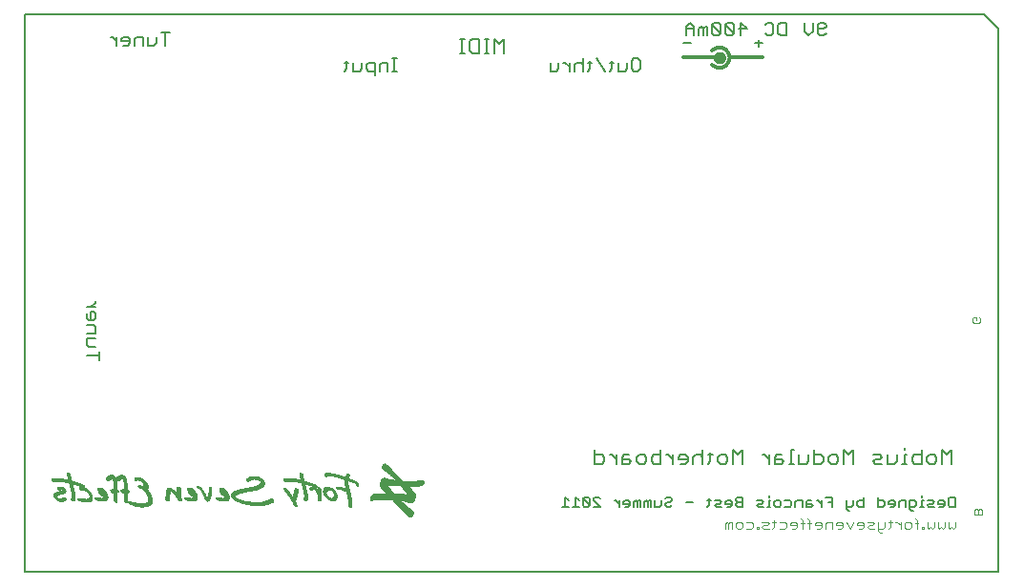
<source format=gbo>
G75*
G70*
%OFA0B0*%
%FSLAX24Y24*%
%IPPOS*%
%LPD*%
%AMOC8*
5,1,8,0,0,1.08239X$1,22.5*
%
%ADD10C,0.0050*%
%ADD11C,0.0000*%
%ADD12C,0.0060*%
%ADD13C,0.0070*%
%ADD14C,0.0120*%
%ADD15C,0.0160*%
%ADD16C,0.0030*%
%ADD17C,0.0040*%
%ADD18C,0.0001*%
D10*
X002783Y007613D02*
X002783Y007913D01*
X002783Y007763D02*
X002332Y007763D01*
X002407Y008073D02*
X002332Y008148D01*
X002332Y008373D01*
X002633Y008373D01*
X002633Y008533D02*
X002332Y008533D01*
X002332Y008833D02*
X002558Y008833D01*
X002633Y008758D01*
X002633Y008533D01*
X002558Y008994D02*
X002633Y009069D01*
X002633Y009219D01*
X002558Y009294D01*
X002482Y009294D01*
X002482Y008994D01*
X002407Y008994D02*
X002558Y008994D01*
X002407Y008994D02*
X002332Y009069D01*
X002332Y009219D01*
X002332Y009454D02*
X002633Y009454D01*
X002633Y009604D02*
X002482Y009454D01*
X002633Y009604D02*
X002633Y009679D01*
X002633Y008073D02*
X002407Y008073D01*
X018919Y002463D02*
X019153Y002463D01*
X019036Y002463D02*
X019036Y002813D01*
X019153Y002696D01*
X019288Y002463D02*
X019521Y002463D01*
X019404Y002463D02*
X019404Y002813D01*
X019521Y002696D01*
X019656Y002755D02*
X019890Y002521D01*
X019831Y002463D01*
X019714Y002463D01*
X019656Y002521D01*
X019656Y002755D01*
X019714Y002813D01*
X019831Y002813D01*
X019890Y002755D01*
X019890Y002521D01*
X020024Y002463D02*
X020258Y002463D01*
X020024Y002696D01*
X020024Y002755D01*
X020083Y002813D01*
X020199Y002813D01*
X020258Y002755D01*
X020758Y002696D02*
X020816Y002696D01*
X020933Y002579D01*
X020933Y002463D02*
X020933Y002696D01*
X021068Y002638D02*
X021068Y002579D01*
X021301Y002579D01*
X021301Y002521D02*
X021301Y002638D01*
X021243Y002696D01*
X021126Y002696D01*
X021068Y002638D01*
X021126Y002463D02*
X021243Y002463D01*
X021301Y002521D01*
X021436Y002463D02*
X021436Y002638D01*
X021495Y002696D01*
X021553Y002638D01*
X021553Y002463D01*
X021670Y002463D02*
X021670Y002696D01*
X021611Y002696D01*
X021553Y002638D01*
X021804Y002638D02*
X021804Y002463D01*
X021921Y002463D02*
X021921Y002638D01*
X021863Y002696D01*
X021804Y002638D01*
X021921Y002638D02*
X021980Y002696D01*
X022038Y002696D01*
X022038Y002463D01*
X022173Y002463D02*
X022173Y002696D01*
X022173Y002463D02*
X022348Y002463D01*
X022406Y002521D01*
X022406Y002696D01*
X022541Y002755D02*
X022599Y002813D01*
X022716Y002813D01*
X022775Y002755D01*
X022775Y002696D01*
X022716Y002638D01*
X022599Y002638D01*
X022541Y002579D01*
X022541Y002521D01*
X022599Y002463D01*
X022716Y002463D01*
X022775Y002521D01*
X023278Y002638D02*
X023511Y002638D01*
X024008Y002696D02*
X024125Y002696D01*
X024067Y002755D02*
X024067Y002521D01*
X024008Y002463D01*
X024260Y002521D02*
X024318Y002579D01*
X024435Y002579D01*
X024493Y002638D01*
X024435Y002696D01*
X024260Y002696D01*
X024260Y002521D02*
X024318Y002463D01*
X024493Y002463D01*
X024628Y002579D02*
X024862Y002579D01*
X024862Y002521D02*
X024862Y002638D01*
X024803Y002696D01*
X024686Y002696D01*
X024628Y002638D01*
X024628Y002579D01*
X024686Y002463D02*
X024803Y002463D01*
X024862Y002521D01*
X024996Y002521D02*
X025055Y002463D01*
X025230Y002463D01*
X025230Y002813D01*
X025055Y002813D01*
X024996Y002755D01*
X024996Y002696D01*
X025055Y002638D01*
X025230Y002638D01*
X025055Y002638D02*
X024996Y002579D01*
X024996Y002521D01*
X025733Y002521D02*
X025791Y002579D01*
X025908Y002579D01*
X025967Y002638D01*
X025908Y002696D01*
X025733Y002696D01*
X025733Y002521D02*
X025791Y002463D01*
X025967Y002463D01*
X026095Y002463D02*
X026212Y002463D01*
X026154Y002463D02*
X026154Y002696D01*
X026212Y002696D01*
X026154Y002813D02*
X026154Y002871D01*
X026347Y002638D02*
X026405Y002696D01*
X026522Y002696D01*
X026580Y002638D01*
X026580Y002521D01*
X026522Y002463D01*
X026405Y002463D01*
X026347Y002521D01*
X026347Y002638D01*
X026715Y002696D02*
X026890Y002696D01*
X026949Y002638D01*
X026949Y002521D01*
X026890Y002463D01*
X026715Y002463D01*
X027083Y002463D02*
X027083Y002638D01*
X027142Y002696D01*
X027317Y002696D01*
X027317Y002463D01*
X027452Y002463D02*
X027627Y002463D01*
X027685Y002521D01*
X027627Y002579D01*
X027452Y002579D01*
X027452Y002638D02*
X027452Y002463D01*
X027452Y002638D02*
X027510Y002696D01*
X027627Y002696D01*
X027817Y002696D02*
X027875Y002696D01*
X027992Y002579D01*
X027992Y002463D02*
X027992Y002696D01*
X028127Y002813D02*
X028360Y002813D01*
X028360Y002463D01*
X028360Y002638D02*
X028244Y002638D01*
X028864Y002696D02*
X028864Y002404D01*
X028922Y002346D01*
X028980Y002346D01*
X029039Y002463D02*
X028864Y002463D01*
X029039Y002463D02*
X029097Y002521D01*
X029097Y002696D01*
X029232Y002638D02*
X029232Y002521D01*
X029290Y002463D01*
X029465Y002463D01*
X029465Y002813D01*
X029465Y002696D02*
X029290Y002696D01*
X029232Y002638D01*
X029969Y002696D02*
X030144Y002696D01*
X030202Y002638D01*
X030202Y002521D01*
X030144Y002463D01*
X029969Y002463D01*
X029969Y002813D01*
X030337Y002638D02*
X030337Y002579D01*
X030570Y002579D01*
X030570Y002521D02*
X030570Y002638D01*
X030512Y002696D01*
X030395Y002696D01*
X030337Y002638D01*
X030395Y002463D02*
X030512Y002463D01*
X030570Y002521D01*
X030705Y002463D02*
X030705Y002638D01*
X030764Y002696D01*
X030939Y002696D01*
X030939Y002463D01*
X031073Y002463D02*
X031249Y002463D01*
X031307Y002521D01*
X031307Y002638D01*
X031249Y002696D01*
X031073Y002696D01*
X031073Y002404D01*
X031132Y002346D01*
X031190Y002346D01*
X031436Y002463D02*
X031552Y002463D01*
X031494Y002463D02*
X031494Y002696D01*
X031552Y002696D01*
X031494Y002813D02*
X031494Y002871D01*
X031687Y002696D02*
X031862Y002696D01*
X031921Y002638D01*
X031862Y002579D01*
X031746Y002579D01*
X031687Y002521D01*
X031746Y002463D01*
X031921Y002463D01*
X032056Y002579D02*
X032289Y002579D01*
X032289Y002521D02*
X032289Y002638D01*
X032231Y002696D01*
X032114Y002696D01*
X032056Y002638D01*
X032056Y002579D01*
X032114Y002463D02*
X032231Y002463D01*
X032289Y002521D01*
X032424Y002521D02*
X032424Y002755D01*
X032482Y002813D01*
X032657Y002813D01*
X032657Y002463D01*
X032482Y002463D01*
X032424Y002521D01*
X005217Y019063D02*
X004917Y019063D01*
X005067Y019063D02*
X005067Y018613D01*
X004757Y018688D02*
X004757Y018913D01*
X004757Y018688D02*
X004682Y018613D01*
X004457Y018613D01*
X004457Y018913D01*
X004297Y018913D02*
X004072Y018913D01*
X003997Y018838D01*
X003997Y018613D01*
X003836Y018688D02*
X003836Y018838D01*
X003761Y018913D01*
X003611Y018913D01*
X003536Y018838D01*
X003536Y018763D01*
X003836Y018763D01*
X003836Y018688D02*
X003761Y018613D01*
X003611Y018613D01*
X003376Y018613D02*
X003376Y018913D01*
X003226Y018913D02*
X003151Y018913D01*
X003226Y018913D02*
X003376Y018763D01*
X004297Y018613D02*
X004297Y018913D01*
D11*
X000182Y019688D02*
X000182Y000188D01*
X034182Y000188D01*
X034182Y019188D01*
X033682Y019688D01*
X000182Y019688D01*
X001667Y003662D02*
X001654Y003661D01*
X001645Y003655D01*
X001644Y003642D01*
X001647Y003617D01*
X001658Y003550D01*
X001666Y003509D01*
X001673Y003476D01*
X001683Y003434D01*
X001689Y003409D01*
X001672Y003413D01*
X001590Y003433D01*
X001536Y003444D01*
X001477Y003455D01*
X001431Y003461D01*
X001376Y003466D01*
X001336Y003469D01*
X001291Y003467D01*
X001253Y003465D01*
X001187Y003464D01*
X001142Y003463D01*
X001109Y003458D01*
X001096Y003451D01*
X001090Y003443D01*
X001091Y003431D01*
X001093Y003415D01*
X001099Y003405D01*
X001106Y003396D01*
X001118Y003386D01*
X001135Y003375D01*
X001150Y003368D01*
X001164Y003364D01*
X001182Y003364D01*
X001197Y003367D01*
X001232Y003368D01*
X001322Y003370D01*
X001362Y003373D01*
X001377Y003374D01*
X001410Y003373D01*
X001439Y003372D01*
X001470Y003370D01*
X001493Y003366D01*
X001531Y003361D01*
X001571Y003353D01*
X001603Y003347D01*
X001641Y003339D01*
X001672Y003331D01*
X001699Y003324D01*
X001715Y003318D01*
X001721Y003287D01*
X001730Y003255D01*
X001738Y003223D01*
X001745Y003194D01*
X001751Y003166D01*
X001763Y003119D01*
X001769Y003093D01*
X001778Y003053D01*
X001786Y003019D01*
X001792Y002985D01*
X001797Y002959D01*
X001802Y002926D01*
X001805Y002905D01*
X001805Y002883D01*
X001805Y002856D01*
X001804Y002836D01*
X001801Y002816D01*
X001796Y002796D01*
X001789Y002779D01*
X001782Y002770D01*
X001780Y002765D01*
X001780Y002757D01*
X001790Y002740D01*
X001800Y002725D01*
X001810Y002713D01*
X001823Y002702D01*
X001835Y002695D01*
X001847Y002691D01*
X001860Y002688D01*
X001876Y002688D01*
X001881Y002692D01*
X001891Y002704D01*
X001897Y002713D01*
X001901Y002727D01*
X001904Y002740D01*
X001907Y002760D01*
X001908Y002783D01*
X001910Y002816D01*
X001908Y002851D01*
X001906Y002884D01*
X001899Y002925D01*
X001892Y002962D01*
X001884Y002999D01*
X001875Y003038D01*
X001864Y003081D01*
X001853Y003127D01*
X001844Y003163D01*
X001833Y003205D01*
X001825Y003234D01*
X001815Y003270D01*
X001811Y003288D01*
X001811Y003295D01*
X001817Y003295D01*
X001857Y003281D01*
X001893Y003270D01*
X001946Y003254D01*
X002001Y003237D01*
X002063Y003219D01*
X002127Y003199D01*
X002165Y003187D01*
X002187Y003180D01*
X002205Y003175D01*
X002214Y003172D01*
X002226Y003170D01*
X002233Y003174D01*
X002238Y003179D01*
X002239Y003193D01*
X002237Y003203D01*
X002232Y003211D01*
X002233Y003210D01*
X002220Y003229D01*
X002196Y003245D01*
X002170Y003261D01*
X002154Y003267D01*
X002121Y003277D01*
X002074Y003292D01*
X002010Y003312D01*
X001938Y003335D01*
X001865Y003358D01*
X001786Y003382D01*
X001774Y003440D01*
X001761Y003502D01*
X001747Y003570D01*
X001737Y003614D01*
X001734Y003619D01*
X001709Y003643D01*
X001685Y003659D01*
X001667Y003662D01*
X001476Y003168D02*
X001490Y003161D01*
X001510Y003150D01*
X001522Y003138D01*
X001538Y003119D01*
X001552Y003100D01*
X001570Y003075D01*
X001583Y003048D01*
X001586Y003038D01*
X001586Y003025D01*
X001581Y003012D01*
X001576Y003004D01*
X001561Y002991D01*
X001535Y002974D01*
X001521Y002966D01*
X001504Y002960D01*
X001483Y002952D01*
X001445Y002938D01*
X001416Y002930D01*
X001399Y002924D01*
X001381Y002918D01*
X001358Y002910D01*
X001343Y002904D01*
X001310Y002888D01*
X001291Y002879D01*
X001280Y002873D01*
X001270Y002869D01*
X001258Y002858D01*
X001253Y002850D01*
X001252Y002843D01*
X001252Y002836D01*
X001255Y002828D01*
X001263Y002813D01*
X001267Y002805D01*
X001271Y002802D01*
X001282Y002796D01*
X001292Y002790D01*
X001307Y002781D01*
X001319Y002777D01*
X001328Y002773D01*
X001342Y002769D01*
X001352Y002767D01*
X001363Y002765D01*
X001383Y002763D01*
X001396Y002763D01*
X001421Y002767D01*
X001432Y002771D01*
X001445Y002777D01*
X001460Y002784D01*
X001468Y002788D01*
X001479Y002794D01*
X001490Y002801D01*
X001498Y002806D01*
X001503Y002810D01*
X001509Y002816D01*
X001510Y002817D01*
X001526Y002817D01*
X001546Y002811D01*
X001563Y002799D01*
X001576Y002787D01*
X001583Y002776D01*
X001585Y002766D01*
X001584Y002752D01*
X001577Y002735D01*
X001568Y002720D01*
X001543Y002705D01*
X001519Y002696D01*
X001490Y002685D01*
X001468Y002681D01*
X001442Y002679D01*
X001409Y002680D01*
X001381Y002682D01*
X001347Y002692D01*
X001322Y002705D01*
X001296Y002720D01*
X001270Y002738D01*
X001250Y002755D01*
X001216Y002788D01*
X001199Y002810D01*
X001182Y002837D01*
X001172Y002864D01*
X001170Y002875D01*
X001170Y002892D01*
X001174Y002906D01*
X001180Y002923D01*
X001189Y002937D01*
X001206Y002951D01*
X001223Y002961D01*
X001242Y002969D01*
X001281Y002985D01*
X001307Y002995D01*
X001345Y003008D01*
X001371Y003016D01*
X001395Y003022D01*
X001413Y003028D01*
X001425Y003034D01*
X001452Y003045D01*
X001476Y003057D01*
X001487Y003065D01*
X001493Y003071D01*
X001498Y003077D01*
X001498Y003084D01*
X001494Y003090D01*
X001489Y003093D01*
X001482Y003097D01*
X001475Y003098D01*
X001463Y003100D01*
X001449Y003099D01*
X001440Y003098D01*
X001428Y003096D01*
X001414Y003092D01*
X001394Y003084D01*
X001376Y003077D01*
X001363Y003075D01*
X001350Y003078D01*
X001330Y003088D01*
X001319Y003096D01*
X001310Y003105D01*
X001303Y003114D01*
X001301Y003123D01*
X001303Y003135D01*
X001304Y003144D01*
X001307Y003151D01*
X001315Y003157D01*
X001339Y003167D01*
X001361Y003173D01*
X001381Y003180D01*
X001400Y003182D01*
X001415Y003183D01*
X001432Y003182D01*
X001451Y003177D01*
X001476Y003168D01*
X002056Y003152D02*
X002056Y003140D01*
X002060Y003123D01*
X002067Y003110D01*
X002079Y003095D01*
X002088Y003086D01*
X002100Y003073D01*
X002112Y003066D01*
X002116Y003064D01*
X002122Y003064D01*
X002133Y003070D01*
X002157Y003079D01*
X002181Y003082D01*
X002200Y003082D01*
X002220Y003080D01*
X002259Y003062D01*
X002281Y003047D01*
X002297Y003038D01*
X002321Y003020D01*
X002338Y003007D01*
X002364Y002986D01*
X002378Y002975D01*
X002392Y002957D01*
X002403Y002939D01*
X002417Y002917D01*
X002426Y002895D01*
X002432Y002871D01*
X002433Y002843D01*
X002432Y002826D01*
X002426Y002802D01*
X002413Y002783D01*
X002394Y002768D01*
X002373Y002760D01*
X002356Y002756D01*
X002336Y002751D01*
X002321Y002750D01*
X002295Y002750D01*
X002263Y002753D01*
X002219Y002759D01*
X002189Y002763D01*
X002154Y002767D01*
X002122Y002772D01*
X002099Y002776D01*
X002072Y002783D01*
X002057Y002784D01*
X002043Y002780D01*
X002029Y002776D01*
X002017Y002766D01*
X002014Y002752D01*
X002018Y002738D01*
X002026Y002721D01*
X002037Y002706D01*
X002047Y002699D01*
X002057Y002694D01*
X002068Y002692D01*
X002090Y002691D01*
X002105Y002689D01*
X002140Y002685D01*
X002169Y002682D01*
X002200Y002677D01*
X002229Y002673D01*
X002255Y002669D01*
X002286Y002665D01*
X002310Y002660D01*
X002349Y002659D01*
X002371Y002658D01*
X002392Y002661D01*
X002423Y002669D01*
X002442Y002677D01*
X002461Y002688D01*
X002476Y002699D01*
X002488Y002712D01*
X002501Y002734D01*
X002507Y002754D01*
X002510Y002772D01*
X002511Y002797D01*
X002510Y002823D01*
X002506Y002845D01*
X002498Y002873D01*
X002489Y002896D01*
X002477Y002920D01*
X002463Y002944D01*
X002444Y002969D01*
X002429Y002990D01*
X002411Y003008D01*
X002393Y003027D01*
X002364Y003056D01*
X002339Y003078D01*
X002311Y003101D01*
X002284Y003121D01*
X002264Y003135D01*
X002241Y003149D01*
X002223Y003159D01*
X002200Y003168D01*
X002201Y003168D01*
X002179Y003176D01*
X002157Y003181D01*
X002129Y003179D01*
X002097Y003175D01*
X002076Y003168D01*
X002063Y003162D01*
X002056Y003152D01*
X002600Y002807D02*
X002600Y002793D01*
X002604Y002776D01*
X002616Y002763D01*
X002644Y002741D01*
X002666Y002730D01*
X002680Y002721D01*
X002696Y002716D01*
X002712Y002716D01*
X002731Y002714D01*
X002752Y002711D01*
X002775Y002708D01*
X002793Y002704D01*
X002812Y002702D01*
X002831Y002699D01*
X002847Y002695D01*
X002863Y002692D01*
X002893Y002691D01*
X002914Y002690D01*
X002936Y002690D01*
X002956Y002693D01*
X002986Y002701D01*
X003002Y002710D01*
X003014Y002719D01*
X003024Y002731D01*
X003034Y002743D01*
X003039Y002756D01*
X003044Y002774D01*
X003048Y002789D01*
X003050Y002800D01*
X003052Y002815D01*
X003050Y002832D01*
X003047Y002849D01*
X003041Y002874D01*
X003036Y002893D01*
X003030Y002906D01*
X003023Y002918D01*
X003014Y002936D01*
X003002Y002959D01*
X002991Y002973D01*
X002978Y002996D01*
X002968Y003008D01*
X002954Y003023D01*
X002949Y003032D01*
X002939Y003045D01*
X002927Y003061D01*
X002908Y003080D01*
X002894Y003095D01*
X002877Y003107D01*
X002861Y003121D01*
X002849Y003131D01*
X002828Y003139D01*
X002815Y003145D01*
X002848Y003052D01*
X002863Y003039D01*
X002871Y003027D01*
X002881Y003015D01*
X002895Y002994D01*
X002904Y002983D01*
X002912Y002971D01*
X002920Y002955D01*
X002931Y002939D01*
X002936Y002926D01*
X002938Y002912D01*
X002942Y002900D01*
X002942Y002896D01*
X002934Y002828D01*
X002933Y002819D01*
X002925Y002808D01*
X002918Y002803D01*
X002911Y002800D01*
X002902Y002797D01*
X002892Y002792D01*
X002876Y002788D01*
X002864Y002784D01*
X002852Y002784D01*
X002843Y002784D01*
X002828Y002785D01*
X002820Y002785D01*
X002823Y002784D01*
X002778Y002792D01*
X002729Y002800D01*
X002694Y002806D01*
X002649Y002813D01*
X002622Y002816D01*
X002612Y002817D01*
X002606Y002812D01*
X002600Y002807D01*
X002774Y002957D02*
X002791Y002939D01*
X002809Y002920D01*
X002843Y002890D01*
X002859Y002878D01*
X002874Y002866D01*
X002885Y002858D01*
X002908Y002843D01*
X002926Y002833D01*
X002943Y002824D01*
X002952Y002902D01*
X002953Y002901D01*
X002942Y002898D01*
X002928Y002903D01*
X002913Y002914D01*
X002896Y002926D01*
X002882Y002935D01*
X002864Y002953D01*
X002844Y002973D01*
X002831Y002986D01*
X002824Y002997D01*
X002821Y003019D01*
X002819Y003034D01*
X002819Y003051D01*
X002824Y003054D01*
X002837Y003055D01*
X002848Y003055D01*
X002864Y003050D01*
X002829Y003134D01*
X002814Y003146D01*
X002795Y003147D01*
X002766Y003147D01*
X002744Y003147D01*
X002733Y003145D01*
X002725Y003139D01*
X002719Y003128D01*
X002715Y003117D01*
X002715Y003082D01*
X002719Y003062D01*
X002723Y003041D01*
X002730Y003014D01*
X002741Y002995D01*
X002754Y002979D01*
X002774Y002957D01*
X003150Y003054D02*
X003153Y003043D01*
X003156Y003034D01*
X003161Y003024D01*
X003173Y003015D01*
X003192Y002998D01*
X003205Y002989D01*
X003220Y002982D01*
X003232Y002976D01*
X003239Y002973D01*
X003255Y002973D01*
X003262Y002977D01*
X003269Y002982D01*
X003274Y002983D01*
X003282Y002982D01*
X003280Y002972D01*
X003281Y002942D01*
X003281Y002919D01*
X003282Y002903D01*
X003281Y002871D01*
X003281Y002854D01*
X003280Y002825D01*
X003280Y002723D01*
X003282Y002705D01*
X003287Y002691D01*
X003294Y002680D01*
X003305Y002664D01*
X003319Y002651D01*
X003332Y002645D01*
X003342Y002639D01*
X003353Y002634D01*
X003361Y002632D01*
X003368Y002635D01*
X003374Y002639D01*
X003375Y002644D01*
X003374Y002672D01*
X003375Y002745D01*
X003375Y002828D01*
X003376Y002898D01*
X003377Y002983D01*
X003378Y002987D01*
X003393Y002987D01*
X003409Y002986D01*
X003420Y002987D01*
X003429Y002988D01*
X003431Y002992D01*
X003437Y002998D01*
X003438Y003007D01*
X003436Y003013D01*
X003437Y003012D01*
X003424Y003035D01*
X003407Y003052D01*
X003386Y003074D01*
X003375Y003081D01*
X003374Y003115D01*
X003371Y003157D01*
X003370Y003182D01*
X003367Y003223D01*
X003365Y003255D01*
X003362Y003289D01*
X003359Y003323D01*
X003357Y003351D01*
X003353Y003386D01*
X003349Y003414D01*
X003346Y003437D01*
X003341Y003462D01*
X003326Y003493D01*
X003310Y003517D01*
X003295Y003536D01*
X003274Y003557D01*
X003252Y003573D01*
X003228Y003584D01*
X003200Y003592D01*
X003179Y003596D01*
X003158Y003592D01*
X003120Y003578D01*
X003096Y003568D01*
X003075Y003559D01*
X003050Y003545D01*
X003032Y003532D01*
X003011Y003512D01*
X002996Y003498D01*
X002991Y003489D01*
X002992Y003473D01*
X002998Y003458D01*
X003007Y003445D01*
X003021Y003433D01*
X003042Y003420D01*
X003058Y003413D01*
X003075Y003406D01*
X003088Y003404D01*
X003101Y003408D01*
X003123Y003425D01*
X003137Y003437D01*
X003155Y003452D01*
X003166Y003460D01*
X003175Y003465D01*
X003195Y003472D01*
X003212Y003478D01*
X003222Y003481D01*
X003229Y003482D01*
X003236Y003482D01*
X003237Y003466D01*
X003244Y003444D01*
X003251Y003410D01*
X003260Y003369D01*
X003264Y003348D01*
X003266Y003324D01*
X003272Y003289D01*
X003274Y003261D01*
X003276Y003234D01*
X003278Y003200D01*
X003279Y003173D01*
X003281Y003147D01*
X003282Y003130D01*
X003284Y003090D01*
X003250Y003089D01*
X003231Y003089D01*
X003212Y003087D01*
X003190Y003084D01*
X003176Y003081D01*
X003162Y003075D01*
X003151Y003066D01*
X003150Y003054D01*
X003505Y003053D02*
X003508Y003042D01*
X003511Y003033D01*
X003516Y003023D01*
X003527Y003014D01*
X003546Y002997D01*
X003560Y002988D01*
X003575Y002981D01*
X003587Y002975D01*
X003594Y002972D01*
X003610Y002972D01*
X003617Y002976D01*
X003624Y002981D01*
X003629Y002981D01*
X003637Y002981D01*
X003635Y002971D01*
X003636Y002940D01*
X003636Y002918D01*
X003637Y002901D01*
X003636Y002869D01*
X003636Y002852D01*
X003635Y002823D01*
X003635Y002721D01*
X003637Y002703D01*
X003642Y002690D01*
X003649Y002678D01*
X003659Y002663D01*
X003674Y002650D01*
X003687Y002643D01*
X003697Y002637D01*
X003708Y002632D01*
X003716Y002631D01*
X003722Y002634D01*
X003729Y002637D01*
X003730Y002642D01*
X003729Y002670D01*
X003730Y002743D01*
X003730Y002827D01*
X003731Y002897D01*
X003731Y002981D01*
X003733Y002985D01*
X003748Y002985D01*
X003764Y002985D01*
X003775Y002985D01*
X003784Y002986D01*
X003786Y002990D01*
X003792Y002996D01*
X003793Y003006D01*
X003791Y003012D01*
X003791Y003011D01*
X003779Y003033D01*
X003762Y003051D01*
X003741Y003072D01*
X003730Y003079D01*
X003729Y003114D01*
X003726Y003155D01*
X003725Y003181D01*
X003722Y003222D01*
X003720Y003253D01*
X003717Y003287D01*
X003714Y003322D01*
X003712Y003349D01*
X003708Y003385D01*
X003704Y003412D01*
X003701Y003435D01*
X003696Y003461D01*
X003681Y003491D01*
X003665Y003516D01*
X003650Y003535D01*
X003629Y003555D01*
X003607Y003571D01*
X003583Y003583D01*
X003555Y003590D01*
X003534Y003594D01*
X003513Y003590D01*
X003475Y003576D01*
X003451Y003567D01*
X003430Y003557D01*
X003405Y003544D01*
X003387Y003531D01*
X003366Y003510D01*
X003351Y003497D01*
X003346Y003488D01*
X003347Y003471D01*
X003353Y003457D01*
X003362Y003444D01*
X003376Y003432D01*
X003397Y003418D01*
X003412Y003411D01*
X003429Y003405D01*
X003443Y003402D01*
X003456Y003407D01*
X003477Y003424D01*
X003492Y003436D01*
X003510Y003450D01*
X003521Y003459D01*
X003530Y003464D01*
X003550Y003471D01*
X003567Y003476D01*
X003577Y003479D01*
X003584Y003481D01*
X003591Y003481D01*
X003592Y003465D01*
X003599Y003442D01*
X003606Y003408D01*
X003615Y003367D01*
X003619Y003346D01*
X003621Y003323D01*
X003627Y003287D01*
X003629Y003260D01*
X003631Y003232D01*
X003633Y003198D01*
X003634Y003172D01*
X003636Y003145D01*
X003637Y003129D01*
X003639Y003089D01*
X003605Y003088D01*
X003586Y003088D01*
X003567Y003086D01*
X003545Y003082D01*
X003531Y003079D01*
X003516Y003074D01*
X003506Y003064D01*
X003505Y003053D01*
X004115Y003192D02*
X004114Y003202D01*
X004116Y003215D01*
X004121Y003221D01*
X004128Y003224D01*
X004142Y003226D01*
X004159Y003225D01*
X004173Y003224D01*
X004188Y003221D01*
X004207Y003218D01*
X004219Y003217D01*
X004238Y003213D01*
X004254Y003212D01*
X004265Y003210D01*
X004280Y003210D01*
X004290Y003211D01*
X004305Y003217D01*
X004313Y003223D01*
X004318Y003234D01*
X004317Y003246D01*
X004314Y003267D01*
X004308Y003283D01*
X004294Y003310D01*
X004278Y003336D01*
X004261Y003360D01*
X004241Y003379D01*
X004217Y003392D01*
X004193Y003403D01*
X004153Y003415D01*
X004114Y003421D01*
X004095Y003422D01*
X004084Y003419D01*
X004076Y003414D01*
X004061Y003413D01*
X004043Y003412D01*
X004032Y003414D01*
X004021Y003414D01*
X004011Y003418D01*
X004001Y003426D01*
X003995Y003436D01*
X003992Y003449D01*
X003991Y003464D01*
X003995Y003473D01*
X004004Y003489D01*
X004015Y003501D01*
X004031Y003508D01*
X004052Y003511D01*
X004081Y003511D01*
X004111Y003509D01*
X004111Y003509D01*
X004135Y003505D01*
X004152Y003500D01*
X004173Y003495D01*
X004201Y003484D01*
X004225Y003474D01*
X004254Y003459D01*
X004270Y003449D01*
X004290Y003436D01*
X004311Y003420D01*
X004330Y003404D01*
X004353Y003382D01*
X004380Y003351D01*
X004400Y003328D01*
X004416Y003304D01*
X004432Y003283D01*
X004445Y003259D01*
X004454Y003241D01*
X004460Y003228D01*
X004465Y003214D01*
X004466Y003201D01*
X004467Y003182D01*
X004466Y003170D01*
X004462Y003156D01*
X004456Y003143D01*
X004451Y003133D01*
X004444Y003126D01*
X004438Y003119D01*
X004429Y003113D01*
X004418Y003108D01*
X004406Y003106D01*
X004418Y003094D01*
X004431Y003080D01*
X004453Y003055D01*
X004476Y003026D01*
X004500Y002990D01*
X004514Y002970D01*
X004526Y002947D01*
X004544Y002913D01*
X004555Y002885D01*
X004567Y002855D01*
X004575Y002830D01*
X004585Y002799D01*
X004590Y002777D01*
X004596Y002750D01*
X004600Y002730D01*
X004602Y002710D01*
X004601Y002691D01*
X004600Y002669D01*
X004597Y002654D01*
X004593Y002636D01*
X004587Y002620D01*
X004579Y002604D01*
X004572Y002593D01*
X004563Y002579D01*
X004550Y002566D01*
X004539Y002554D01*
X004521Y002541D01*
X004494Y002525D01*
X004468Y002514D01*
X004434Y002503D01*
X004403Y002497D01*
X004368Y002493D01*
X004341Y002490D01*
X004293Y002484D01*
X004265Y002482D01*
X004232Y002483D01*
X004200Y002484D01*
X004170Y002486D01*
X004134Y002491D01*
X004107Y002497D01*
X004075Y002503D01*
X004047Y002510D01*
X004019Y002517D01*
X003987Y002527D01*
X003952Y002539D01*
X003929Y002547D01*
X003893Y002561D01*
X003864Y002572D01*
X003831Y002587D01*
X003821Y002592D01*
X003809Y002600D01*
X003795Y002607D01*
X003781Y002621D01*
X003777Y002630D01*
X003775Y002637D01*
X003779Y002648D01*
X003785Y002655D01*
X003795Y002661D01*
X003805Y002667D01*
X003815Y002668D01*
X003826Y002665D01*
X003847Y002661D01*
X003876Y002653D01*
X003896Y002648D01*
X003928Y002641D01*
X003980Y002628D01*
X004020Y002620D01*
X004054Y002614D01*
X004095Y002606D01*
X004124Y002602D01*
X004168Y002597D01*
X004199Y002596D01*
X004229Y002595D01*
X004262Y002596D01*
X004287Y002598D01*
X004307Y002600D01*
X004326Y002602D01*
X004345Y002606D01*
X004372Y002613D01*
X004390Y002618D01*
X004407Y002625D01*
X004426Y002634D01*
X004442Y002643D01*
X004453Y002655D01*
X004460Y002665D01*
X004471Y002684D01*
X004475Y002695D01*
X004477Y002713D01*
X004479Y002735D01*
X004477Y002755D01*
X004472Y002784D01*
X004461Y002827D01*
X004446Y002869D01*
X004431Y002905D01*
X004418Y002933D01*
X004404Y002960D01*
X004384Y002990D01*
X004365Y003017D01*
X004347Y003039D01*
X004340Y003049D01*
X004331Y003059D01*
X004315Y003078D01*
X004308Y003086D01*
X004300Y003093D01*
X004291Y003100D01*
X004278Y003110D01*
X004271Y003115D01*
X004264Y003117D01*
X004257Y003119D01*
X004247Y003120D01*
X004235Y003122D01*
X004222Y003125D01*
X004205Y003130D01*
X004192Y003134D01*
X004181Y003139D01*
X004172Y003144D01*
X004165Y003148D01*
X004154Y003155D01*
X004137Y003168D01*
X004131Y003174D01*
X004119Y003186D01*
X004115Y003192D01*
X005109Y003044D02*
X005106Y003019D01*
X005102Y002999D01*
X005098Y002958D01*
X005096Y002932D01*
X005092Y002898D01*
X005088Y002858D01*
X005084Y002823D01*
X005079Y002810D01*
X005071Y002796D01*
X005063Y002786D01*
X005057Y002778D01*
X005055Y002772D01*
X005057Y002765D01*
X005070Y002742D01*
X005079Y002728D01*
X005091Y002715D01*
X005106Y002703D01*
X005119Y002697D01*
X005132Y002693D01*
X005146Y002691D01*
X005159Y002692D01*
X005173Y002697D01*
X005181Y002703D01*
X005189Y002713D01*
X005193Y002720D01*
X005199Y002734D01*
X005204Y002750D01*
X005206Y002760D01*
X005209Y002773D01*
X005210Y002786D01*
X005210Y002808D01*
X005210Y002834D01*
X005210Y002867D01*
X005213Y002894D01*
X005215Y002914D01*
X005218Y002935D01*
X005221Y002950D01*
X005225Y002967D01*
X005227Y002979D01*
X005233Y003003D01*
X005238Y003011D01*
X005244Y003021D01*
X005247Y003025D01*
X005251Y003028D01*
X005263Y003029D01*
X005268Y003029D01*
X005281Y003024D01*
X005302Y003012D01*
X005316Y003001D01*
X005330Y002991D01*
X005340Y002979D01*
X005350Y002968D01*
X005364Y002951D01*
X005373Y002940D01*
X005383Y002929D01*
X005394Y002917D01*
X005416Y002892D01*
X005432Y002871D01*
X005450Y002843D01*
X005462Y002822D01*
X005480Y002792D01*
X005491Y002775D01*
X005504Y002754D01*
X005522Y002733D01*
X005536Y002720D01*
X005546Y002712D01*
X005558Y002703D01*
X005572Y002696D01*
X005591Y002691D01*
X005600Y002689D01*
X005609Y002690D01*
X005618Y002693D01*
X005623Y002703D01*
X005624Y002715D01*
X005623Y002751D01*
X005619Y002769D01*
X005612Y002801D01*
X005607Y002833D01*
X005602Y002865D01*
X005596Y002908D01*
X005591Y002939D01*
X005587Y002982D01*
X005584Y003019D01*
X005582Y003050D01*
X005586Y003075D01*
X005592Y003104D01*
X005593Y003104D01*
X005578Y003131D01*
X005557Y003156D01*
X005538Y003173D01*
X005524Y003179D01*
X005509Y003184D01*
X005496Y003184D01*
X005483Y003180D01*
X005478Y003172D01*
X005473Y003155D01*
X005470Y003142D01*
X005469Y003129D01*
X005468Y003103D01*
X005468Y003089D01*
X005471Y003051D01*
X005473Y003023D01*
X005476Y002996D01*
X005479Y002970D01*
X005484Y002943D01*
X005488Y002927D01*
X005489Y002914D01*
X005470Y002936D01*
X005450Y002959D01*
X005430Y002981D01*
X005412Y003001D01*
X005390Y003021D01*
X005368Y003042D01*
X005325Y003078D01*
X005300Y003097D01*
X005273Y003110D01*
X005249Y003124D01*
X005216Y003134D01*
X005204Y003135D01*
X005186Y003136D01*
X005169Y003134D01*
X005155Y003129D01*
X005147Y003124D01*
X005140Y003117D01*
X005129Y003106D01*
X005120Y003086D01*
X005116Y003072D01*
X005111Y003058D01*
X005109Y003044D01*
X005729Y002808D02*
X005730Y002794D01*
X005734Y002777D01*
X005746Y002764D01*
X005773Y002742D01*
X005795Y002731D01*
X005810Y002722D01*
X005825Y002717D01*
X005842Y002716D01*
X005861Y002715D01*
X005881Y002711D01*
X005905Y002709D01*
X005922Y002705D01*
X005942Y002703D01*
X005961Y002700D01*
X005977Y002695D01*
X005993Y002692D01*
X006022Y002692D01*
X006044Y002691D01*
X006065Y002691D01*
X006085Y002694D01*
X006116Y002702D01*
X006132Y002711D01*
X006144Y002719D01*
X006153Y002732D01*
X006163Y002744D01*
X006168Y002757D01*
X006174Y002775D01*
X006177Y002789D01*
X006180Y002800D01*
X006182Y002816D01*
X006179Y002833D01*
X006176Y002850D01*
X006171Y002875D01*
X006165Y002893D01*
X006160Y002907D01*
X006152Y002919D01*
X006144Y002937D01*
X006132Y002960D01*
X006121Y002974D01*
X006107Y002996D01*
X006098Y003008D01*
X006084Y003024D01*
X006079Y003033D01*
X006068Y003046D01*
X006056Y003061D01*
X006038Y003081D01*
X006023Y003096D01*
X006006Y003107D01*
X005990Y003122D01*
X005979Y003131D01*
X005957Y003140D01*
X005944Y003146D01*
X005925Y003148D01*
X005896Y003148D01*
X005873Y003148D01*
X005862Y003146D01*
X005854Y003139D01*
X005848Y003129D01*
X005844Y003118D01*
X005845Y003082D01*
X005849Y003062D01*
X005853Y003042D01*
X005860Y003015D01*
X005870Y002996D01*
X005884Y002980D01*
X005903Y002957D01*
X005921Y002939D01*
X005939Y002921D01*
X005973Y002891D01*
X005989Y002878D01*
X006004Y002866D01*
X006015Y002859D01*
X006037Y002843D01*
X006056Y002834D01*
X006072Y002824D01*
X006082Y002902D01*
X006082Y002902D01*
X006071Y002898D01*
X006058Y002904D01*
X006042Y002915D01*
X006025Y002927D01*
X006012Y002936D01*
X005993Y002953D01*
X005974Y002974D01*
X005961Y002986D01*
X005953Y002997D01*
X005951Y003019D01*
X005949Y003035D01*
X005949Y003051D01*
X005953Y003055D01*
X005966Y003056D01*
X005978Y003056D01*
X005994Y003050D01*
X005959Y003134D01*
X005944Y003146D01*
X005977Y003053D01*
X005993Y003040D01*
X006001Y003027D01*
X006011Y003016D01*
X006025Y002995D01*
X006033Y002984D01*
X006041Y002971D01*
X006049Y002956D01*
X006060Y002939D01*
X006066Y002926D01*
X006068Y002913D01*
X006072Y002900D01*
X006072Y002897D01*
X006063Y002828D01*
X006063Y002819D01*
X006055Y002808D01*
X006048Y002804D01*
X006041Y002800D01*
X006031Y002797D01*
X006021Y002792D01*
X006005Y002788D01*
X005994Y002785D01*
X005982Y002785D01*
X005972Y002785D01*
X005957Y002785D01*
X005949Y002785D01*
X005952Y002784D01*
X005908Y002793D01*
X005858Y002800D01*
X005823Y002806D01*
X005778Y002814D01*
X005752Y002816D01*
X005742Y002818D01*
X005735Y002813D01*
X005729Y002808D01*
X006183Y003180D02*
X006195Y003164D01*
X006207Y003156D01*
X006218Y003146D01*
X006233Y003139D01*
X006248Y003126D01*
X006264Y003114D01*
X006288Y003088D01*
X006305Y003068D01*
X006317Y003051D01*
X006333Y003026D01*
X006352Y002993D01*
X006362Y002974D01*
X006377Y002948D01*
X006389Y002923D01*
X006400Y002899D01*
X006410Y002876D01*
X006425Y002839D01*
X006436Y002810D01*
X006445Y002789D01*
X006453Y002764D01*
X006472Y002736D01*
X006482Y002723D01*
X006503Y002704D01*
X006521Y002692D01*
X006536Y002686D01*
X006549Y002685D01*
X006557Y002687D01*
X006575Y002693D01*
X006586Y002706D01*
X006594Y002717D01*
X006609Y002740D01*
X006620Y002763D01*
X006630Y002788D01*
X006639Y002811D01*
X006646Y002837D01*
X006651Y002864D01*
X006655Y002901D01*
X006661Y002939D01*
X006664Y002969D01*
X006668Y003007D01*
X006671Y003047D01*
X006674Y003084D01*
X006677Y003118D01*
X006676Y003135D01*
X006676Y003137D01*
X006675Y003136D01*
X006668Y003148D01*
X006659Y003156D01*
X006645Y003167D01*
X006630Y003174D01*
X006618Y003176D01*
X006609Y003176D01*
X006605Y003168D01*
X006603Y003160D01*
X006600Y003136D01*
X006598Y003097D01*
X006594Y003063D01*
X006590Y003015D01*
X006585Y002981D01*
X006578Y002935D01*
X006573Y002904D01*
X006562Y002860D01*
X006555Y002838D01*
X006540Y002809D01*
X006531Y002791D01*
X006519Y002769D01*
X006513Y002765D01*
X006505Y002794D01*
X006492Y002831D01*
X006482Y002855D01*
X006465Y002892D01*
X006453Y002916D01*
X006431Y002958D01*
X006417Y002984D01*
X006399Y003014D01*
X006381Y003044D01*
X006364Y003068D01*
X006343Y003095D01*
X006320Y003123D01*
X006287Y003151D01*
X006253Y003181D01*
X006229Y003197D01*
X006210Y003206D01*
X006199Y003211D01*
X006184Y003210D01*
X006178Y003206D01*
X006176Y003193D01*
X006183Y003180D01*
X006838Y002807D02*
X006838Y002793D01*
X006842Y002776D01*
X006854Y002763D01*
X006881Y002741D01*
X006903Y002730D01*
X006918Y002721D01*
X006933Y002716D01*
X006950Y002716D01*
X006969Y002714D01*
X006989Y002710D01*
X007013Y002708D01*
X007030Y002704D01*
X007050Y002702D01*
X007069Y002699D01*
X007085Y002694D01*
X007101Y002691D01*
X007130Y002691D01*
X007152Y002690D01*
X007173Y002690D01*
X007194Y002693D01*
X007224Y002701D01*
X007240Y002710D01*
X007252Y002719D01*
X007261Y002731D01*
X007272Y002743D01*
X007276Y002756D01*
X007282Y002774D01*
X007285Y002789D01*
X007288Y002800D01*
X007290Y002815D01*
X007288Y002832D01*
X007285Y002849D01*
X007279Y002874D01*
X007273Y002892D01*
X007268Y002906D01*
X007261Y002918D01*
X007252Y002936D01*
X007240Y002959D01*
X007229Y002973D01*
X007215Y002995D01*
X007206Y003008D01*
X007192Y003023D01*
X007187Y003032D01*
X007177Y003045D01*
X007164Y003060D01*
X007146Y003080D01*
X007132Y003095D01*
X007114Y003106D01*
X007099Y003121D01*
X007087Y003130D01*
X007065Y003139D01*
X007053Y003145D01*
X007086Y003052D01*
X007101Y003039D01*
X007109Y003027D01*
X007119Y003015D01*
X007133Y002994D01*
X007141Y002983D01*
X007149Y002970D01*
X007157Y002955D01*
X007168Y002938D01*
X007174Y002925D01*
X007176Y002912D01*
X007180Y002900D01*
X007180Y002896D01*
X007172Y002827D01*
X007171Y002819D01*
X007163Y002808D01*
X007156Y002803D01*
X007149Y002800D01*
X007140Y002797D01*
X007129Y002791D01*
X007113Y002787D01*
X007102Y002784D01*
X007090Y002784D01*
X007081Y002784D01*
X007065Y002784D01*
X007057Y002784D01*
X007061Y002784D01*
X007016Y002792D01*
X006967Y002800D01*
X006932Y002805D01*
X006886Y002813D01*
X006860Y002816D01*
X006850Y002817D01*
X006843Y002812D01*
X006838Y002807D01*
X007011Y002956D02*
X007029Y002938D01*
X007047Y002920D01*
X007081Y002890D01*
X007097Y002878D01*
X007112Y002866D01*
X007123Y002858D01*
X007146Y002842D01*
X007164Y002833D01*
X007180Y002823D01*
X007190Y002901D01*
X007190Y002901D01*
X007179Y002898D01*
X007166Y002903D01*
X007151Y002914D01*
X007133Y002926D01*
X007120Y002935D01*
X007101Y002952D01*
X007082Y002973D01*
X007069Y002986D01*
X007062Y002996D01*
X007059Y003019D01*
X007057Y003034D01*
X007057Y003051D01*
X007061Y003054D01*
X007074Y003055D01*
X007086Y003055D01*
X007102Y003049D01*
X007067Y003134D01*
X007052Y003146D01*
X007033Y003147D01*
X007004Y003147D01*
X006981Y003147D01*
X006971Y003145D01*
X006962Y003138D01*
X006957Y003128D01*
X006952Y003117D01*
X006953Y003081D01*
X006957Y003061D01*
X006961Y003041D01*
X006968Y003014D01*
X006978Y002995D01*
X006992Y002979D01*
X007011Y002956D01*
X007369Y002901D02*
X007377Y002924D01*
X007384Y002944D01*
X007396Y002967D01*
X007408Y002981D01*
X007420Y002986D01*
X007434Y002997D01*
X007451Y003009D01*
X007492Y003029D01*
X007533Y003045D01*
X007571Y003057D01*
X007623Y003073D01*
X007679Y003089D01*
X007745Y003105D01*
X007794Y003113D01*
X007857Y003123D01*
X007915Y003135D01*
X007966Y003143D01*
X008029Y003155D01*
X008082Y003167D01*
X008127Y003179D01*
X008175Y003190D01*
X008214Y003200D01*
X008258Y003218D01*
X008285Y003231D01*
X008324Y003254D01*
X008360Y003279D01*
X008376Y003295D01*
X008388Y003310D01*
X008400Y003329D01*
X008403Y003340D01*
X008407Y003355D01*
X008407Y003371D01*
X008403Y003384D01*
X008393Y003393D01*
X008380Y003404D01*
X008365Y003411D01*
X008326Y003428D01*
X008303Y003434D01*
X008273Y003442D01*
X008249Y003446D01*
X008231Y003450D01*
X008202Y003452D01*
X008180Y003454D01*
X008130Y003454D01*
X008098Y003450D01*
X008069Y003439D01*
X008045Y003428D01*
X008026Y003416D01*
X008002Y003398D01*
X007983Y003386D01*
X007969Y003378D01*
X007962Y003376D01*
X007965Y003376D01*
X007955Y003377D01*
X007943Y003383D01*
X007926Y003392D01*
X007910Y003405D01*
X007903Y003414D01*
X007899Y003425D01*
X007897Y003442D01*
X007900Y003447D01*
X007927Y003468D01*
X007952Y003487D01*
X007978Y003506D01*
X008002Y003519D01*
X008024Y003530D01*
X008061Y003542D01*
X008092Y003549D01*
X008119Y003551D01*
X008198Y003547D01*
X008223Y003542D01*
X008251Y003535D01*
X008284Y003526D01*
X008351Y003501D01*
X008375Y003486D01*
X008402Y003468D01*
X008443Y003436D01*
X008461Y003419D01*
X008475Y003404D01*
X008485Y003390D01*
X008507Y003358D01*
X008516Y003329D01*
X008519Y003302D01*
X008518Y003285D01*
X008512Y003256D01*
X008500Y003233D01*
X008491Y003219D01*
X008478Y003203D01*
X008468Y003193D01*
X008455Y003183D01*
X008427Y003161D01*
X008405Y003148D01*
X008384Y003136D01*
X008349Y003120D01*
X008295Y003101D01*
X008243Y003085D01*
X008207Y003076D01*
X008159Y003065D01*
X008105Y003053D01*
X008049Y003042D01*
X007966Y003026D01*
X007920Y003019D01*
X007840Y003004D01*
X007806Y002997D01*
X007743Y002982D01*
X007711Y002974D01*
X007680Y002965D01*
X007638Y002953D01*
X007594Y002937D01*
X007563Y002922D01*
X007543Y002911D01*
X007518Y002894D01*
X007497Y002870D01*
X007487Y002854D01*
X007482Y002840D01*
X007480Y002828D01*
X007481Y002820D01*
X007486Y002812D01*
X007493Y002805D01*
X007513Y002792D01*
X007534Y002784D01*
X007551Y002775D01*
X007571Y002765D01*
X007598Y002754D01*
X007626Y002744D01*
X007671Y002727D01*
X007701Y002717D01*
X007733Y002707D01*
X007759Y002700D01*
X007801Y002688D01*
X007823Y002685D01*
X007854Y002679D01*
X007889Y002672D01*
X007945Y002663D01*
X008005Y002653D01*
X008061Y002644D01*
X008105Y002638D01*
X008138Y002635D01*
X008172Y002631D01*
X008191Y002630D01*
X008272Y002630D01*
X008305Y002631D01*
X008362Y002635D01*
X008417Y002643D01*
X008466Y002654D01*
X008496Y002660D01*
X008543Y002672D01*
X008587Y002687D01*
X008615Y002698D01*
X008644Y002710D01*
X008674Y002722D01*
X008694Y002731D01*
X008716Y002745D01*
X008733Y002759D01*
X008746Y002772D01*
X008750Y002776D01*
X008757Y002777D01*
X008770Y002775D01*
X008783Y002771D01*
X008808Y002754D01*
X008831Y002735D01*
X008844Y002715D01*
X008850Y002700D01*
X008847Y002687D01*
X008836Y002668D01*
X008830Y002656D01*
X008810Y002649D01*
X008767Y002626D01*
X008743Y002615D01*
X008725Y002607D01*
X008701Y002597D01*
X008671Y002586D01*
X008642Y002577D01*
X008621Y002571D01*
X008599Y002565D01*
X008571Y002558D01*
X008546Y002553D01*
X008516Y002548D01*
X008493Y002543D01*
X008459Y002537D01*
X008431Y002534D01*
X008406Y002532D01*
X008381Y002530D01*
X008356Y002529D01*
X008277Y002528D01*
X008250Y002531D01*
X008210Y002534D01*
X008177Y002537D01*
X008142Y002541D01*
X008128Y002544D01*
X008108Y002545D01*
X008069Y002548D01*
X008008Y002557D01*
X007976Y002562D01*
X007945Y002569D01*
X007913Y002575D01*
X007880Y002583D01*
X007842Y002592D01*
X007802Y002602D01*
X007762Y002614D01*
X007728Y002622D01*
X007679Y002639D01*
X007642Y002656D01*
X007599Y002673D01*
X007554Y002693D01*
X007523Y002708D01*
X007490Y002726D01*
X007466Y002744D01*
X007448Y002759D01*
X007414Y002794D01*
X007399Y002814D01*
X007384Y002838D01*
X007374Y002858D01*
X007369Y002874D01*
X007368Y002891D01*
X007369Y002901D01*
X009210Y003118D02*
X009217Y003095D01*
X009225Y003075D01*
X009241Y003051D01*
X009253Y003036D01*
X009264Y003026D01*
X009272Y003018D01*
X009293Y002995D01*
X009308Y002975D01*
X009327Y002951D01*
X009337Y002937D01*
X009346Y002924D01*
X009364Y002900D01*
X009374Y002887D01*
X009389Y002864D01*
X009399Y002851D01*
X009411Y002832D01*
X009428Y002806D01*
X009440Y002789D01*
X009456Y002761D01*
X009475Y002729D01*
X009487Y002706D01*
X009506Y002672D01*
X009517Y002651D01*
X009525Y002632D01*
X009538Y002602D01*
X009549Y002574D01*
X009560Y002552D01*
X009567Y002538D01*
X009583Y002520D01*
X009597Y002509D01*
X009609Y002501D01*
X009623Y002496D01*
X009632Y002493D01*
X009640Y002490D01*
X009651Y002491D01*
X009659Y002496D01*
X009661Y002501D01*
X009662Y002511D01*
X009660Y002522D01*
X009655Y002535D01*
X009649Y002553D01*
X009639Y002574D01*
X009628Y002599D01*
X009613Y002629D01*
X009600Y002657D01*
X009589Y002679D01*
X009580Y002694D01*
X009579Y002697D01*
X009589Y002700D01*
X009600Y002712D01*
X009607Y002722D01*
X009618Y002740D01*
X009626Y002758D01*
X009632Y002774D01*
X009640Y002795D01*
X009646Y002811D01*
X009652Y002833D01*
X009657Y002852D01*
X009662Y002874D01*
X009667Y002894D01*
X009671Y002915D01*
X009675Y002936D01*
X009678Y002952D01*
X009681Y002969D01*
X009686Y002988D01*
X009692Y003004D01*
X009697Y003020D01*
X009701Y003036D01*
X009702Y003048D01*
X009702Y003064D01*
X009699Y003070D01*
X009698Y003070D01*
X009689Y003087D01*
X009671Y003103D01*
X009657Y003111D01*
X009643Y003119D01*
X009628Y003127D01*
X009612Y003128D01*
X009605Y003126D01*
X009599Y003117D01*
X009588Y003090D01*
X009582Y003066D01*
X009572Y003035D01*
X009564Y003000D01*
X009558Y002970D01*
X009550Y002935D01*
X009542Y002900D01*
X009537Y002876D01*
X009532Y002860D01*
X009516Y002830D01*
X009509Y002814D01*
X009491Y002842D01*
X009468Y002875D01*
X009442Y002910D01*
X009415Y002951D01*
X009391Y002978D01*
X009365Y003007D01*
X009343Y003035D01*
X009324Y003058D01*
X009306Y003088D01*
X009299Y003100D01*
X009289Y003114D01*
X009271Y003129D01*
X009255Y003138D01*
X009239Y003144D01*
X009227Y003144D01*
X009218Y003144D01*
X009214Y003139D01*
X009210Y003129D01*
X009210Y003118D01*
X009267Y003369D02*
X009281Y003366D01*
X009300Y003366D01*
X009314Y003368D01*
X009349Y003369D01*
X009439Y003371D01*
X009479Y003374D01*
X009495Y003375D01*
X009527Y003375D01*
X009557Y003373D01*
X009588Y003371D01*
X009610Y003367D01*
X009649Y003362D01*
X009688Y003355D01*
X009721Y003349D01*
X009759Y003340D01*
X009789Y003332D01*
X009816Y003325D01*
X009832Y003319D01*
X009839Y003288D01*
X009848Y003256D01*
X009855Y003224D01*
X009862Y003195D01*
X009869Y003168D01*
X009880Y003120D01*
X009886Y003094D01*
X009895Y003054D01*
X009903Y003020D01*
X009910Y002986D01*
X009914Y002960D01*
X009920Y002928D01*
X009922Y002906D01*
X009922Y002884D01*
X009923Y002857D01*
X009921Y002837D01*
X009919Y002817D01*
X009913Y002797D01*
X009906Y002781D01*
X009900Y002771D01*
X009897Y002767D01*
X009897Y002758D01*
X009908Y002741D01*
X009917Y002726D01*
X009927Y002714D01*
X009941Y002704D01*
X009952Y002696D01*
X009964Y002692D01*
X009977Y002689D01*
X009993Y002689D01*
X009998Y002693D01*
X010009Y002706D01*
X010014Y002714D01*
X010019Y002728D01*
X010022Y002741D01*
X010024Y002761D01*
X010026Y002784D01*
X010027Y002817D01*
X010026Y002852D01*
X010023Y002885D01*
X010016Y002927D01*
X010009Y002964D01*
X010001Y003001D01*
X009992Y003039D01*
X009981Y003082D01*
X009970Y003128D01*
X009962Y003164D01*
X009951Y003206D01*
X009942Y003235D01*
X009933Y003271D01*
X009928Y003290D01*
X009929Y003296D01*
X009934Y003296D01*
X009974Y003283D01*
X010011Y003271D01*
X010063Y003256D01*
X010118Y003238D01*
X010180Y003220D01*
X010244Y003201D01*
X010282Y003188D01*
X010304Y003181D01*
X010322Y003176D01*
X010331Y003173D01*
X010343Y003171D01*
X010351Y003176D01*
X010355Y003180D01*
X010356Y003195D01*
X010355Y003204D01*
X010350Y003212D01*
X010350Y003211D01*
X010337Y003230D01*
X010313Y003247D01*
X010288Y003262D01*
X010271Y003268D01*
X010239Y003278D01*
X010192Y003293D01*
X010127Y003314D01*
X010055Y003337D01*
X009982Y003359D01*
X009904Y003383D01*
X009892Y003442D01*
X009879Y003503D01*
X009864Y003571D01*
X009855Y003615D01*
X009851Y003620D01*
X009827Y003644D01*
X009802Y003660D01*
X009784Y003664D01*
X009771Y003662D01*
X009762Y003657D01*
X009762Y003643D01*
X009764Y003619D01*
X009776Y003551D01*
X009783Y003510D01*
X009790Y003477D01*
X009800Y003436D01*
X009806Y003411D01*
X009789Y003414D01*
X009707Y003434D01*
X009654Y003445D01*
X009594Y003456D01*
X009548Y003462D01*
X009493Y003467D01*
X009453Y003470D01*
X009408Y003469D01*
X009371Y003466D01*
X009304Y003466D01*
X009259Y003464D01*
X009227Y003459D01*
X009214Y003452D01*
X009208Y003444D01*
X009208Y003432D01*
X009211Y003416D01*
X009216Y003406D01*
X009223Y003397D01*
X009235Y003387D01*
X009252Y003376D01*
X009267Y003369D01*
X010104Y003130D02*
X010104Y003118D01*
X010115Y003095D01*
X010132Y003076D01*
X010144Y003068D01*
X010160Y003063D01*
X010176Y003066D01*
X010188Y003074D01*
X010198Y003083D01*
X010211Y003093D01*
X010228Y003098D01*
X010251Y003099D01*
X010264Y003097D01*
X010282Y003092D01*
X010297Y003081D01*
X010310Y003070D01*
X010320Y003057D01*
X010337Y003035D01*
X010354Y003006D01*
X010368Y002978D01*
X010376Y002950D01*
X010383Y002923D01*
X010389Y002892D01*
X010390Y002869D01*
X010393Y002838D01*
X010395Y002812D01*
X010395Y002784D01*
X010396Y002762D01*
X010398Y002748D01*
X010407Y002731D01*
X010415Y002719D01*
X010425Y002711D01*
X010436Y002703D01*
X010447Y002696D01*
X010461Y002692D01*
X010471Y002691D01*
X010481Y002692D01*
X010488Y002697D01*
X010492Y002709D01*
X010499Y002725D01*
X010503Y002744D01*
X010507Y002769D01*
X010507Y002803D01*
X010506Y002839D01*
X010504Y002865D01*
X010501Y002899D01*
X010498Y002938D01*
X010494Y002966D01*
X010491Y003000D01*
X010487Y003030D01*
X010486Y003046D01*
X010485Y003087D01*
X010482Y003108D01*
X010478Y003119D01*
X010470Y003125D01*
X010481Y003111D01*
X010469Y003129D01*
X010450Y003141D01*
X010431Y003151D01*
X010417Y003159D01*
X010407Y003156D01*
X010401Y003152D01*
X010399Y003144D01*
X010397Y003129D01*
X010401Y003101D01*
X010400Y003080D01*
X010402Y003057D01*
X010401Y003039D01*
X010393Y003051D01*
X010368Y003084D01*
X010345Y003107D01*
X010324Y003124D01*
X010301Y003138D01*
X010276Y003152D01*
X010244Y003164D01*
X010217Y003173D01*
X010199Y003176D01*
X010167Y003176D01*
X010146Y003171D01*
X010122Y003157D01*
X010107Y003142D01*
X010104Y003130D01*
X010584Y003055D02*
X010588Y003073D01*
X010595Y003096D01*
X010603Y003119D01*
X010616Y003135D01*
X010631Y003151D01*
X010650Y003163D01*
X010670Y003168D01*
X010689Y003171D01*
X010721Y003172D01*
X010758Y003171D01*
X010778Y003166D01*
X010800Y003161D01*
X010809Y003156D01*
X010821Y003151D01*
X010841Y003148D01*
X010861Y003139D01*
X010881Y003131D01*
X010885Y003129D01*
X010885Y003129D01*
X010868Y003063D01*
X010846Y003069D01*
X010822Y003074D01*
X010807Y003076D01*
X010792Y003075D01*
X010780Y003067D01*
X010765Y003062D01*
X010752Y003056D01*
X010745Y003053D01*
X010740Y003052D01*
X010731Y003055D01*
X010716Y003061D01*
X010710Y003064D01*
X010706Y003060D01*
X010702Y003053D01*
X010688Y003024D01*
X010681Y003004D01*
X010679Y002989D01*
X010677Y002970D01*
X010679Y002950D01*
X010684Y002931D01*
X010694Y002913D01*
X010707Y002893D01*
X010723Y002870D01*
X010740Y002851D01*
X010756Y002833D01*
X010777Y002814D01*
X010793Y002801D01*
X010816Y002789D01*
X010831Y002784D01*
X010848Y002781D01*
X010864Y002779D01*
X010891Y002781D01*
X010912Y002791D01*
X010928Y002807D01*
X010941Y002827D01*
X010953Y002853D01*
X010957Y002873D01*
X010961Y002898D01*
X010961Y002918D01*
X010957Y002937D01*
X010953Y002954D01*
X010946Y002973D01*
X010935Y002996D01*
X010927Y003010D01*
X010918Y003023D01*
X010960Y003062D01*
X010987Y003032D01*
X011001Y003010D01*
X011019Y002982D01*
X011028Y002965D01*
X011038Y002940D01*
X011044Y002920D01*
X011049Y002900D01*
X011053Y002878D01*
X011055Y002860D01*
X011055Y002845D01*
X011053Y002814D01*
X011050Y002797D01*
X011045Y002782D01*
X011039Y002767D01*
X011029Y002748D01*
X011019Y002733D01*
X011009Y002723D01*
X010998Y002713D01*
X010985Y002705D01*
X010969Y002696D01*
X010953Y002693D01*
X010934Y002690D01*
X010908Y002691D01*
X010888Y002694D01*
X010873Y002697D01*
X010845Y002706D01*
X010821Y002718D01*
X010802Y002728D01*
X010785Y002739D01*
X010767Y002752D01*
X010750Y002766D01*
X010734Y002779D01*
X010710Y002802D01*
X010691Y002821D01*
X010680Y002834D01*
X010668Y002847D01*
X010658Y002859D01*
X010637Y002886D01*
X010621Y002909D01*
X010609Y002928D01*
X010601Y002947D01*
X010593Y002964D01*
X010587Y002984D01*
X010583Y003005D01*
X010583Y003028D01*
X010584Y003055D01*
X010847Y003077D02*
X010861Y003066D01*
X010873Y003062D01*
X010888Y003056D01*
X010897Y003051D01*
X010903Y003044D01*
X010906Y003036D01*
X010910Y003031D01*
X010917Y003024D01*
X010922Y003020D01*
X010962Y003051D01*
X010960Y003063D01*
X010948Y003075D01*
X010934Y003090D01*
X010913Y003108D01*
X010900Y003120D01*
X010887Y003127D01*
X010885Y003129D01*
X010859Y003137D01*
X010847Y003077D01*
X011051Y003143D02*
X011060Y003128D01*
X011071Y003118D01*
X011085Y003109D01*
X011097Y003102D01*
X011111Y003097D01*
X011122Y003094D01*
X011141Y003093D01*
X011146Y003095D01*
X011161Y003097D01*
X011173Y003098D01*
X011189Y003095D01*
X011210Y003090D01*
X011229Y003084D01*
X011249Y003076D01*
X011270Y003068D01*
X011292Y003061D01*
X011308Y003055D01*
X011324Y003047D01*
X011344Y003041D01*
X011368Y003031D01*
X011385Y003025D01*
X011399Y003019D01*
X011402Y003012D01*
X011404Y003005D01*
X011416Y002950D01*
X011425Y002912D01*
X011434Y002866D01*
X011445Y002808D01*
X011453Y002765D01*
X011458Y002731D01*
X011462Y002705D01*
X011465Y002669D01*
X011467Y002624D01*
X011467Y002589D01*
X011465Y002557D01*
X011462Y002536D01*
X011462Y002520D01*
X011465Y002507D01*
X011470Y002498D01*
X011479Y002490D01*
X011489Y002483D01*
X011501Y002475D01*
X011512Y002469D01*
X011524Y002464D01*
X011536Y002462D01*
X011547Y002462D01*
X011560Y002471D01*
X011567Y002482D01*
X011573Y002498D01*
X011577Y002513D01*
X011577Y002525D01*
X011578Y002545D01*
X011578Y002564D01*
X011578Y002581D01*
X011577Y002610D01*
X011574Y002634D01*
X011571Y002663D01*
X011567Y002689D01*
X011563Y002719D01*
X011556Y002757D01*
X011548Y002799D01*
X011542Y002833D01*
X011535Y002867D01*
X011528Y002900D01*
X011521Y002933D01*
X011512Y002976D01*
X011503Y003015D01*
X011495Y003047D01*
X011488Y003077D01*
X011480Y003116D01*
X011470Y003153D01*
X011462Y003186D01*
X011455Y003217D01*
X011448Y003251D01*
X011443Y003288D01*
X011440Y003323D01*
X011438Y003348D01*
X011437Y003372D01*
X011437Y003400D01*
X011438Y003406D01*
X011442Y003405D01*
X011451Y003400D01*
X011476Y003393D01*
X011515Y003379D01*
X011551Y003367D01*
X011605Y003347D01*
X011639Y003337D01*
X011671Y003325D01*
X011693Y003317D01*
X011709Y003312D01*
X011718Y003308D01*
X011723Y003302D01*
X011732Y003291D01*
X011722Y003303D01*
X011728Y003292D01*
X011730Y003276D01*
X011732Y003257D01*
X011739Y003243D01*
X011754Y003229D01*
X011775Y003215D01*
X011790Y003211D01*
X011799Y003213D01*
X011802Y003219D01*
X011799Y003244D01*
X011794Y003276D01*
X011787Y003304D01*
X011780Y003321D01*
X011763Y003335D01*
X011736Y003354D01*
X011708Y003370D01*
X011677Y003385D01*
X011637Y003403D01*
X011595Y003419D01*
X011552Y003436D01*
X011519Y003447D01*
X011481Y003461D01*
X011450Y003472D01*
X011446Y003477D01*
X011446Y003481D01*
X011450Y003493D01*
X011461Y003517D01*
X011471Y003540D01*
X011483Y003562D01*
X011491Y003578D01*
X011494Y003587D01*
X011495Y003596D01*
X011492Y003607D01*
X011487Y003615D01*
X011474Y003626D01*
X011456Y003636D01*
X011445Y003640D01*
X011434Y003644D01*
X011427Y003641D01*
X011422Y003633D01*
X011413Y003616D01*
X011404Y003598D01*
X011393Y003575D01*
X011386Y003561D01*
X011380Y003547D01*
X011376Y003535D01*
X011372Y003520D01*
X011369Y003509D01*
X011366Y003505D01*
X011340Y003515D01*
X011307Y003528D01*
X011272Y003540D01*
X011242Y003550D01*
X011215Y003559D01*
X011174Y003572D01*
X011139Y003584D01*
X011100Y003595D01*
X011064Y003605D01*
X011030Y003615D01*
X010986Y003625D01*
X010950Y003634D01*
X010903Y003642D01*
X010861Y003650D01*
X010816Y003655D01*
X010782Y003658D01*
X010752Y003659D01*
X010726Y003659D01*
X010700Y003658D01*
X010673Y003653D01*
X010644Y003647D01*
X010630Y003640D01*
X010624Y003635D01*
X010619Y003627D01*
X010617Y003618D01*
X010618Y003603D01*
X010620Y003594D01*
X010625Y003584D01*
X010635Y003571D01*
X010647Y003563D01*
X010655Y003558D01*
X010664Y003553D01*
X010672Y003549D01*
X010685Y003549D01*
X010695Y003550D01*
X010707Y003554D01*
X010720Y003559D01*
X010732Y003563D01*
X010753Y003568D01*
X010769Y003571D01*
X010801Y003572D01*
X010818Y003572D01*
X010859Y003569D01*
X010875Y003567D01*
X010892Y003565D01*
X010917Y003562D01*
X010936Y003558D01*
X010971Y003551D01*
X010993Y003546D01*
X011015Y003541D01*
X011032Y003537D01*
X011053Y003532D01*
X011077Y003526D01*
X011104Y003518D01*
X011126Y003511D01*
X011151Y003504D01*
X011175Y003496D01*
X011202Y003487D01*
X011226Y003480D01*
X011253Y003470D01*
X011276Y003461D01*
X011294Y003455D01*
X011311Y003448D01*
X011325Y003443D01*
X011338Y003438D01*
X011337Y003398D01*
X011338Y003376D01*
X011338Y003353D01*
X011340Y003332D01*
X011341Y003312D01*
X011343Y003292D01*
X011346Y003277D01*
X011350Y003251D01*
X011353Y003227D01*
X011358Y003202D01*
X011365Y003171D01*
X011370Y003145D01*
X011376Y003122D01*
X011381Y003105D01*
X011371Y003105D01*
X011367Y003103D01*
X011353Y003106D01*
X011319Y003121D01*
X011278Y003137D01*
X011239Y003151D01*
X011205Y003163D01*
X011170Y003174D01*
X011142Y003181D01*
X011123Y003184D01*
X011102Y003185D01*
X011088Y003184D01*
X011067Y003179D01*
X011052Y003174D01*
X011049Y003168D01*
X011049Y003155D01*
X011051Y003143D01*
X012226Y002774D02*
X012222Y002753D01*
X012220Y002731D01*
X012224Y002718D01*
X012230Y002715D01*
X012257Y002713D01*
X012287Y002716D01*
X012321Y002720D01*
X012360Y002723D01*
X012406Y002729D01*
X012480Y002740D01*
X012552Y002745D01*
X012638Y002749D01*
X012703Y002750D01*
X012838Y002751D01*
X012878Y002749D01*
X012926Y002747D01*
X012990Y002746D01*
X012992Y002743D01*
X013018Y002717D01*
X013046Y002688D01*
X013065Y002668D01*
X013095Y002636D01*
X013114Y002617D01*
X013140Y002589D01*
X013166Y002562D01*
X013193Y002536D01*
X013225Y002501D01*
X013243Y002485D01*
X013271Y002454D01*
X013320Y002406D01*
X013355Y002371D01*
X013389Y002336D01*
X013421Y002304D01*
X013454Y002270D01*
X013481Y002243D01*
X013514Y002213D01*
X013542Y002187D01*
X013562Y002168D01*
X013583Y002150D01*
X013601Y002137D01*
X013616Y002132D01*
X013627Y002132D01*
X013638Y002136D01*
X013652Y002144D01*
X013664Y002152D01*
X013678Y002167D01*
X013695Y002191D01*
X013707Y002214D01*
X013719Y002235D01*
X013726Y002252D01*
X013728Y002262D01*
X013728Y002276D01*
X013723Y002294D01*
X013713Y002315D01*
X013700Y002331D01*
X013683Y002349D01*
X013657Y002369D01*
X013618Y002398D01*
X013558Y002444D01*
X013500Y002491D01*
X013433Y002547D01*
X013387Y002587D01*
X013336Y002635D01*
X013277Y002690D01*
X013246Y002716D01*
X013270Y002713D01*
X013309Y002708D01*
X013349Y002701D01*
X013410Y002689D01*
X013456Y002681D01*
X013509Y002664D01*
X013556Y002652D01*
X013609Y002643D01*
X013636Y002639D01*
X013651Y002635D01*
X013671Y002633D01*
X013692Y002643D01*
X013710Y002657D01*
X013722Y002670D01*
X013743Y002702D01*
X013757Y002727D01*
X013775Y002764D01*
X013789Y002800D01*
X013796Y002825D01*
X013803Y002850D01*
X013804Y002876D01*
X013800Y002900D01*
X013785Y002929D01*
X013762Y002958D01*
X013733Y002991D01*
X013688Y003043D01*
X013655Y003079D01*
X013619Y003119D01*
X013568Y003173D01*
X013545Y003196D01*
X013545Y003197D01*
X013390Y003234D01*
X013313Y003197D01*
X013333Y003174D01*
X013356Y003149D01*
X013382Y003117D01*
X013401Y003095D01*
X013434Y003053D01*
X013468Y003013D01*
X013496Y002975D01*
X013510Y002960D01*
X013515Y002952D01*
X013515Y002939D01*
X013512Y002929D01*
X013508Y002922D01*
X013501Y002918D01*
X013493Y002916D01*
X013311Y002921D01*
X013215Y002922D01*
X013156Y002924D01*
X013072Y002926D01*
X013051Y002928D01*
X013012Y002972D01*
X012969Y003023D01*
X012931Y003071D01*
X012894Y003115D01*
X012867Y003151D01*
X012853Y003165D01*
X012851Y003180D01*
X012848Y003192D01*
X012726Y003188D01*
X012611Y003155D01*
X012630Y003135D01*
X012657Y003103D01*
X012699Y003056D01*
X012739Y003012D01*
X012809Y002936D01*
X012763Y002939D01*
X012684Y002942D01*
X012638Y002944D01*
X012558Y002945D01*
X012505Y002945D01*
X012465Y002943D01*
X012429Y002941D01*
X012396Y002938D01*
X012368Y002933D01*
X012333Y002920D01*
X012311Y002908D01*
X012293Y002895D01*
X012275Y002876D01*
X012259Y002851D01*
X012240Y002816D01*
X012232Y002792D01*
X012226Y002774D01*
D12*
X012636Y003172D02*
X012825Y003198D01*
X012831Y003221D01*
X012844Y003231D01*
X012863Y003240D01*
X012880Y003240D01*
X012897Y003238D01*
X013051Y003235D01*
X013316Y003226D01*
X013569Y003215D01*
X013718Y003209D01*
X013794Y003208D01*
X013858Y003208D01*
X013931Y003212D01*
X013982Y003219D01*
X014012Y003227D01*
X014045Y003245D01*
X014070Y003271D01*
X014087Y003300D01*
X014098Y003323D01*
X014107Y003346D01*
X014112Y003368D01*
X014114Y003381D01*
X014113Y003381D01*
X013934Y003363D01*
X013849Y003348D01*
X013773Y003346D01*
X013693Y003345D01*
X013623Y003342D01*
X013527Y003345D01*
X013432Y003345D01*
X013375Y003351D01*
X013348Y003358D01*
X013330Y003384D01*
X013271Y003442D01*
X013170Y003548D01*
X013046Y003673D01*
X012922Y003800D01*
X012825Y003894D01*
X012763Y003951D01*
X012741Y003960D01*
X012729Y003953D01*
X012705Y003934D01*
X012684Y003897D01*
X012665Y003860D01*
X012672Y003833D01*
X012703Y003794D01*
X012749Y003760D01*
X012782Y003737D01*
X012826Y003703D01*
X012863Y003673D01*
X012911Y003633D01*
X012960Y003591D01*
X013024Y003536D01*
X013065Y003496D01*
X013099Y003462D01*
X013133Y003430D01*
X013153Y003400D01*
X013131Y003384D01*
X013114Y003375D01*
X013107Y003377D01*
X012991Y003396D01*
X012899Y003414D01*
X012834Y003433D01*
X012767Y003448D01*
X012724Y003456D01*
X012702Y003459D01*
X012683Y003451D01*
X012668Y003435D01*
X012640Y003392D01*
X012618Y003347D01*
X012606Y003315D01*
X012597Y003287D01*
X012593Y003267D01*
X012592Y003254D01*
X012594Y003232D01*
X012608Y003207D01*
X012636Y003172D01*
X012634Y003175D02*
X012657Y003175D01*
X012594Y003233D02*
X012850Y003233D01*
X012925Y003409D02*
X012651Y003409D01*
X012620Y003350D02*
X013378Y003350D01*
X013304Y003409D02*
X013148Y003409D01*
X013094Y003468D02*
X013246Y003468D01*
X013191Y003526D02*
X013034Y003526D01*
X012968Y003585D02*
X013134Y003585D01*
X013076Y003643D02*
X012899Y003643D01*
X012827Y003702D02*
X013018Y003702D01*
X012961Y003760D02*
X012750Y003760D01*
X012684Y003819D02*
X012903Y003819D01*
X012843Y003877D02*
X012674Y003877D01*
X012707Y003936D02*
X012780Y003936D01*
X012599Y003292D02*
X014082Y003292D01*
X014108Y003350D02*
X013860Y003350D01*
X014023Y003233D02*
X013093Y003233D01*
X000182Y000188D02*
X000182Y019688D01*
X033682Y019688D01*
X034182Y019188D01*
X034182Y000188D01*
X000182Y000188D01*
X012385Y017571D02*
X012385Y018011D01*
X012165Y018011D01*
X012092Y017938D01*
X012092Y017791D01*
X012165Y017718D01*
X012385Y017718D01*
X012552Y017718D02*
X012552Y017938D01*
X012625Y018011D01*
X012845Y018011D01*
X012845Y017718D01*
X013006Y017718D02*
X013152Y017718D01*
X013079Y017718D02*
X013079Y018158D01*
X013152Y018158D02*
X013006Y018158D01*
X011925Y018011D02*
X011925Y017791D01*
X011851Y017718D01*
X011631Y017718D01*
X011631Y018011D01*
X011464Y018011D02*
X011318Y018011D01*
X011391Y018085D02*
X011391Y017791D01*
X011318Y017718D01*
X018520Y017718D02*
X018520Y018011D01*
X018520Y017718D02*
X018740Y017718D01*
X018814Y017791D01*
X018814Y018011D01*
X018977Y018011D02*
X019050Y018011D01*
X019197Y017864D01*
X019197Y017718D02*
X019197Y018011D01*
X019364Y017938D02*
X019364Y017718D01*
X019364Y017938D02*
X019437Y018011D01*
X019584Y018011D01*
X019658Y017938D01*
X019818Y018011D02*
X019964Y018011D01*
X019891Y018085D02*
X019891Y017791D01*
X019818Y017718D01*
X019658Y017718D02*
X019658Y018158D01*
X020131Y018158D02*
X020425Y017718D01*
X020585Y017718D02*
X020658Y017791D01*
X020658Y018085D01*
X020585Y018011D02*
X020732Y018011D01*
X020898Y018011D02*
X020898Y017718D01*
X021119Y017718D01*
X021192Y017791D01*
X021192Y018011D01*
X021359Y018085D02*
X021359Y017791D01*
X021432Y017718D01*
X021579Y017718D01*
X021652Y017791D01*
X021652Y018085D01*
X021579Y018158D01*
X021432Y018158D01*
X021359Y018085D01*
X023182Y018688D02*
X023432Y018688D01*
X023549Y018968D02*
X023549Y019261D01*
X023402Y019408D01*
X023255Y019261D01*
X023255Y018968D01*
X023255Y019188D02*
X023549Y019188D01*
X023716Y019188D02*
X023716Y018968D01*
X023862Y018968D02*
X023862Y019188D01*
X023789Y019261D01*
X023716Y019188D01*
X023862Y019188D02*
X023936Y019261D01*
X024009Y019261D01*
X024009Y018968D01*
X024176Y019041D02*
X024176Y019335D01*
X024470Y019041D01*
X024396Y018968D01*
X024249Y018968D01*
X024176Y019041D01*
X024470Y019041D02*
X024470Y019335D01*
X024396Y019408D01*
X024249Y019408D01*
X024176Y019335D01*
X024636Y019335D02*
X024636Y019041D01*
X024710Y018968D01*
X024856Y018968D01*
X024930Y019041D01*
X024636Y019335D01*
X024710Y019408D01*
X024856Y019408D01*
X024930Y019335D01*
X024930Y019041D01*
X025097Y019188D02*
X025390Y019188D01*
X025170Y019408D01*
X025170Y018968D01*
X025682Y018688D02*
X025932Y018688D01*
X025807Y018563D02*
X025807Y018813D01*
X026017Y019041D02*
X026091Y018968D01*
X026238Y018968D01*
X026311Y019041D01*
X026311Y019335D01*
X026238Y019408D01*
X026091Y019408D01*
X026017Y019335D01*
X026478Y019335D02*
X026478Y019041D01*
X026551Y018968D01*
X026771Y018968D01*
X026771Y019408D01*
X026551Y019408D01*
X026478Y019335D01*
X027398Y019408D02*
X027398Y019114D01*
X027545Y018968D01*
X027692Y019114D01*
X027692Y019408D01*
X027859Y019335D02*
X027932Y019408D01*
X028079Y019408D01*
X028152Y019335D01*
X028152Y019261D01*
X028079Y019188D01*
X027859Y019188D01*
X027859Y019041D02*
X027859Y019335D01*
X027859Y019041D02*
X027932Y018968D01*
X028079Y018968D01*
X028152Y019041D01*
D13*
X016897Y018838D02*
X016897Y018348D01*
X016570Y018348D02*
X016570Y018838D01*
X016734Y018675D01*
X016897Y018838D01*
X016382Y018838D02*
X016218Y018838D01*
X016300Y018838D02*
X016300Y018348D01*
X016382Y018348D02*
X016218Y018348D01*
X016038Y018348D02*
X015793Y018348D01*
X015711Y018429D01*
X015711Y018756D01*
X015793Y018838D01*
X016038Y018838D01*
X016038Y018348D01*
X015522Y018348D02*
X015359Y018348D01*
X015441Y018348D02*
X015441Y018838D01*
X015522Y018838D02*
X015359Y018838D01*
X030894Y004545D02*
X030894Y004463D01*
X030894Y004300D02*
X030894Y003973D01*
X030975Y003973D02*
X030812Y003973D01*
X030632Y004054D02*
X030550Y003973D01*
X030305Y003973D01*
X030305Y004300D01*
X030116Y004218D02*
X030034Y004300D01*
X029789Y004300D01*
X029871Y004136D02*
X030034Y004136D01*
X030116Y004218D01*
X030116Y003973D02*
X029871Y003973D01*
X029789Y004054D01*
X029871Y004136D01*
X029085Y003973D02*
X029085Y004463D01*
X028921Y004300D01*
X028758Y004463D01*
X028758Y003973D01*
X028569Y004054D02*
X028487Y003973D01*
X028324Y003973D01*
X028242Y004054D01*
X028242Y004218D01*
X028324Y004300D01*
X028487Y004300D01*
X028569Y004218D01*
X028569Y004054D01*
X028054Y004054D02*
X027972Y003973D01*
X027727Y003973D01*
X027727Y004463D01*
X027727Y004300D02*
X027972Y004300D01*
X028054Y004218D01*
X028054Y004054D01*
X027538Y004054D02*
X027538Y004300D01*
X027538Y004054D02*
X027456Y003973D01*
X027211Y003973D01*
X027211Y004300D01*
X027022Y004463D02*
X026941Y004463D01*
X026941Y003973D01*
X027022Y003973D02*
X026859Y003973D01*
X026679Y004054D02*
X026597Y004136D01*
X026352Y004136D01*
X026352Y004218D02*
X026352Y003973D01*
X026597Y003973D01*
X026679Y004054D01*
X026597Y004300D02*
X026433Y004300D01*
X026352Y004218D01*
X026163Y004300D02*
X026163Y003973D01*
X026163Y004136D02*
X025999Y004300D01*
X025918Y004300D01*
X025218Y004463D02*
X025218Y003973D01*
X024891Y003973D02*
X024891Y004463D01*
X025054Y004300D01*
X025218Y004463D01*
X024702Y004218D02*
X024702Y004054D01*
X024620Y003973D01*
X024457Y003973D01*
X024375Y004054D01*
X024375Y004218D01*
X024457Y004300D01*
X024620Y004300D01*
X024702Y004218D01*
X024186Y004300D02*
X024023Y004300D01*
X024105Y004381D02*
X024105Y004054D01*
X024023Y003973D01*
X023843Y003973D02*
X023843Y004463D01*
X023761Y004300D02*
X023597Y004300D01*
X023516Y004218D01*
X023516Y003973D01*
X023327Y004054D02*
X023327Y004218D01*
X023245Y004300D01*
X023082Y004300D01*
X023000Y004218D01*
X023000Y004136D01*
X023327Y004136D01*
X023327Y004054D02*
X023245Y003973D01*
X023082Y003973D01*
X022811Y003973D02*
X022811Y004300D01*
X022648Y004300D02*
X022811Y004136D01*
X022648Y004300D02*
X022566Y004300D01*
X022382Y004300D02*
X022136Y004300D01*
X022055Y004218D01*
X022055Y004054D01*
X022136Y003973D01*
X022382Y003973D01*
X022382Y004463D01*
X021866Y004218D02*
X021866Y004054D01*
X021784Y003973D01*
X021621Y003973D01*
X021539Y004054D01*
X021539Y004218D01*
X021621Y004300D01*
X021784Y004300D01*
X021866Y004218D01*
X021350Y004054D02*
X021269Y004136D01*
X021024Y004136D01*
X021024Y004218D02*
X021024Y003973D01*
X021269Y003973D01*
X021350Y004054D01*
X021269Y004300D02*
X021105Y004300D01*
X021024Y004218D01*
X020835Y004300D02*
X020835Y003973D01*
X020835Y004136D02*
X020671Y004300D01*
X020590Y004300D01*
X020405Y004218D02*
X020323Y004300D01*
X020078Y004300D01*
X020078Y004463D02*
X020078Y003973D01*
X020323Y003973D01*
X020405Y004054D01*
X020405Y004218D01*
X023761Y004300D02*
X023843Y004218D01*
X030632Y004300D02*
X030632Y004054D01*
X030894Y004300D02*
X030975Y004300D01*
X031164Y004218D02*
X031246Y004300D01*
X031491Y004300D01*
X031491Y004463D02*
X031491Y003973D01*
X031246Y003973D01*
X031164Y004054D01*
X031164Y004218D01*
X031680Y004218D02*
X031762Y004300D01*
X031925Y004300D01*
X032007Y004218D01*
X032007Y004054D01*
X031925Y003973D01*
X031762Y003973D01*
X031680Y004054D01*
X031680Y004218D01*
X032195Y004463D02*
X032195Y003973D01*
X032522Y003973D02*
X032522Y004463D01*
X032359Y004300D01*
X032195Y004463D01*
D14*
X025932Y018188D02*
X024807Y018188D01*
X024182Y017938D02*
X024209Y017913D01*
X024239Y017891D01*
X024271Y017873D01*
X024305Y017858D01*
X024340Y017846D01*
X024377Y017838D01*
X024413Y017834D01*
X024451Y017834D01*
X024487Y017838D01*
X024524Y017846D01*
X024559Y017858D01*
X024593Y017873D01*
X024625Y017891D01*
X024655Y017913D01*
X024682Y017938D01*
X024707Y017965D01*
X024729Y017995D01*
X024747Y018027D01*
X024762Y018061D01*
X024774Y018096D01*
X024782Y018133D01*
X024786Y018169D01*
X024786Y018207D01*
X024782Y018243D01*
X024774Y018280D01*
X024762Y018315D01*
X024747Y018349D01*
X024729Y018381D01*
X024707Y018411D01*
X024682Y018438D01*
X024655Y018463D01*
X024625Y018485D01*
X024593Y018503D01*
X024559Y018518D01*
X024524Y018530D01*
X024487Y018538D01*
X024451Y018542D01*
X024413Y018542D01*
X024377Y018538D01*
X024340Y018530D01*
X024305Y018518D01*
X024271Y018503D01*
X024239Y018485D01*
X024209Y018463D01*
X024182Y018438D01*
X024432Y018188D02*
X023182Y018188D01*
D15*
X024307Y018188D02*
X024309Y018210D01*
X024315Y018231D01*
X024324Y018250D01*
X024336Y018268D01*
X024352Y018284D01*
X024369Y018296D01*
X024389Y018305D01*
X024410Y018311D01*
X024432Y018313D01*
X024454Y018311D01*
X024475Y018305D01*
X024494Y018296D01*
X024512Y018284D01*
X024528Y018268D01*
X024540Y018250D01*
X024549Y018231D01*
X024555Y018210D01*
X024557Y018188D01*
X024555Y018166D01*
X024549Y018145D01*
X024540Y018126D01*
X024528Y018108D01*
X024512Y018092D01*
X024495Y018080D01*
X024475Y018071D01*
X024454Y018065D01*
X024432Y018063D01*
X024410Y018065D01*
X024389Y018071D01*
X024369Y018080D01*
X024352Y018092D01*
X024336Y018108D01*
X024324Y018125D01*
X024315Y018145D01*
X024309Y018166D01*
X024307Y018188D01*
D16*
X024687Y001950D02*
X024625Y001888D01*
X024625Y001703D01*
X024748Y001703D02*
X024748Y001888D01*
X024687Y001950D01*
X024748Y001888D02*
X024810Y001950D01*
X024872Y001950D01*
X024872Y001703D01*
X024993Y001764D02*
X025055Y001703D01*
X025178Y001703D01*
X025240Y001764D01*
X025240Y001888D01*
X025178Y001950D01*
X025055Y001950D01*
X024993Y001888D01*
X024993Y001764D01*
X025361Y001703D02*
X025547Y001703D01*
X025608Y001764D01*
X025608Y001888D01*
X025547Y001950D01*
X025361Y001950D01*
X025731Y001764D02*
X025731Y001703D01*
X025792Y001703D01*
X025792Y001764D01*
X025731Y001764D01*
X025914Y001764D02*
X025976Y001703D01*
X026161Y001703D01*
X026283Y001703D02*
X026345Y001764D01*
X026345Y002011D01*
X026406Y001950D02*
X026283Y001950D01*
X026161Y001888D02*
X026099Y001826D01*
X025976Y001826D01*
X025914Y001764D01*
X025914Y001950D02*
X026099Y001950D01*
X026161Y001888D01*
X026528Y001950D02*
X026713Y001950D01*
X026775Y001888D01*
X026775Y001764D01*
X026713Y001703D01*
X026528Y001703D01*
X026896Y001826D02*
X027143Y001826D01*
X027143Y001764D02*
X027143Y001888D01*
X027081Y001950D01*
X026958Y001950D01*
X026896Y001888D01*
X026896Y001826D01*
X026958Y001703D02*
X027081Y001703D01*
X027143Y001764D01*
X027265Y001888D02*
X027388Y001888D01*
X027511Y001888D02*
X027634Y001888D01*
X027755Y001888D02*
X027755Y001826D01*
X028002Y001826D01*
X028002Y001764D02*
X028002Y001888D01*
X027941Y001950D01*
X027817Y001950D01*
X027755Y001888D01*
X027817Y001703D02*
X027941Y001703D01*
X028002Y001764D01*
X028124Y001703D02*
X028124Y001888D01*
X028185Y001950D01*
X028371Y001950D01*
X028371Y001703D01*
X028492Y001826D02*
X028739Y001826D01*
X028739Y001764D02*
X028739Y001888D01*
X028677Y001950D01*
X028554Y001950D01*
X028492Y001888D01*
X028492Y001826D01*
X028554Y001703D02*
X028677Y001703D01*
X028739Y001764D01*
X028860Y001950D02*
X028984Y001703D01*
X029107Y001950D01*
X029229Y001888D02*
X029229Y001826D01*
X029475Y001826D01*
X029475Y001764D02*
X029475Y001888D01*
X029414Y001950D01*
X029290Y001950D01*
X029229Y001888D01*
X029290Y001703D02*
X029414Y001703D01*
X029475Y001764D01*
X029597Y001764D02*
X029659Y001703D01*
X029844Y001703D01*
X029965Y001703D02*
X030150Y001703D01*
X030212Y001764D01*
X030212Y001950D01*
X030334Y001950D02*
X030458Y001950D01*
X030396Y002011D02*
X030396Y001764D01*
X030334Y001703D01*
X030089Y001579D02*
X030027Y001579D01*
X029965Y001641D01*
X029965Y001950D01*
X029844Y001888D02*
X029782Y001950D01*
X029597Y001950D01*
X029659Y001826D02*
X029782Y001826D01*
X029844Y001888D01*
X029659Y001826D02*
X029597Y001764D01*
X030579Y001950D02*
X030641Y001950D01*
X030764Y001826D01*
X030764Y001703D02*
X030764Y001950D01*
X030886Y001888D02*
X030948Y001950D01*
X031071Y001950D01*
X031133Y001888D01*
X031133Y001764D01*
X031071Y001703D01*
X030948Y001703D01*
X030886Y001764D01*
X030886Y001888D01*
X031255Y001888D02*
X031378Y001888D01*
X031317Y002011D02*
X031255Y002073D01*
X031317Y002011D02*
X031317Y001703D01*
X031501Y001703D02*
X031562Y001703D01*
X031562Y001764D01*
X031501Y001764D01*
X031501Y001703D01*
X031684Y001764D02*
X031684Y001950D01*
X031684Y001764D02*
X031746Y001703D01*
X031807Y001764D01*
X031869Y001703D01*
X031931Y001764D01*
X031931Y001950D01*
X032052Y001950D02*
X032052Y001764D01*
X032114Y001703D01*
X032176Y001764D01*
X032237Y001703D01*
X032299Y001764D01*
X032299Y001950D01*
X032421Y001950D02*
X032421Y001764D01*
X032482Y001703D01*
X032544Y001764D01*
X032606Y001703D01*
X032667Y001764D01*
X032667Y001950D01*
X027572Y002011D02*
X027572Y001703D01*
X027327Y001703D02*
X027327Y002011D01*
X027265Y002073D01*
X027511Y002073D02*
X027572Y002011D01*
D17*
X033327Y002208D02*
X033327Y002348D01*
X033374Y002395D01*
X033421Y002395D01*
X033467Y002348D01*
X033467Y002208D01*
X033327Y002208D02*
X033608Y002208D01*
X033608Y002348D01*
X033561Y002395D01*
X033514Y002395D01*
X033467Y002348D01*
X033491Y008913D02*
X033304Y008913D01*
X033257Y008960D01*
X033257Y009053D01*
X033304Y009100D01*
X033397Y009100D01*
X033397Y009006D01*
X033491Y008913D02*
X033538Y008960D01*
X033538Y009053D01*
X033491Y009100D01*
D18*
X013799Y002900D02*
X012301Y002900D01*
X012302Y002901D02*
X013799Y002901D01*
X013799Y002902D02*
X012303Y002902D01*
X012305Y002903D02*
X013798Y002903D01*
X013798Y002904D02*
X012306Y002904D01*
X012307Y002905D02*
X013797Y002905D01*
X013797Y002906D02*
X012309Y002906D01*
X012310Y002907D02*
X013796Y002907D01*
X013796Y002908D02*
X012311Y002908D01*
X012313Y002909D02*
X013795Y002909D01*
X013795Y002910D02*
X012315Y002910D01*
X012317Y002911D02*
X013794Y002911D01*
X013794Y002912D02*
X012318Y002912D01*
X012320Y002913D02*
X013793Y002913D01*
X013793Y002914D02*
X012322Y002914D01*
X012323Y002915D02*
X013792Y002915D01*
X013792Y002916D02*
X012325Y002916D01*
X012327Y002917D02*
X013470Y002917D01*
X013496Y002917D02*
X013791Y002917D01*
X013500Y002917D01*
X013502Y002918D02*
X013790Y002918D01*
X013790Y002919D02*
X013504Y002919D01*
X013505Y002920D02*
X013789Y002920D01*
X013789Y002921D02*
X013507Y002921D01*
X013508Y002922D02*
X013788Y002922D01*
X013788Y002923D02*
X013509Y002923D01*
X013509Y002924D02*
X013787Y002924D01*
X013787Y002925D02*
X013510Y002925D01*
X013510Y002926D02*
X013786Y002926D01*
X013786Y002927D02*
X013511Y002927D01*
X013511Y002928D02*
X013785Y002928D01*
X013785Y002929D02*
X013512Y002929D01*
X013512Y002930D02*
X013784Y002930D01*
X013783Y002931D02*
X013512Y002931D01*
X013512Y002932D02*
X013783Y002932D01*
X013782Y002933D02*
X013513Y002933D01*
X013513Y002934D02*
X013781Y002934D01*
X013513Y002934D01*
X013514Y002935D02*
X013780Y002935D01*
X013779Y002936D02*
X013514Y002936D01*
X013514Y002937D02*
X013778Y002937D01*
X013778Y002938D02*
X013514Y002938D01*
X013515Y002939D02*
X013777Y002939D01*
X013776Y002940D02*
X013515Y002940D01*
X013515Y002941D02*
X013775Y002941D01*
X013775Y002942D02*
X013515Y002942D01*
X013515Y002943D02*
X013774Y002943D01*
X013773Y002944D02*
X013515Y002944D01*
X013515Y002945D02*
X013772Y002945D01*
X013772Y002946D02*
X013515Y002946D01*
X013515Y002947D02*
X013771Y002947D01*
X013770Y002948D02*
X013515Y002948D01*
X013515Y002949D02*
X013769Y002949D01*
X013769Y002950D02*
X013515Y002950D01*
X013515Y002951D02*
X013768Y002951D01*
X013767Y002951D02*
X013515Y002951D01*
X013514Y002952D02*
X013766Y002952D01*
X013766Y002953D02*
X013514Y002953D01*
X013513Y002954D02*
X013765Y002954D01*
X013764Y002955D02*
X013513Y002955D01*
X013512Y002956D02*
X013764Y002956D01*
X013763Y002957D02*
X013511Y002957D01*
X013511Y002958D02*
X013762Y002958D01*
X013761Y002959D02*
X013510Y002959D01*
X013510Y002960D02*
X013760Y002960D01*
X013760Y002961D02*
X013509Y002961D01*
X013508Y002962D02*
X013759Y002962D01*
X013758Y002963D02*
X013507Y002963D01*
X013506Y002964D02*
X013757Y002964D01*
X013756Y002965D02*
X013506Y002965D01*
X013505Y002966D02*
X013755Y002966D01*
X013755Y002967D02*
X013504Y002967D01*
X013503Y002968D02*
X013754Y002968D01*
X013753Y002969D02*
X013502Y002969D01*
X013752Y002969D01*
X013751Y002970D02*
X013501Y002970D01*
X013500Y002971D02*
X013750Y002971D01*
X013750Y002972D02*
X013499Y002972D01*
X013498Y002973D02*
X013749Y002973D01*
X013748Y002974D02*
X013497Y002974D01*
X013497Y002975D02*
X013747Y002975D01*
X013746Y002976D02*
X013496Y002976D01*
X013495Y002977D02*
X013746Y002977D01*
X013745Y002978D02*
X013494Y002978D01*
X013494Y002979D02*
X013744Y002979D01*
X013743Y002980D02*
X013493Y002980D01*
X013492Y002981D02*
X013742Y002981D01*
X013741Y002982D02*
X013492Y002982D01*
X013491Y002983D02*
X013741Y002983D01*
X013740Y002984D02*
X013490Y002984D01*
X013489Y002985D02*
X013739Y002985D01*
X013738Y002986D02*
X013489Y002986D01*
X013488Y002986D02*
X013737Y002986D01*
X013736Y002987D02*
X013487Y002987D01*
X013487Y002988D02*
X013736Y002988D01*
X013735Y002989D02*
X013486Y002989D01*
X013485Y002990D02*
X013734Y002990D01*
X013733Y002991D02*
X013485Y002991D01*
X013484Y002992D02*
X013732Y002992D01*
X013731Y002993D02*
X013483Y002993D01*
X013482Y002994D02*
X013731Y002994D01*
X013730Y002995D02*
X013482Y002995D01*
X013481Y002996D02*
X013729Y002996D01*
X013728Y002997D02*
X013480Y002997D01*
X013480Y002998D02*
X013727Y002998D01*
X013726Y002999D02*
X013479Y002999D01*
X013478Y003000D02*
X013726Y003000D01*
X013725Y003001D02*
X013477Y003001D01*
X013477Y003002D02*
X013724Y003002D01*
X013723Y003003D02*
X013476Y003003D01*
X013475Y003003D02*
X013722Y003003D01*
X013722Y003004D02*
X013475Y003004D01*
X013474Y003005D02*
X013721Y003005D01*
X013720Y003006D02*
X013473Y003006D01*
X013472Y003007D02*
X013719Y003007D01*
X013718Y003008D02*
X013472Y003008D01*
X013471Y003009D02*
X013717Y003009D01*
X013717Y003010D02*
X013470Y003010D01*
X013470Y003011D02*
X013716Y003011D01*
X013715Y003012D02*
X013469Y003012D01*
X013468Y003013D02*
X013714Y003013D01*
X013713Y003014D02*
X013467Y003014D01*
X013467Y003015D02*
X013713Y003015D01*
X013712Y003016D02*
X013466Y003016D01*
X013465Y003017D02*
X013711Y003017D01*
X013710Y003018D02*
X013464Y003018D01*
X013463Y003019D02*
X013709Y003019D01*
X013708Y003020D02*
X013463Y003020D01*
X013462Y003020D02*
X013708Y003020D01*
X013707Y003021D02*
X013461Y003021D01*
X013460Y003022D02*
X013706Y003022D01*
X013705Y003023D02*
X013459Y003023D01*
X013459Y003024D02*
X013704Y003024D01*
X013704Y003025D02*
X013458Y003025D01*
X013457Y003026D02*
X013703Y003026D01*
X013702Y003027D02*
X013456Y003027D01*
X013456Y003028D02*
X013701Y003028D01*
X013700Y003029D02*
X013455Y003029D01*
X013454Y003030D02*
X013699Y003030D01*
X013699Y003031D02*
X013453Y003031D01*
X013452Y003032D02*
X013698Y003032D01*
X013697Y003033D02*
X013452Y003033D01*
X013451Y003034D02*
X013696Y003034D01*
X013695Y003035D02*
X013450Y003035D01*
X013449Y003036D02*
X013694Y003036D01*
X013694Y003037D02*
X013448Y003037D01*
X013693Y003037D01*
X013692Y003038D02*
X013447Y003038D01*
X013446Y003039D02*
X013691Y003039D01*
X013690Y003040D02*
X013445Y003040D01*
X013444Y003041D02*
X013690Y003041D01*
X013689Y003042D02*
X013444Y003042D01*
X013443Y003043D02*
X013688Y003043D01*
X013687Y003044D02*
X013442Y003044D01*
X013441Y003045D02*
X013686Y003045D01*
X013685Y003046D02*
X013440Y003046D01*
X013440Y003047D02*
X013684Y003047D01*
X013684Y003048D02*
X013439Y003048D01*
X013438Y003049D02*
X013683Y003049D01*
X013682Y003050D02*
X013437Y003050D01*
X013436Y003051D02*
X013681Y003051D01*
X013680Y003052D02*
X013436Y003052D01*
X013435Y003053D02*
X013679Y003053D01*
X013679Y003054D02*
X013434Y003054D01*
X013433Y003054D02*
X013678Y003054D01*
X013677Y003055D02*
X013433Y003055D01*
X013432Y003056D02*
X013676Y003056D01*
X013675Y003057D02*
X013431Y003057D01*
X013430Y003058D02*
X013674Y003058D01*
X013673Y003059D02*
X013430Y003059D01*
X013429Y003060D02*
X013673Y003060D01*
X013672Y003061D02*
X013428Y003061D01*
X013427Y003062D02*
X013671Y003062D01*
X013670Y003063D02*
X013427Y003063D01*
X013426Y003064D02*
X013669Y003064D01*
X013668Y003065D02*
X013425Y003065D01*
X013424Y003066D02*
X013667Y003066D01*
X013667Y003067D02*
X013424Y003067D01*
X013423Y003068D02*
X013666Y003068D01*
X013665Y003069D02*
X013422Y003069D01*
X013421Y003070D02*
X013664Y003070D01*
X013663Y003071D02*
X013421Y003071D01*
X013420Y003071D02*
X013662Y003071D01*
X013661Y003072D02*
X013419Y003072D01*
X013418Y003073D02*
X013661Y003073D01*
X013660Y003074D02*
X013418Y003074D01*
X013417Y003075D02*
X013659Y003075D01*
X013658Y003076D02*
X013416Y003076D01*
X013415Y003077D02*
X013657Y003077D01*
X013656Y003078D02*
X013415Y003078D01*
X013414Y003079D02*
X013655Y003079D01*
X013655Y003080D02*
X013413Y003080D01*
X013412Y003081D02*
X013654Y003081D01*
X013653Y003082D02*
X013412Y003082D01*
X013411Y003083D02*
X013652Y003083D01*
X013651Y003084D02*
X013410Y003084D01*
X013409Y003085D02*
X013650Y003085D01*
X013649Y003086D02*
X013409Y003086D01*
X013408Y003087D02*
X013649Y003087D01*
X013648Y003088D02*
X013407Y003088D01*
X013406Y003089D02*
X013647Y003089D01*
X013646Y003089D02*
X013406Y003089D01*
X013405Y003090D02*
X013645Y003090D01*
X013644Y003091D02*
X013404Y003091D01*
X013403Y003092D02*
X013643Y003092D01*
X013642Y003093D02*
X013403Y003093D01*
X013402Y003094D02*
X013642Y003094D01*
X013641Y003095D02*
X013401Y003095D01*
X013400Y003096D02*
X013640Y003096D01*
X013639Y003097D02*
X013399Y003097D01*
X013399Y003098D02*
X013638Y003098D01*
X013637Y003099D02*
X013398Y003099D01*
X013397Y003100D02*
X013636Y003100D01*
X013635Y003101D02*
X013396Y003101D01*
X013395Y003102D02*
X013635Y003102D01*
X013634Y003103D02*
X013395Y003103D01*
X013394Y003104D02*
X013633Y003104D01*
X013632Y003105D02*
X013393Y003105D01*
X013392Y003106D02*
X013631Y003106D01*
X013630Y003106D02*
X013391Y003106D01*
X013391Y003107D02*
X013629Y003107D01*
X013629Y003108D02*
X013390Y003108D01*
X013389Y003109D02*
X013628Y003109D01*
X013627Y003110D02*
X013388Y003110D01*
X013387Y003111D02*
X013626Y003111D01*
X013625Y003112D02*
X013386Y003112D01*
X013386Y003113D02*
X013624Y003113D01*
X013623Y003114D02*
X013385Y003114D01*
X013384Y003115D02*
X013622Y003115D01*
X013622Y003116D02*
X013383Y003116D01*
X013382Y003117D02*
X013621Y003117D01*
X013620Y003118D02*
X013382Y003118D01*
X013381Y003119D02*
X013619Y003119D01*
X013618Y003120D02*
X013380Y003120D01*
X013379Y003121D02*
X013617Y003121D01*
X013616Y003122D02*
X013379Y003122D01*
X013378Y003123D02*
X013615Y003123D01*
X013377Y003123D01*
X013376Y003124D02*
X013614Y003124D01*
X013613Y003125D02*
X013375Y003125D01*
X013375Y003126D02*
X013612Y003126D01*
X013611Y003127D02*
X013374Y003127D01*
X013373Y003128D02*
X013610Y003128D01*
X013609Y003129D02*
X013372Y003129D01*
X013371Y003130D02*
X013608Y003130D01*
X013607Y003131D02*
X013371Y003131D01*
X013370Y003132D02*
X013606Y003132D01*
X013606Y003133D02*
X013369Y003133D01*
X013368Y003134D02*
X013605Y003134D01*
X013604Y003135D02*
X013368Y003135D01*
X013367Y003136D02*
X013603Y003136D01*
X013602Y003137D02*
X013366Y003137D01*
X013365Y003138D02*
X013601Y003138D01*
X013600Y003139D02*
X013364Y003139D01*
X013364Y003140D02*
X013599Y003140D01*
X013598Y003140D02*
X013363Y003140D01*
X013362Y003141D02*
X013598Y003141D01*
X013597Y003142D02*
X013361Y003142D01*
X013360Y003143D02*
X013596Y003143D01*
X013595Y003144D02*
X013360Y003144D01*
X013359Y003145D02*
X013594Y003145D01*
X013593Y003146D02*
X013358Y003146D01*
X013357Y003147D02*
X013592Y003147D01*
X013591Y003148D02*
X013357Y003148D01*
X013356Y003149D02*
X013590Y003149D01*
X013590Y003150D02*
X013355Y003150D01*
X013354Y003151D02*
X013589Y003151D01*
X013588Y003152D02*
X013353Y003152D01*
X013352Y003153D02*
X013587Y003153D01*
X013586Y003154D02*
X013351Y003154D01*
X013350Y003155D02*
X013585Y003155D01*
X013584Y003156D02*
X013350Y003156D01*
X013349Y003157D02*
X013583Y003157D01*
X013582Y003157D02*
X013348Y003157D01*
X013347Y003158D02*
X013581Y003158D01*
X013581Y003159D02*
X013346Y003159D01*
X013345Y003160D02*
X013580Y003160D01*
X013579Y003161D02*
X013344Y003161D01*
X013343Y003162D02*
X013578Y003162D01*
X013577Y003163D02*
X013343Y003163D01*
X013342Y003164D02*
X013576Y003164D01*
X013575Y003165D02*
X013341Y003165D01*
X013340Y003166D02*
X013574Y003166D01*
X013573Y003167D02*
X013339Y003167D01*
X013338Y003168D02*
X013573Y003168D01*
X013572Y003169D02*
X013337Y003169D01*
X013336Y003170D02*
X013571Y003170D01*
X013570Y003171D02*
X013335Y003171D01*
X013335Y003172D02*
X013569Y003172D01*
X013568Y003173D02*
X013334Y003173D01*
X013333Y003174D02*
X013567Y003174D01*
X013566Y003174D02*
X013332Y003174D01*
X013331Y003175D02*
X013565Y003175D01*
X013564Y003176D02*
X013330Y003176D01*
X013330Y003177D02*
X013563Y003177D01*
X013562Y003178D02*
X013329Y003178D01*
X013328Y003179D02*
X013562Y003179D01*
X013561Y003180D02*
X013327Y003180D01*
X013327Y003181D02*
X013560Y003181D01*
X013559Y003182D02*
X013326Y003182D01*
X013325Y003183D02*
X013558Y003183D01*
X013557Y003184D02*
X013324Y003184D01*
X013323Y003185D02*
X013556Y003185D01*
X013555Y003186D02*
X013323Y003186D01*
X013322Y003187D02*
X013554Y003187D01*
X013553Y003188D02*
X013321Y003188D01*
X013320Y003189D02*
X013552Y003189D01*
X013551Y003190D02*
X013320Y003190D01*
X013319Y003191D02*
X013550Y003191D01*
X013549Y003191D02*
X013318Y003191D01*
X013317Y003192D02*
X013549Y003192D01*
X013548Y003193D02*
X013316Y003193D01*
X013316Y003194D02*
X013547Y003194D01*
X013546Y003195D02*
X013315Y003195D01*
X013314Y003196D02*
X013545Y003196D01*
X013543Y003197D02*
X013313Y003197D01*
X013315Y003198D02*
X013539Y003198D01*
X013535Y003199D02*
X013317Y003199D01*
X013319Y003200D02*
X013531Y003200D01*
X013527Y003201D02*
X013321Y003201D01*
X013323Y003202D02*
X013523Y003202D01*
X013519Y003203D02*
X013325Y003203D01*
X013327Y003204D02*
X013515Y003204D01*
X013511Y003205D02*
X013329Y003205D01*
X013331Y003206D02*
X013507Y003206D01*
X013503Y003207D02*
X013333Y003207D01*
X013335Y003208D02*
X013499Y003208D01*
X013495Y003209D02*
X013337Y003209D01*
X013339Y003209D02*
X013491Y003209D01*
X013487Y003210D02*
X013341Y003210D01*
X013343Y003211D02*
X013483Y003211D01*
X013479Y003212D02*
X013345Y003212D01*
X013347Y003213D02*
X013476Y003213D01*
X013472Y003214D02*
X013349Y003214D01*
X013351Y003215D02*
X013468Y003215D01*
X013464Y003216D02*
X013353Y003216D01*
X013355Y003217D02*
X013460Y003217D01*
X013456Y003218D02*
X013357Y003218D01*
X013359Y003219D02*
X013452Y003219D01*
X013448Y003220D02*
X013361Y003220D01*
X013363Y003221D02*
X013444Y003221D01*
X013440Y003222D02*
X013365Y003222D01*
X013367Y003223D02*
X013436Y003223D01*
X013432Y003224D02*
X013369Y003224D01*
X013371Y003225D02*
X013428Y003225D01*
X013424Y003226D02*
X013373Y003226D01*
X013375Y003226D02*
X013420Y003226D01*
X013416Y003227D02*
X013377Y003227D01*
X013379Y003228D02*
X013412Y003228D01*
X013408Y003229D02*
X013381Y003229D01*
X013383Y003230D02*
X013404Y003230D01*
X013400Y003231D02*
X013385Y003231D01*
X013387Y003232D02*
X013396Y003232D01*
X013392Y003233D02*
X013389Y003233D01*
X013004Y002982D02*
X012767Y002982D01*
X012766Y002983D02*
X013003Y002983D01*
X013003Y002984D02*
X012766Y002984D01*
X012765Y002985D02*
X013002Y002985D01*
X013001Y002986D02*
X012764Y002986D01*
X012763Y002986D02*
X013000Y002986D01*
X012999Y002987D02*
X012762Y002987D01*
X012761Y002988D02*
X012999Y002988D01*
X012998Y002989D02*
X012760Y002989D01*
X012760Y002990D02*
X012997Y002990D01*
X012996Y002991D02*
X012759Y002991D01*
X012758Y002992D02*
X012995Y002992D01*
X012995Y002993D02*
X012757Y002993D01*
X012756Y002994D02*
X012994Y002994D01*
X012993Y002995D02*
X012755Y002995D01*
X012754Y002996D02*
X012992Y002996D01*
X012991Y002997D02*
X012754Y002997D01*
X012753Y002998D02*
X012991Y002998D01*
X012990Y002999D02*
X012752Y002999D01*
X012751Y003000D02*
X012989Y003000D01*
X012988Y003001D02*
X012750Y003001D01*
X012749Y003002D02*
X012987Y003002D01*
X012986Y003003D02*
X012748Y003003D01*
X012986Y003003D01*
X012985Y003004D02*
X012747Y003004D01*
X012746Y003005D02*
X012984Y003005D01*
X012983Y003006D02*
X012745Y003006D01*
X012744Y003007D02*
X012982Y003007D01*
X012982Y003008D02*
X012743Y003008D01*
X012742Y003009D02*
X012981Y003009D01*
X012980Y003010D02*
X012741Y003010D01*
X012741Y003011D02*
X012979Y003011D01*
X012978Y003012D02*
X012740Y003012D01*
X012739Y003013D02*
X012978Y003013D01*
X012977Y003014D02*
X012738Y003014D01*
X012737Y003015D02*
X012976Y003015D01*
X012975Y003016D02*
X012736Y003016D01*
X012735Y003017D02*
X012974Y003017D01*
X012974Y003018D02*
X012735Y003018D01*
X012734Y003019D02*
X012973Y003019D01*
X012972Y003020D02*
X012733Y003020D01*
X012732Y003020D02*
X012971Y003020D01*
X012970Y003021D02*
X012731Y003021D01*
X012730Y003022D02*
X012970Y003022D01*
X012969Y003023D02*
X012729Y003023D01*
X012729Y003024D02*
X012968Y003024D01*
X012967Y003025D02*
X012728Y003025D01*
X012727Y003026D02*
X012966Y003026D01*
X012966Y003027D02*
X012726Y003027D01*
X012725Y003028D02*
X012965Y003028D01*
X012964Y003029D02*
X012724Y003029D01*
X012723Y003030D02*
X012963Y003030D01*
X012963Y003031D02*
X012722Y003031D01*
X012722Y003032D02*
X012962Y003032D01*
X012961Y003033D02*
X012721Y003033D01*
X012720Y003034D02*
X012960Y003034D01*
X012960Y003035D02*
X012719Y003035D01*
X012718Y003036D02*
X012959Y003036D01*
X012958Y003037D02*
X012717Y003037D01*
X012716Y003037D02*
X012957Y003037D01*
X012957Y003038D02*
X012715Y003038D01*
X012715Y003039D02*
X012956Y003039D01*
X012955Y003040D02*
X012714Y003040D01*
X012713Y003041D02*
X012954Y003041D01*
X012954Y003042D02*
X012712Y003042D01*
X012711Y003043D02*
X012953Y003043D01*
X012952Y003044D02*
X012710Y003044D01*
X012709Y003045D02*
X012951Y003045D01*
X012951Y003046D02*
X012709Y003046D01*
X012708Y003047D02*
X012950Y003047D01*
X012949Y003048D02*
X012707Y003048D01*
X012706Y003049D02*
X012948Y003049D01*
X012947Y003050D02*
X012705Y003050D01*
X012704Y003051D02*
X012947Y003051D01*
X012946Y003052D02*
X012703Y003052D01*
X012702Y003053D02*
X012945Y003053D01*
X012944Y003054D02*
X012702Y003054D01*
X012701Y003054D02*
X012944Y003054D01*
X012943Y003055D02*
X012700Y003055D01*
X012699Y003056D02*
X012942Y003056D01*
X012941Y003057D02*
X012698Y003057D01*
X012697Y003058D02*
X012941Y003058D01*
X012940Y003059D02*
X012696Y003059D01*
X012696Y003060D02*
X012939Y003060D01*
X012938Y003061D02*
X012695Y003061D01*
X012694Y003062D02*
X012938Y003062D01*
X012937Y003063D02*
X012693Y003063D01*
X012692Y003064D02*
X012936Y003064D01*
X012935Y003065D02*
X012691Y003065D01*
X012691Y003066D02*
X012935Y003066D01*
X012934Y003067D02*
X012690Y003067D01*
X012689Y003068D02*
X012933Y003068D01*
X012932Y003069D02*
X012688Y003069D01*
X012687Y003070D02*
X012932Y003070D01*
X012931Y003071D02*
X012686Y003071D01*
X012930Y003071D01*
X012929Y003072D02*
X012685Y003072D01*
X012684Y003073D02*
X012928Y003073D01*
X012928Y003074D02*
X012683Y003074D01*
X012682Y003075D02*
X012927Y003075D01*
X012926Y003076D02*
X012681Y003076D01*
X012680Y003077D02*
X012925Y003077D01*
X012925Y003078D02*
X012680Y003078D01*
X012679Y003079D02*
X012924Y003079D01*
X012923Y003080D02*
X012678Y003080D01*
X012677Y003081D02*
X012922Y003081D01*
X012921Y003082D02*
X012676Y003082D01*
X012675Y003083D02*
X012921Y003083D01*
X012920Y003084D02*
X012675Y003084D01*
X012674Y003085D02*
X012919Y003085D01*
X012918Y003086D02*
X012673Y003086D01*
X012672Y003087D02*
X012918Y003087D01*
X012917Y003088D02*
X012671Y003088D01*
X012670Y003089D02*
X012916Y003089D01*
X012915Y003089D02*
X012669Y003089D01*
X012669Y003090D02*
X012914Y003090D01*
X012914Y003091D02*
X012668Y003091D01*
X012667Y003092D02*
X012913Y003092D01*
X012912Y003093D02*
X012666Y003093D01*
X012665Y003094D02*
X012911Y003094D01*
X012911Y003095D02*
X012664Y003095D01*
X012664Y003096D02*
X012910Y003096D01*
X012909Y003097D02*
X012663Y003097D01*
X012662Y003098D02*
X012908Y003098D01*
X012907Y003099D02*
X012661Y003099D01*
X012660Y003100D02*
X012907Y003100D01*
X012906Y003101D02*
X012659Y003101D01*
X012659Y003102D02*
X012905Y003102D01*
X012904Y003103D02*
X012658Y003103D01*
X012657Y003104D02*
X012904Y003104D01*
X012903Y003105D02*
X012656Y003105D01*
X012655Y003106D02*
X012902Y003106D01*
X012901Y003106D02*
X012654Y003106D01*
X012654Y003107D02*
X012900Y003107D01*
X012900Y003108D02*
X012653Y003108D01*
X012652Y003109D02*
X012899Y003109D01*
X012898Y003110D02*
X012651Y003110D01*
X012650Y003111D02*
X012897Y003111D01*
X012897Y003112D02*
X012649Y003112D01*
X012649Y003113D02*
X012896Y003113D01*
X012895Y003114D02*
X012648Y003114D01*
X012647Y003115D02*
X012894Y003115D01*
X012893Y003116D02*
X012646Y003116D01*
X012645Y003117D02*
X012893Y003117D01*
X012892Y003118D02*
X012645Y003118D01*
X012644Y003119D02*
X012891Y003119D01*
X012891Y003120D02*
X012643Y003120D01*
X012642Y003121D02*
X012890Y003121D01*
X012889Y003122D02*
X012641Y003122D01*
X012641Y003123D02*
X012888Y003123D01*
X012640Y003123D01*
X012639Y003124D02*
X012887Y003124D01*
X012886Y003125D02*
X012638Y003125D01*
X012637Y003126D02*
X012885Y003126D01*
X012885Y003127D02*
X012636Y003127D01*
X012636Y003128D02*
X012884Y003128D01*
X012883Y003129D02*
X012635Y003129D01*
X012634Y003130D02*
X012882Y003130D01*
X012882Y003131D02*
X012633Y003131D01*
X012632Y003132D02*
X012881Y003132D01*
X012880Y003133D02*
X012632Y003133D01*
X012631Y003134D02*
X012880Y003134D01*
X012879Y003135D02*
X012630Y003135D01*
X012629Y003136D02*
X012878Y003136D01*
X012877Y003137D02*
X012628Y003137D01*
X012627Y003138D02*
X012877Y003138D01*
X012876Y003139D02*
X012627Y003139D01*
X012626Y003140D02*
X012875Y003140D01*
X012874Y003140D02*
X012625Y003140D01*
X012624Y003141D02*
X012874Y003141D01*
X012873Y003142D02*
X012623Y003142D01*
X012622Y003143D02*
X012872Y003143D01*
X012871Y003144D02*
X012621Y003144D01*
X012621Y003145D02*
X012871Y003145D01*
X012870Y003146D02*
X012620Y003146D01*
X012619Y003147D02*
X012869Y003147D01*
X012869Y003148D02*
X012618Y003148D01*
X012617Y003149D02*
X012868Y003149D01*
X012867Y003150D02*
X012616Y003150D01*
X012615Y003151D02*
X012866Y003151D01*
X012865Y003152D02*
X012615Y003152D01*
X012614Y003153D02*
X012864Y003153D01*
X012864Y003154D02*
X012613Y003154D01*
X012612Y003155D02*
X012863Y003155D01*
X012862Y003156D02*
X012612Y003156D01*
X012616Y003157D02*
X012861Y003157D01*
X012860Y003157D02*
X012619Y003157D01*
X012622Y003158D02*
X012859Y003158D01*
X012858Y003159D02*
X012626Y003159D01*
X012629Y003160D02*
X012857Y003160D01*
X012856Y003161D02*
X012632Y003161D01*
X012636Y003162D02*
X012855Y003162D01*
X012854Y003163D02*
X012639Y003163D01*
X012642Y003164D02*
X012853Y003164D01*
X012853Y003165D02*
X012646Y003165D01*
X012649Y003166D02*
X012853Y003166D01*
X012853Y003167D02*
X012652Y003167D01*
X012656Y003168D02*
X012852Y003168D01*
X012852Y003169D02*
X012659Y003169D01*
X012662Y003170D02*
X012852Y003170D01*
X012852Y003171D02*
X012666Y003171D01*
X012669Y003172D02*
X012852Y003172D01*
X012852Y003173D02*
X012672Y003173D01*
X012676Y003174D02*
X012852Y003174D01*
X012679Y003174D01*
X012682Y003175D02*
X012852Y003175D01*
X012851Y003176D02*
X012686Y003176D01*
X012689Y003177D02*
X012851Y003177D01*
X012851Y003178D02*
X012692Y003178D01*
X012696Y003179D02*
X012851Y003179D01*
X012851Y003180D02*
X012699Y003180D01*
X012702Y003181D02*
X012851Y003181D01*
X012851Y003182D02*
X012706Y003182D01*
X012709Y003183D02*
X012850Y003183D01*
X012850Y003184D02*
X012712Y003184D01*
X012716Y003185D02*
X012850Y003185D01*
X012850Y003186D02*
X012719Y003186D01*
X012722Y003187D02*
X012849Y003187D01*
X012849Y003188D02*
X012726Y003188D01*
X012752Y003189D02*
X012849Y003189D01*
X012849Y003190D02*
X012783Y003190D01*
X012813Y003191D02*
X012848Y003191D01*
X012843Y003191D01*
X012768Y002981D02*
X013005Y002981D01*
X013006Y002980D02*
X012769Y002980D01*
X012770Y002979D02*
X013007Y002979D01*
X013007Y002978D02*
X012771Y002978D01*
X012772Y002977D02*
X013008Y002977D01*
X013009Y002976D02*
X012773Y002976D01*
X012773Y002975D02*
X013010Y002975D01*
X013011Y002974D02*
X012774Y002974D01*
X012775Y002973D02*
X013011Y002973D01*
X013012Y002972D02*
X012776Y002972D01*
X012777Y002971D02*
X013013Y002971D01*
X013014Y002970D02*
X012778Y002970D01*
X012779Y002969D02*
X013015Y002969D01*
X013016Y002969D02*
X012779Y002969D01*
X012780Y002968D02*
X013016Y002968D01*
X013017Y002967D02*
X012781Y002967D01*
X012782Y002966D02*
X013018Y002966D01*
X013019Y002965D02*
X012783Y002965D01*
X012784Y002964D02*
X013020Y002964D01*
X013021Y002963D02*
X012785Y002963D01*
X012785Y002962D02*
X013021Y002962D01*
X013022Y002961D02*
X012786Y002961D01*
X012787Y002960D02*
X013023Y002960D01*
X013024Y002959D02*
X012788Y002959D01*
X012789Y002958D02*
X013025Y002958D01*
X013025Y002957D02*
X012790Y002957D01*
X012791Y002956D02*
X013026Y002956D01*
X013027Y002955D02*
X012791Y002955D01*
X012792Y002954D02*
X013028Y002954D01*
X013029Y002953D02*
X012793Y002953D01*
X012794Y002952D02*
X013030Y002952D01*
X013030Y002951D02*
X012795Y002951D01*
X012796Y002951D02*
X013031Y002951D01*
X013032Y002950D02*
X012797Y002950D01*
X012798Y002949D02*
X013033Y002949D01*
X013034Y002948D02*
X012798Y002948D01*
X012799Y002947D02*
X013034Y002947D01*
X013035Y002946D02*
X012800Y002946D01*
X012801Y002945D02*
X013036Y002945D01*
X013037Y002944D02*
X012802Y002944D01*
X012803Y002943D02*
X013038Y002943D01*
X013039Y002942D02*
X012804Y002942D01*
X012804Y002941D02*
X013039Y002941D01*
X013040Y002940D02*
X012805Y002940D01*
X012806Y002939D02*
X013041Y002939D01*
X013042Y002938D02*
X012807Y002938D01*
X012808Y002937D02*
X013043Y002937D01*
X013044Y002936D02*
X012809Y002936D01*
X012802Y002936D02*
X012388Y002936D01*
X012394Y002937D02*
X012790Y002937D01*
X012778Y002938D02*
X012402Y002938D01*
X012412Y002939D02*
X012766Y002939D01*
X012742Y002940D02*
X012421Y002940D01*
X012434Y002941D02*
X012717Y002941D01*
X012691Y002942D02*
X012453Y002942D01*
X012473Y002943D02*
X012658Y002943D01*
X012614Y002944D02*
X012491Y002944D01*
X012545Y002945D02*
X012563Y002945D01*
X012382Y002935D02*
X013044Y002935D01*
X013045Y002934D02*
X012376Y002934D01*
X012370Y002934D02*
X013046Y002934D01*
X013047Y002933D02*
X012366Y002933D01*
X012364Y002932D02*
X013048Y002932D01*
X013048Y002931D02*
X012361Y002931D01*
X012359Y002930D02*
X013049Y002930D01*
X013050Y002929D02*
X012356Y002929D01*
X012354Y002928D02*
X013052Y002928D01*
X013066Y002927D02*
X012351Y002927D01*
X012349Y002926D02*
X013093Y002926D01*
X013132Y002925D02*
X012346Y002925D01*
X012344Y002924D02*
X013165Y002924D01*
X013188Y002923D02*
X012341Y002923D01*
X012339Y002922D02*
X013212Y002922D01*
X013269Y002921D02*
X012336Y002921D01*
X012334Y002920D02*
X013323Y002920D01*
X013360Y002919D02*
X012332Y002919D01*
X012330Y002918D02*
X013397Y002918D01*
X013433Y002917D02*
X012328Y002917D01*
X012299Y002900D02*
X013800Y002900D01*
X013800Y002899D02*
X012298Y002899D01*
X012296Y002898D02*
X013800Y002898D01*
X013800Y002897D02*
X012295Y002897D01*
X012294Y002896D02*
X013800Y002896D01*
X013801Y002895D02*
X012293Y002895D01*
X012292Y002894D02*
X013801Y002894D01*
X013801Y002893D02*
X012291Y002893D01*
X012290Y002892D02*
X013801Y002892D01*
X013801Y002891D02*
X012289Y002891D01*
X012288Y002890D02*
X013801Y002890D01*
X013801Y002889D02*
X012287Y002889D01*
X012286Y002888D02*
X013802Y002888D01*
X013802Y002887D02*
X012286Y002887D01*
X012285Y002886D02*
X013802Y002886D01*
X013802Y002885D02*
X012284Y002885D01*
X012283Y002884D02*
X013802Y002884D01*
X013803Y002883D02*
X012282Y002883D01*
X012281Y002883D02*
X013803Y002883D01*
X013803Y002882D02*
X012280Y002882D01*
X012279Y002881D02*
X013803Y002881D01*
X013803Y002880D02*
X012278Y002880D01*
X012277Y002879D02*
X013803Y002879D01*
X013804Y002878D02*
X012276Y002878D01*
X012276Y002877D02*
X013804Y002877D01*
X013804Y002876D02*
X012275Y002876D01*
X012274Y002875D02*
X013804Y002875D01*
X013804Y002874D02*
X012274Y002874D01*
X012273Y002873D02*
X013804Y002873D01*
X013804Y002872D02*
X012272Y002872D01*
X012272Y002871D02*
X013804Y002871D01*
X013804Y002870D02*
X012271Y002870D01*
X012271Y002869D02*
X013804Y002869D01*
X013804Y002868D02*
X012270Y002868D01*
X012269Y002867D02*
X013804Y002867D01*
X013804Y002866D02*
X012269Y002866D01*
X012268Y002866D02*
X013803Y002866D01*
X013803Y002865D02*
X012268Y002865D01*
X012267Y002864D02*
X013803Y002864D01*
X013803Y002863D02*
X012266Y002863D01*
X012266Y002862D02*
X013803Y002862D01*
X013803Y002861D02*
X012265Y002861D01*
X012265Y002860D02*
X013803Y002860D01*
X013803Y002859D02*
X012264Y002859D01*
X012263Y002858D02*
X013803Y002858D01*
X013803Y002857D02*
X012263Y002857D01*
X012262Y002856D02*
X013803Y002856D01*
X013803Y002855D02*
X012262Y002855D01*
X012261Y002854D02*
X013803Y002854D01*
X013803Y002853D02*
X012260Y002853D01*
X012260Y002852D02*
X013803Y002852D01*
X013803Y002851D02*
X012259Y002851D01*
X012259Y002850D02*
X013803Y002850D01*
X013803Y002849D02*
X012258Y002849D01*
X013802Y002849D01*
X013802Y002848D02*
X012257Y002848D01*
X012257Y002847D02*
X013802Y002847D01*
X013802Y002846D02*
X012256Y002846D01*
X012256Y002845D02*
X013801Y002845D01*
X013801Y002844D02*
X012255Y002844D01*
X012255Y002843D02*
X013801Y002843D01*
X013801Y002842D02*
X012254Y002842D01*
X012254Y002841D02*
X013800Y002841D01*
X013800Y002840D02*
X012253Y002840D01*
X012253Y002839D02*
X013800Y002839D01*
X013800Y002838D02*
X012252Y002838D01*
X012252Y002837D02*
X013799Y002837D01*
X013799Y002836D02*
X012251Y002836D01*
X012251Y002835D02*
X013799Y002835D01*
X013799Y002834D02*
X012250Y002834D01*
X012250Y002833D02*
X013798Y002833D01*
X013798Y002832D02*
X012249Y002832D01*
X012249Y002831D02*
X013798Y002831D01*
X012248Y002831D01*
X012248Y002830D02*
X013797Y002830D01*
X013797Y002829D02*
X012247Y002829D01*
X012247Y002828D02*
X013797Y002828D01*
X013797Y002827D02*
X012246Y002827D01*
X012246Y002826D02*
X013796Y002826D01*
X013796Y002825D02*
X012245Y002825D01*
X012245Y002824D02*
X013796Y002824D01*
X013796Y002823D02*
X012244Y002823D01*
X012244Y002822D02*
X013795Y002822D01*
X013795Y002821D02*
X012243Y002821D01*
X012243Y002820D02*
X013795Y002820D01*
X013795Y002819D02*
X012242Y002819D01*
X012241Y002818D02*
X013794Y002818D01*
X013794Y002817D02*
X012241Y002817D01*
X012240Y002816D02*
X013794Y002816D01*
X013793Y002815D02*
X012240Y002815D01*
X012240Y002814D02*
X013793Y002814D01*
X012239Y002814D01*
X012239Y002813D02*
X013793Y002813D01*
X013792Y002812D02*
X012239Y002812D01*
X012239Y002811D02*
X013792Y002811D01*
X013792Y002810D02*
X012238Y002810D01*
X012238Y002809D02*
X013792Y002809D01*
X013791Y002808D02*
X012238Y002808D01*
X012237Y002807D02*
X013791Y002807D01*
X013791Y002806D02*
X012237Y002806D01*
X012237Y002805D02*
X013791Y002805D01*
X013790Y002804D02*
X012236Y002804D01*
X012236Y002803D02*
X013790Y002803D01*
X013790Y002802D02*
X012236Y002802D01*
X012235Y002801D02*
X013789Y002801D01*
X013789Y002800D02*
X012235Y002800D01*
X012235Y002799D02*
X013789Y002799D01*
X013789Y002798D02*
X012234Y002798D01*
X012234Y002797D02*
X013788Y002797D01*
X012234Y002797D01*
X012234Y002796D02*
X013787Y002796D01*
X013787Y002795D02*
X012233Y002795D01*
X012233Y002794D02*
X013787Y002794D01*
X013786Y002793D02*
X012233Y002793D01*
X012232Y002792D02*
X013786Y002792D01*
X013786Y002791D02*
X012232Y002791D01*
X012232Y002790D02*
X013785Y002790D01*
X013785Y002789D02*
X012231Y002789D01*
X012231Y002788D02*
X013784Y002788D01*
X013784Y002787D02*
X012231Y002787D01*
X012230Y002786D02*
X013784Y002786D01*
X013783Y002785D02*
X012230Y002785D01*
X012230Y002784D02*
X013783Y002784D01*
X013782Y002783D02*
X012229Y002783D01*
X012229Y002782D02*
X013782Y002782D01*
X013782Y002781D02*
X012229Y002781D01*
X012228Y002780D02*
X013781Y002780D01*
X012228Y002780D01*
X012228Y002779D02*
X013781Y002779D01*
X013780Y002778D02*
X012227Y002778D01*
X012227Y002777D02*
X013780Y002777D01*
X013779Y002776D02*
X012227Y002776D01*
X012226Y002775D02*
X013779Y002775D01*
X013779Y002774D02*
X012226Y002774D01*
X012226Y002773D02*
X013778Y002773D01*
X013778Y002772D02*
X012226Y002772D01*
X012225Y002771D02*
X013778Y002771D01*
X013777Y002770D02*
X012225Y002770D01*
X012225Y002769D02*
X013777Y002769D01*
X013776Y002768D02*
X012225Y002768D01*
X012225Y002767D02*
X013776Y002767D01*
X013776Y002766D02*
X012224Y002766D01*
X012224Y002765D02*
X013775Y002765D01*
X013775Y002764D02*
X012224Y002764D01*
X012224Y002763D02*
X013774Y002763D01*
X012224Y002763D01*
X012224Y002762D02*
X013774Y002762D01*
X013773Y002761D02*
X012223Y002761D01*
X012223Y002760D02*
X013773Y002760D01*
X013772Y002759D02*
X012223Y002759D01*
X012223Y002758D02*
X013772Y002758D01*
X013771Y002757D02*
X012223Y002757D01*
X012222Y002756D02*
X013771Y002756D01*
X013770Y002755D02*
X012222Y002755D01*
X012222Y002754D02*
X013770Y002754D01*
X013769Y002753D02*
X012222Y002753D01*
X012222Y002752D02*
X013769Y002752D01*
X013769Y002751D02*
X012222Y002751D01*
X012222Y002750D02*
X012696Y002750D01*
X012654Y002749D02*
X012222Y002749D01*
X012221Y002748D02*
X012626Y002748D01*
X012606Y002747D02*
X012221Y002747D01*
X012221Y002746D02*
X012586Y002746D01*
X012566Y002746D02*
X012221Y002746D01*
X012221Y002745D02*
X012548Y002745D01*
X012535Y002744D02*
X012221Y002744D01*
X012221Y002743D02*
X012521Y002743D01*
X012507Y002742D02*
X012221Y002742D01*
X012221Y002741D02*
X012494Y002741D01*
X012480Y002740D02*
X012221Y002740D01*
X012221Y002739D02*
X012474Y002739D01*
X012467Y002738D02*
X012221Y002738D01*
X012221Y002737D02*
X012461Y002737D01*
X012454Y002736D02*
X012221Y002736D01*
X012220Y002735D02*
X012448Y002735D01*
X012441Y002734D02*
X012220Y002734D01*
X012220Y002733D02*
X012435Y002733D01*
X012429Y002732D02*
X012220Y002732D01*
X012220Y002731D02*
X012422Y002731D01*
X012416Y002730D02*
X012220Y002730D01*
X012221Y002729D02*
X012409Y002729D01*
X012402Y002729D02*
X012221Y002729D01*
X012221Y002728D02*
X012395Y002728D01*
X012387Y002727D02*
X012221Y002727D01*
X012222Y002726D02*
X012380Y002726D01*
X012372Y002725D02*
X012222Y002725D01*
X012222Y002724D02*
X012365Y002724D01*
X012356Y002723D02*
X012223Y002723D01*
X012223Y002722D02*
X012346Y002722D01*
X012335Y002721D02*
X012223Y002721D01*
X012223Y002720D02*
X012325Y002720D01*
X012316Y002719D02*
X012224Y002719D01*
X012225Y002718D02*
X012307Y002718D01*
X012299Y002717D02*
X012226Y002717D01*
X012228Y002716D02*
X012290Y002716D01*
X012280Y002715D02*
X012229Y002715D01*
X012241Y002714D02*
X012268Y002714D01*
X012855Y002750D02*
X013768Y002750D01*
X013768Y002749D02*
X012876Y002749D01*
X012896Y002748D02*
X013767Y002748D01*
X013767Y002747D02*
X012915Y002747D01*
X012957Y002746D02*
X013766Y002746D01*
X012991Y002746D01*
X012991Y002745D02*
X013765Y002745D01*
X013765Y002744D02*
X012992Y002744D01*
X012993Y002743D02*
X013764Y002743D01*
X013764Y002742D02*
X012994Y002742D01*
X012995Y002741D02*
X013764Y002741D01*
X013763Y002740D02*
X012996Y002740D01*
X012997Y002739D02*
X013763Y002739D01*
X013762Y002738D02*
X012997Y002738D01*
X012998Y002737D02*
X013762Y002737D01*
X013761Y002736D02*
X012999Y002736D01*
X013000Y002735D02*
X013761Y002735D01*
X013760Y002734D02*
X013001Y002734D01*
X013002Y002733D02*
X013760Y002733D01*
X013759Y002732D02*
X013003Y002732D01*
X013004Y002731D02*
X013759Y002731D01*
X013759Y002730D02*
X013005Y002730D01*
X013006Y002729D02*
X013758Y002729D01*
X013007Y002729D01*
X013008Y002728D02*
X013757Y002728D01*
X013757Y002727D02*
X013008Y002727D01*
X013009Y002726D02*
X013756Y002726D01*
X013756Y002725D02*
X013010Y002725D01*
X013011Y002724D02*
X013755Y002724D01*
X013755Y002723D02*
X013012Y002723D01*
X013013Y002722D02*
X013754Y002722D01*
X013754Y002721D02*
X013014Y002721D01*
X013015Y002720D02*
X013753Y002720D01*
X013753Y002719D02*
X013016Y002719D01*
X013017Y002718D02*
X013752Y002718D01*
X013751Y002717D02*
X013018Y002717D01*
X013019Y002716D02*
X013247Y002716D01*
X013248Y002716D02*
X013751Y002716D01*
X013750Y002715D02*
X013254Y002715D01*
X013251Y002712D02*
X013022Y002712D01*
X013023Y002711D02*
X013252Y002711D01*
X013253Y002711D02*
X013024Y002711D01*
X013025Y002710D02*
X013254Y002710D01*
X013255Y002709D02*
X013026Y002709D01*
X013027Y002708D02*
X013257Y002708D01*
X013258Y002707D02*
X013028Y002707D01*
X013029Y002706D02*
X013259Y002706D01*
X013260Y002705D02*
X013030Y002705D01*
X013031Y002704D02*
X013261Y002704D01*
X013262Y002703D02*
X013032Y002703D01*
X013033Y002702D02*
X013263Y002702D01*
X013264Y002701D02*
X013034Y002701D01*
X013034Y002700D02*
X013265Y002700D01*
X013266Y002699D02*
X013035Y002699D01*
X013036Y002698D02*
X013267Y002698D01*
X013269Y002697D02*
X013037Y002697D01*
X013038Y002696D02*
X013270Y002696D01*
X013271Y002695D02*
X013039Y002695D01*
X013040Y002694D02*
X013272Y002694D01*
X013273Y002694D02*
X013041Y002694D01*
X013042Y002693D02*
X013274Y002693D01*
X013275Y002692D02*
X013043Y002692D01*
X013044Y002691D02*
X013276Y002691D01*
X013277Y002690D02*
X013045Y002690D01*
X013046Y002689D02*
X013278Y002689D01*
X013279Y002688D02*
X013047Y002688D01*
X013047Y002687D02*
X013280Y002687D01*
X013281Y002686D02*
X013048Y002686D01*
X013049Y002685D02*
X013282Y002685D01*
X013283Y002684D02*
X013050Y002684D01*
X013051Y002683D02*
X013284Y002683D01*
X013285Y002682D02*
X013052Y002682D01*
X013053Y002681D02*
X013286Y002681D01*
X013287Y002680D02*
X013054Y002680D01*
X013055Y002679D02*
X013288Y002679D01*
X013289Y002678D02*
X013055Y002678D01*
X013056Y002677D02*
X013290Y002677D01*
X013291Y002677D02*
X013057Y002677D01*
X013058Y002676D02*
X013292Y002676D01*
X013293Y002675D02*
X013059Y002675D01*
X013060Y002674D02*
X013294Y002674D01*
X013295Y002673D02*
X013061Y002673D01*
X013062Y002672D02*
X013296Y002672D01*
X013297Y002671D02*
X013063Y002671D01*
X013063Y002670D02*
X013298Y002670D01*
X013299Y002669D02*
X013064Y002669D01*
X013065Y002668D02*
X013300Y002668D01*
X013301Y002667D02*
X013066Y002667D01*
X013067Y002666D02*
X013302Y002666D01*
X013303Y002665D02*
X013068Y002665D01*
X013069Y002664D02*
X013304Y002664D01*
X013305Y002663D02*
X013070Y002663D01*
X013071Y002662D02*
X013306Y002662D01*
X013307Y002661D02*
X013071Y002661D01*
X013072Y002660D02*
X013308Y002660D01*
X013309Y002660D02*
X013073Y002660D01*
X013074Y002659D02*
X013310Y002659D01*
X013311Y002658D02*
X013075Y002658D01*
X013076Y002657D02*
X013312Y002657D01*
X013313Y002656D02*
X013077Y002656D01*
X013078Y002655D02*
X013314Y002655D01*
X013315Y002654D02*
X013078Y002654D01*
X013079Y002653D02*
X013316Y002653D01*
X013317Y002652D02*
X013080Y002652D01*
X013081Y002651D02*
X013318Y002651D01*
X013319Y002650D02*
X013082Y002650D01*
X013083Y002649D02*
X013320Y002649D01*
X013321Y002648D02*
X013084Y002648D01*
X013085Y002647D02*
X013322Y002647D01*
X013323Y002646D02*
X013085Y002646D01*
X013086Y002645D02*
X013324Y002645D01*
X013325Y002644D02*
X013087Y002644D01*
X013088Y002643D02*
X013326Y002643D01*
X013327Y002643D02*
X013089Y002643D01*
X013090Y002642D02*
X013328Y002642D01*
X013329Y002641D02*
X013091Y002641D01*
X013092Y002640D02*
X013330Y002640D01*
X013331Y002639D02*
X013092Y002639D01*
X013093Y002638D02*
X013332Y002638D01*
X013333Y002637D02*
X013094Y002637D01*
X013095Y002636D02*
X013334Y002636D01*
X013335Y002635D02*
X013096Y002635D01*
X013097Y002634D02*
X013336Y002634D01*
X013337Y002633D02*
X013098Y002633D01*
X013099Y002632D02*
X013338Y002632D01*
X013339Y002631D02*
X013100Y002631D01*
X013101Y002630D02*
X013340Y002630D01*
X013341Y002629D02*
X013102Y002629D01*
X013102Y002628D02*
X013342Y002628D01*
X013343Y002627D02*
X013103Y002627D01*
X013104Y002626D02*
X013344Y002626D01*
X013345Y002626D02*
X013105Y002626D01*
X013106Y002625D02*
X013346Y002625D01*
X013347Y002624D02*
X013107Y002624D01*
X013108Y002623D02*
X013348Y002623D01*
X013349Y002622D02*
X013109Y002622D01*
X013110Y002621D02*
X013350Y002621D01*
X013351Y002620D02*
X013111Y002620D01*
X013112Y002619D02*
X013353Y002619D01*
X013354Y002618D02*
X013113Y002618D01*
X013114Y002617D02*
X013355Y002617D01*
X013356Y002616D02*
X013114Y002616D01*
X013115Y002615D02*
X013357Y002615D01*
X013358Y002614D02*
X013116Y002614D01*
X013117Y002613D02*
X013359Y002613D01*
X013360Y002612D02*
X013118Y002612D01*
X013119Y002611D02*
X013361Y002611D01*
X013362Y002610D02*
X013120Y002610D01*
X013121Y002609D02*
X013363Y002609D01*
X013364Y002609D02*
X013122Y002609D01*
X013122Y002608D02*
X013365Y002608D01*
X013366Y002607D02*
X013123Y002607D01*
X013124Y002606D02*
X013367Y002606D01*
X013368Y002605D02*
X013125Y002605D01*
X013126Y002604D02*
X013369Y002604D01*
X013370Y002603D02*
X013127Y002603D01*
X013128Y002602D02*
X013371Y002602D01*
X013372Y002601D02*
X013129Y002601D01*
X013130Y002600D02*
X013373Y002600D01*
X013374Y002599D02*
X013130Y002599D01*
X013131Y002598D02*
X013375Y002598D01*
X013376Y002597D02*
X013132Y002597D01*
X013133Y002596D02*
X013377Y002596D01*
X013378Y002595D02*
X013134Y002595D01*
X013135Y002594D02*
X013379Y002594D01*
X013380Y002593D02*
X013136Y002593D01*
X013137Y002592D02*
X013381Y002592D01*
X013382Y002591D02*
X013138Y002591D01*
X013383Y002591D01*
X013384Y002590D02*
X013139Y002590D01*
X013140Y002589D02*
X013385Y002589D01*
X013386Y002588D02*
X013141Y002588D01*
X013142Y002587D02*
X013387Y002587D01*
X013388Y002586D02*
X013143Y002586D01*
X013144Y002585D02*
X013389Y002585D01*
X013390Y002584D02*
X013145Y002584D01*
X013146Y002583D02*
X013392Y002583D01*
X013393Y002582D02*
X013147Y002582D01*
X013148Y002581D02*
X013394Y002581D01*
X013395Y002580D02*
X013149Y002580D01*
X013149Y002579D02*
X013396Y002579D01*
X013397Y002578D02*
X013150Y002578D01*
X013151Y002577D02*
X013398Y002577D01*
X013399Y002576D02*
X013152Y002576D01*
X013153Y002575D02*
X013400Y002575D01*
X013401Y002574D02*
X013154Y002574D01*
X013155Y002574D02*
X013402Y002574D01*
X013404Y002573D02*
X013156Y002573D01*
X013157Y002572D02*
X013405Y002572D01*
X013406Y002571D02*
X013158Y002571D01*
X013159Y002570D02*
X013407Y002570D01*
X013408Y002569D02*
X013160Y002569D01*
X013161Y002568D02*
X013409Y002568D01*
X013410Y002567D02*
X013161Y002567D01*
X013162Y002566D02*
X013411Y002566D01*
X013412Y002565D02*
X013163Y002565D01*
X013164Y002564D02*
X013413Y002564D01*
X013414Y002563D02*
X013165Y002563D01*
X013166Y002562D02*
X013416Y002562D01*
X013417Y002561D02*
X013167Y002561D01*
X013168Y002560D02*
X013418Y002560D01*
X013419Y002559D02*
X013169Y002559D01*
X013170Y002558D02*
X013420Y002558D01*
X013421Y002557D02*
X013171Y002557D01*
X013172Y002557D02*
X013422Y002557D01*
X013423Y002556D02*
X013173Y002556D01*
X013174Y002555D02*
X013424Y002555D01*
X013425Y002554D02*
X013175Y002554D01*
X013176Y002553D02*
X013426Y002553D01*
X013428Y002552D02*
X013177Y002552D01*
X013178Y002551D02*
X013429Y002551D01*
X013430Y002550D02*
X013179Y002550D01*
X013180Y002549D02*
X013431Y002549D01*
X013432Y002548D02*
X013181Y002548D01*
X013182Y002547D02*
X013433Y002547D01*
X013434Y002546D02*
X013183Y002546D01*
X013184Y002545D02*
X013435Y002545D01*
X013436Y002544D02*
X013185Y002544D01*
X013186Y002543D02*
X013437Y002543D01*
X013439Y002542D02*
X013187Y002542D01*
X013188Y002541D02*
X013440Y002541D01*
X013441Y002540D02*
X013189Y002540D01*
X013442Y002540D01*
X013443Y002539D02*
X013190Y002539D01*
X013191Y002538D02*
X013444Y002538D01*
X013445Y002537D02*
X013192Y002537D01*
X013193Y002536D02*
X013446Y002536D01*
X013448Y002535D02*
X013194Y002535D01*
X013195Y002534D02*
X013449Y002534D01*
X013450Y002533D02*
X013196Y002533D01*
X013197Y002532D02*
X013451Y002532D01*
X013452Y002531D02*
X013198Y002531D01*
X013199Y002530D02*
X013453Y002530D01*
X013454Y002529D02*
X013199Y002529D01*
X013200Y002528D02*
X013455Y002528D01*
X013456Y002527D02*
X013201Y002527D01*
X013202Y002526D02*
X013458Y002526D01*
X013459Y002525D02*
X013203Y002525D01*
X013204Y002524D02*
X013460Y002524D01*
X013461Y002523D02*
X013205Y002523D01*
X013206Y002523D02*
X013462Y002523D01*
X013463Y002522D02*
X013206Y002522D01*
X013207Y002521D02*
X013464Y002521D01*
X013465Y002520D02*
X013208Y002520D01*
X013209Y002519D02*
X013466Y002519D01*
X013468Y002518D02*
X013210Y002518D01*
X013211Y002517D02*
X013469Y002517D01*
X013470Y002516D02*
X013212Y002516D01*
X013213Y002515D02*
X013471Y002515D01*
X013472Y002514D02*
X013213Y002514D01*
X013214Y002513D02*
X013473Y002513D01*
X013474Y002512D02*
X013215Y002512D01*
X013216Y002511D02*
X013475Y002511D01*
X013477Y002510D02*
X013217Y002510D01*
X013218Y002509D02*
X013478Y002509D01*
X013479Y002508D02*
X013219Y002508D01*
X013220Y002507D02*
X013480Y002507D01*
X013481Y002506D02*
X013220Y002506D01*
X013221Y002506D02*
X013482Y002506D01*
X013483Y002505D02*
X013222Y002505D01*
X013223Y002504D02*
X013484Y002504D01*
X013485Y002503D02*
X013224Y002503D01*
X013225Y002502D02*
X013487Y002502D01*
X013488Y002501D02*
X013226Y002501D01*
X013227Y002500D02*
X013489Y002500D01*
X013490Y002499D02*
X013228Y002499D01*
X013229Y002498D02*
X013491Y002498D01*
X013492Y002497D02*
X013230Y002497D01*
X013231Y002496D02*
X013493Y002496D01*
X013494Y002495D02*
X013232Y002495D01*
X013233Y002494D02*
X013496Y002494D01*
X013497Y002493D02*
X013234Y002493D01*
X013235Y002492D02*
X013498Y002492D01*
X013499Y002491D02*
X013236Y002491D01*
X013237Y002490D02*
X013500Y002490D01*
X013501Y002489D02*
X013239Y002489D01*
X013240Y002489D02*
X013502Y002489D01*
X013504Y002488D02*
X013241Y002488D01*
X013242Y002487D02*
X013505Y002487D01*
X013506Y002486D02*
X013243Y002486D01*
X013244Y002485D02*
X013507Y002485D01*
X013508Y002484D02*
X013245Y002484D01*
X013245Y002483D02*
X013509Y002483D01*
X013511Y002482D02*
X013246Y002482D01*
X013247Y002481D02*
X013512Y002481D01*
X013513Y002480D02*
X013248Y002480D01*
X013249Y002479D02*
X013514Y002479D01*
X013515Y002478D02*
X013250Y002478D01*
X013250Y002477D02*
X013516Y002477D01*
X013518Y002476D02*
X013251Y002476D01*
X013252Y002475D02*
X013519Y002475D01*
X013520Y002474D02*
X013253Y002474D01*
X013254Y002473D02*
X013521Y002473D01*
X013522Y002472D02*
X013255Y002472D01*
X013255Y002471D02*
X013523Y002471D01*
X013525Y002471D02*
X013256Y002471D01*
X013257Y002470D02*
X013526Y002470D01*
X013527Y002469D02*
X013258Y002469D01*
X013259Y002468D02*
X013528Y002468D01*
X013529Y002467D02*
X013259Y002467D01*
X013260Y002466D02*
X013530Y002466D01*
X013532Y002465D02*
X013261Y002465D01*
X013262Y002464D02*
X013533Y002464D01*
X013534Y002463D02*
X013263Y002463D01*
X013264Y002462D02*
X013535Y002462D01*
X013536Y002461D02*
X013264Y002461D01*
X013265Y002460D02*
X013537Y002460D01*
X013539Y002459D02*
X013266Y002459D01*
X013267Y002458D02*
X013540Y002458D01*
X013541Y002457D02*
X013268Y002457D01*
X013269Y002456D02*
X013542Y002456D01*
X013543Y002455D02*
X013269Y002455D01*
X013270Y002454D02*
X013544Y002454D01*
X013546Y002454D02*
X013271Y002454D01*
X013272Y002453D02*
X013547Y002453D01*
X013548Y002452D02*
X013273Y002452D01*
X013274Y002451D02*
X013549Y002451D01*
X013550Y002450D02*
X013275Y002450D01*
X013276Y002449D02*
X013551Y002449D01*
X013553Y002448D02*
X013277Y002448D01*
X013278Y002447D02*
X013554Y002447D01*
X013555Y002446D02*
X013279Y002446D01*
X013280Y002445D02*
X013556Y002445D01*
X013557Y002444D02*
X013281Y002444D01*
X013282Y002443D02*
X013559Y002443D01*
X013560Y002442D02*
X013283Y002442D01*
X013284Y002441D02*
X013561Y002441D01*
X013562Y002440D02*
X013285Y002440D01*
X013286Y002439D02*
X013564Y002439D01*
X013565Y002438D02*
X013287Y002438D01*
X013288Y002437D02*
X013566Y002437D01*
X013567Y002437D02*
X013289Y002437D01*
X013290Y002436D02*
X013569Y002436D01*
X013570Y002435D02*
X013291Y002435D01*
X013292Y002434D02*
X013571Y002434D01*
X013572Y002433D02*
X013293Y002433D01*
X013294Y002432D02*
X013574Y002432D01*
X013575Y002431D02*
X013295Y002431D01*
X013296Y002430D02*
X013576Y002430D01*
X013577Y002429D02*
X013297Y002429D01*
X013298Y002428D02*
X013579Y002428D01*
X013580Y002427D02*
X013299Y002427D01*
X013300Y002426D02*
X013581Y002426D01*
X013582Y002425D02*
X013301Y002425D01*
X013302Y002424D02*
X013584Y002424D01*
X013585Y002423D02*
X013303Y002423D01*
X013304Y002422D02*
X013586Y002422D01*
X013587Y002421D02*
X013304Y002421D01*
X013305Y002420D02*
X013589Y002420D01*
X013590Y002420D02*
X013306Y002420D01*
X013307Y002419D02*
X013591Y002419D01*
X013592Y002418D02*
X013308Y002418D01*
X013309Y002417D02*
X013594Y002417D01*
X013595Y002416D02*
X013310Y002416D01*
X013311Y002415D02*
X013596Y002415D01*
X013597Y002414D02*
X013312Y002414D01*
X013313Y002413D02*
X013599Y002413D01*
X013600Y002412D02*
X013314Y002412D01*
X013315Y002411D02*
X013601Y002411D01*
X013602Y002410D02*
X013316Y002410D01*
X013317Y002409D02*
X013604Y002409D01*
X013605Y002408D02*
X013318Y002408D01*
X013319Y002407D02*
X013606Y002407D01*
X013607Y002406D02*
X013320Y002406D01*
X013321Y002405D02*
X013609Y002405D01*
X013610Y002404D02*
X013322Y002404D01*
X013323Y002403D02*
X013611Y002403D01*
X013612Y002403D02*
X013324Y002403D01*
X013325Y002402D02*
X013614Y002402D01*
X013615Y002401D02*
X013326Y002401D01*
X013327Y002400D02*
X013616Y002400D01*
X013617Y002399D02*
X013327Y002399D01*
X013328Y002398D02*
X013619Y002398D01*
X013620Y002397D02*
X013329Y002397D01*
X013330Y002396D02*
X013621Y002396D01*
X013622Y002395D02*
X013331Y002395D01*
X013332Y002394D02*
X013624Y002394D01*
X013625Y002393D02*
X013333Y002393D01*
X013334Y002392D02*
X013626Y002392D01*
X013628Y002391D02*
X013335Y002391D01*
X013336Y002390D02*
X013629Y002390D01*
X013630Y002389D02*
X013337Y002389D01*
X013337Y002388D02*
X013631Y002388D01*
X013633Y002387D02*
X013338Y002387D01*
X013339Y002386D02*
X013634Y002386D01*
X013635Y002386D02*
X013340Y002386D01*
X013341Y002385D02*
X013636Y002385D01*
X013638Y002384D02*
X013342Y002384D01*
X013343Y002383D02*
X013639Y002383D01*
X013640Y002382D02*
X013344Y002382D01*
X013345Y002381D02*
X013641Y002381D01*
X013643Y002380D02*
X013346Y002380D01*
X013347Y002379D02*
X013644Y002379D01*
X013645Y002378D02*
X013348Y002378D01*
X013348Y002377D02*
X013647Y002377D01*
X013648Y002376D02*
X013349Y002376D01*
X013350Y002375D02*
X013649Y002375D01*
X013650Y002374D02*
X013351Y002374D01*
X013352Y002373D02*
X013652Y002373D01*
X013653Y002372D02*
X013353Y002372D01*
X013354Y002371D02*
X013654Y002371D01*
X013655Y002370D02*
X013355Y002370D01*
X013356Y002369D02*
X013657Y002369D01*
X013658Y002369D02*
X013357Y002369D01*
X013358Y002368D02*
X013659Y002368D01*
X013660Y002367D02*
X013359Y002367D01*
X013359Y002366D02*
X013661Y002366D01*
X013663Y002365D02*
X013360Y002365D01*
X013361Y002364D02*
X013664Y002364D01*
X013665Y002363D02*
X013362Y002363D01*
X013363Y002362D02*
X013666Y002362D01*
X013667Y002361D02*
X013364Y002361D01*
X013365Y002360D02*
X013669Y002360D01*
X013670Y002359D02*
X013366Y002359D01*
X013367Y002358D02*
X013671Y002358D01*
X013672Y002357D02*
X013368Y002357D01*
X013369Y002356D02*
X013673Y002356D01*
X013675Y002355D02*
X013370Y002355D01*
X013371Y002354D02*
X013676Y002354D01*
X013677Y002353D02*
X013372Y002353D01*
X013373Y002352D02*
X013678Y002352D01*
X013679Y002351D02*
X013373Y002351D01*
X013374Y002351D02*
X013681Y002351D01*
X013682Y002350D02*
X013375Y002350D01*
X013376Y002349D02*
X013683Y002349D01*
X013684Y002348D02*
X013377Y002348D01*
X013378Y002347D02*
X013685Y002347D01*
X013686Y002346D02*
X013379Y002346D01*
X013380Y002345D02*
X013687Y002345D01*
X013688Y002344D02*
X013381Y002344D01*
X013382Y002343D02*
X013688Y002343D01*
X013689Y002342D02*
X013383Y002342D01*
X013384Y002341D02*
X013690Y002341D01*
X013691Y002340D02*
X013385Y002340D01*
X013386Y002339D02*
X013692Y002339D01*
X013693Y002338D02*
X013386Y002338D01*
X013387Y002337D02*
X013694Y002337D01*
X013695Y002336D02*
X013388Y002336D01*
X013389Y002335D02*
X013696Y002335D01*
X013697Y002334D02*
X013390Y002334D01*
X013391Y002334D02*
X013698Y002334D01*
X013699Y002333D02*
X013392Y002333D01*
X013393Y002332D02*
X013699Y002332D01*
X013700Y002331D02*
X013394Y002331D01*
X013395Y002330D02*
X013701Y002330D01*
X013702Y002329D02*
X013396Y002329D01*
X013397Y002328D02*
X013703Y002328D01*
X013703Y002327D02*
X013398Y002327D01*
X013399Y002326D02*
X013704Y002326D01*
X013705Y002325D02*
X013400Y002325D01*
X013401Y002324D02*
X013705Y002324D01*
X013706Y002323D02*
X013402Y002323D01*
X013403Y002322D02*
X013707Y002322D01*
X013708Y002321D02*
X013404Y002321D01*
X013404Y002320D02*
X013708Y002320D01*
X013709Y002319D02*
X013405Y002319D01*
X013406Y002318D02*
X013710Y002318D01*
X013711Y002317D02*
X013407Y002317D01*
X013408Y002317D02*
X013711Y002317D01*
X013712Y002316D02*
X013409Y002316D01*
X013410Y002315D02*
X013713Y002315D01*
X013713Y002314D02*
X013411Y002314D01*
X013412Y002313D02*
X013714Y002313D01*
X013714Y002312D02*
X013413Y002312D01*
X013414Y002311D02*
X013715Y002311D01*
X013715Y002310D02*
X013415Y002310D01*
X013416Y002309D02*
X013716Y002309D01*
X013716Y002308D02*
X013417Y002308D01*
X013418Y002307D02*
X013717Y002307D01*
X013717Y002306D02*
X013419Y002306D01*
X013420Y002305D02*
X013718Y002305D01*
X013718Y002304D02*
X013421Y002304D01*
X013422Y002303D02*
X013719Y002303D01*
X013719Y002302D02*
X013423Y002302D01*
X013424Y002301D02*
X013720Y002301D01*
X013720Y002300D02*
X013424Y002300D01*
X013425Y002300D02*
X013721Y002300D01*
X013721Y002299D02*
X013426Y002299D01*
X013427Y002298D02*
X013722Y002298D01*
X013722Y002297D02*
X013428Y002297D01*
X013429Y002296D02*
X013723Y002296D01*
X013723Y002295D02*
X013430Y002295D01*
X013431Y002294D02*
X013724Y002294D01*
X013724Y002293D02*
X013432Y002293D01*
X013433Y002292D02*
X013724Y002292D01*
X013724Y002291D02*
X013434Y002291D01*
X013435Y002290D02*
X013725Y002290D01*
X013725Y002289D02*
X013436Y002289D01*
X013437Y002288D02*
X013725Y002288D01*
X013725Y002287D02*
X013438Y002287D01*
X013439Y002286D02*
X013726Y002286D01*
X013726Y002285D02*
X013439Y002285D01*
X013440Y002284D02*
X013726Y002284D01*
X013726Y002283D02*
X013441Y002283D01*
X013442Y002283D02*
X013727Y002283D01*
X013727Y002282D02*
X013443Y002282D01*
X013444Y002281D02*
X013727Y002281D01*
X013727Y002280D02*
X013445Y002280D01*
X013446Y002279D02*
X013728Y002279D01*
X013728Y002278D02*
X013447Y002278D01*
X013448Y002277D02*
X013728Y002277D01*
X013728Y002276D02*
X013449Y002276D01*
X013450Y002275D02*
X013728Y002275D01*
X013728Y002274D02*
X013451Y002274D01*
X013452Y002273D02*
X013728Y002273D01*
X013728Y002272D02*
X013453Y002272D01*
X013454Y002271D02*
X013728Y002271D01*
X013728Y002270D02*
X013454Y002270D01*
X013455Y002269D02*
X013728Y002269D01*
X013728Y002268D02*
X013456Y002268D01*
X013457Y002267D02*
X013728Y002267D01*
X013728Y002266D02*
X013458Y002266D01*
X013459Y002266D02*
X013728Y002266D01*
X013728Y002265D02*
X013460Y002265D01*
X013461Y002264D02*
X013728Y002264D01*
X013728Y002263D02*
X013462Y002263D01*
X013463Y002262D02*
X013728Y002262D01*
X013728Y002261D02*
X013464Y002261D01*
X013465Y002260D02*
X013728Y002260D01*
X013728Y002259D02*
X013466Y002259D01*
X013467Y002258D02*
X013727Y002258D01*
X013727Y002257D02*
X013468Y002257D01*
X013469Y002256D02*
X013727Y002256D01*
X013727Y002255D02*
X013470Y002255D01*
X013470Y002254D02*
X013727Y002254D01*
X013727Y002253D02*
X013471Y002253D01*
X013472Y002252D02*
X013726Y002252D01*
X013726Y002251D02*
X013473Y002251D01*
X013474Y002250D02*
X013726Y002250D01*
X013725Y002249D02*
X013475Y002249D01*
X013476Y002249D02*
X013725Y002249D01*
X013724Y002248D02*
X013477Y002248D01*
X013478Y002247D02*
X013724Y002247D01*
X013724Y002246D02*
X013479Y002246D01*
X013480Y002245D02*
X013723Y002245D01*
X013723Y002244D02*
X013481Y002244D01*
X013482Y002243D02*
X013722Y002243D01*
X013722Y002242D02*
X013483Y002242D01*
X013484Y002241D02*
X013721Y002241D01*
X013721Y002240D02*
X013485Y002240D01*
X013486Y002239D02*
X013721Y002239D01*
X013720Y002238D02*
X013487Y002238D01*
X013488Y002237D02*
X013720Y002237D01*
X013719Y002236D02*
X013489Y002236D01*
X013490Y002235D02*
X013719Y002235D01*
X013718Y002234D02*
X013491Y002234D01*
X013492Y002233D02*
X013718Y002233D01*
X013717Y002232D02*
X013493Y002232D01*
X013494Y002231D02*
X013717Y002231D01*
X013716Y002231D02*
X013495Y002231D01*
X013496Y002230D02*
X013716Y002230D01*
X013715Y002229D02*
X013497Y002229D01*
X013498Y002228D02*
X013715Y002228D01*
X013714Y002227D02*
X013499Y002227D01*
X013500Y002226D02*
X013714Y002226D01*
X013713Y002225D02*
X013501Y002225D01*
X013502Y002224D02*
X013713Y002224D01*
X013712Y002223D02*
X013503Y002223D01*
X013504Y002222D02*
X013711Y002222D01*
X013711Y002221D02*
X013505Y002221D01*
X013506Y002220D02*
X013710Y002220D01*
X013710Y002219D02*
X013507Y002219D01*
X013508Y002218D02*
X013709Y002218D01*
X013709Y002217D02*
X013509Y002217D01*
X013510Y002216D02*
X013708Y002216D01*
X013708Y002215D02*
X013511Y002215D01*
X013512Y002214D02*
X013707Y002214D01*
X013513Y002214D01*
X013514Y002213D02*
X013706Y002213D01*
X013706Y002212D02*
X013515Y002212D01*
X013516Y002211D02*
X013705Y002211D01*
X013705Y002210D02*
X013517Y002210D01*
X013519Y002209D02*
X013704Y002209D01*
X013704Y002208D02*
X013520Y002208D01*
X013521Y002207D02*
X013703Y002207D01*
X013703Y002206D02*
X013522Y002206D01*
X013523Y002205D02*
X013702Y002205D01*
X013702Y002204D02*
X013524Y002204D01*
X013525Y002203D02*
X013701Y002203D01*
X013701Y002202D02*
X013526Y002202D01*
X013527Y002201D02*
X013700Y002201D01*
X013700Y002200D02*
X013528Y002200D01*
X013529Y002199D02*
X013699Y002199D01*
X013699Y002198D02*
X013530Y002198D01*
X013531Y002197D02*
X013698Y002197D01*
X013532Y002197D01*
X013533Y002196D02*
X013697Y002196D01*
X013697Y002195D02*
X013534Y002195D01*
X013535Y002194D02*
X013696Y002194D01*
X013696Y002193D02*
X013536Y002193D01*
X013537Y002192D02*
X013695Y002192D01*
X013695Y002191D02*
X013538Y002191D01*
X013539Y002190D02*
X013694Y002190D01*
X013693Y002189D02*
X013540Y002189D01*
X013541Y002188D02*
X013693Y002188D01*
X013692Y002187D02*
X013542Y002187D01*
X013543Y002186D02*
X013691Y002186D01*
X013691Y002185D02*
X013544Y002185D01*
X013545Y002184D02*
X013690Y002184D01*
X013689Y002183D02*
X013546Y002183D01*
X013547Y002182D02*
X013689Y002182D01*
X013688Y002181D02*
X013548Y002181D01*
X013549Y002180D02*
X013687Y002180D01*
X013550Y002180D01*
X013551Y002179D02*
X013686Y002179D01*
X013685Y002178D02*
X013552Y002178D01*
X013553Y002177D02*
X013685Y002177D01*
X013684Y002176D02*
X013554Y002176D01*
X013555Y002175D02*
X013683Y002175D01*
X013683Y002174D02*
X013556Y002174D01*
X013557Y002173D02*
X013682Y002173D01*
X013681Y002172D02*
X013558Y002172D01*
X013559Y002171D02*
X013681Y002171D01*
X013680Y002170D02*
X013560Y002170D01*
X013561Y002169D02*
X013679Y002169D01*
X013679Y002168D02*
X013562Y002168D01*
X013563Y002167D02*
X013678Y002167D01*
X013677Y002166D02*
X013564Y002166D01*
X013565Y002165D02*
X013676Y002165D01*
X013675Y002164D02*
X013566Y002164D01*
X013567Y002163D02*
X013675Y002163D01*
X013674Y002163D02*
X013568Y002163D01*
X013569Y002162D02*
X013673Y002162D01*
X013672Y002161D02*
X013571Y002161D01*
X013572Y002160D02*
X013671Y002160D01*
X013670Y002159D02*
X013573Y002159D01*
X013574Y002158D02*
X013670Y002158D01*
X013669Y002157D02*
X013575Y002157D01*
X013576Y002156D02*
X013668Y002156D01*
X013667Y002155D02*
X013577Y002155D01*
X013578Y002154D02*
X013666Y002154D01*
X013665Y002153D02*
X013579Y002153D01*
X013580Y002152D02*
X013665Y002152D01*
X013663Y002151D02*
X013581Y002151D01*
X013582Y002150D02*
X013662Y002150D01*
X013661Y002149D02*
X013583Y002149D01*
X013585Y002148D02*
X013659Y002148D01*
X013658Y002147D02*
X013586Y002147D01*
X013587Y002146D02*
X013657Y002146D01*
X013655Y002146D02*
X013589Y002146D01*
X013590Y002145D02*
X013654Y002145D01*
X013653Y002144D02*
X013592Y002144D01*
X013593Y002143D02*
X013651Y002143D01*
X013649Y002142D02*
X013594Y002142D01*
X013596Y002141D02*
X013647Y002141D01*
X013645Y002140D02*
X013597Y002140D01*
X013598Y002139D02*
X013643Y002139D01*
X013641Y002138D02*
X013600Y002138D01*
X013601Y002137D02*
X013640Y002137D01*
X013638Y002136D02*
X013604Y002136D01*
X013607Y002135D02*
X013635Y002135D01*
X013632Y002134D02*
X013610Y002134D01*
X013613Y002133D02*
X013630Y002133D01*
X013660Y002634D02*
X013673Y002634D01*
X013675Y002635D02*
X013650Y002635D01*
X013647Y002636D02*
X013677Y002636D01*
X013679Y002637D02*
X013643Y002637D01*
X013640Y002638D02*
X013681Y002638D01*
X013682Y002639D02*
X013637Y002639D01*
X013630Y002640D02*
X013684Y002640D01*
X013686Y002641D02*
X013623Y002641D01*
X013616Y002642D02*
X013688Y002642D01*
X013690Y002643D02*
X013609Y002643D01*
X013603Y002643D02*
X013692Y002643D01*
X013693Y002644D02*
X013598Y002644D01*
X013593Y002645D02*
X013695Y002645D01*
X013696Y002646D02*
X013588Y002646D01*
X013582Y002647D02*
X013697Y002647D01*
X013698Y002648D02*
X013577Y002648D01*
X013572Y002649D02*
X013700Y002649D01*
X013701Y002650D02*
X013566Y002650D01*
X013561Y002651D02*
X013702Y002651D01*
X013703Y002652D02*
X013556Y002652D01*
X013552Y002653D02*
X013705Y002653D01*
X013706Y002654D02*
X013549Y002654D01*
X013545Y002655D02*
X013707Y002655D01*
X013708Y002656D02*
X013541Y002656D01*
X013538Y002657D02*
X013710Y002657D01*
X013711Y002658D02*
X013534Y002658D01*
X013531Y002659D02*
X013711Y002659D01*
X013712Y002660D02*
X013527Y002660D01*
X013523Y002660D02*
X013713Y002660D01*
X013714Y002661D02*
X013520Y002661D01*
X013516Y002662D02*
X013715Y002662D01*
X013716Y002663D02*
X013513Y002663D01*
X013509Y002664D02*
X013717Y002664D01*
X013717Y002665D02*
X013506Y002665D01*
X013503Y002666D02*
X013718Y002666D01*
X013719Y002667D02*
X013500Y002667D01*
X013497Y002668D02*
X013720Y002668D01*
X013721Y002669D02*
X013494Y002669D01*
X013491Y002670D02*
X013722Y002670D01*
X013722Y002671D02*
X013488Y002671D01*
X013485Y002672D02*
X013723Y002672D01*
X013724Y002673D02*
X013482Y002673D01*
X013479Y002674D02*
X013724Y002674D01*
X013725Y002675D02*
X013476Y002675D01*
X013473Y002676D02*
X013726Y002676D01*
X013726Y002677D02*
X013470Y002677D01*
X013467Y002677D02*
X013727Y002677D01*
X013727Y002678D02*
X013464Y002678D01*
X013461Y002679D02*
X013728Y002679D01*
X013729Y002680D02*
X013458Y002680D01*
X013454Y002681D02*
X013729Y002681D01*
X013730Y002682D02*
X013449Y002682D01*
X013444Y002683D02*
X013731Y002683D01*
X013731Y002684D02*
X013439Y002684D01*
X013434Y002685D02*
X013732Y002685D01*
X013732Y002686D02*
X013429Y002686D01*
X013424Y002687D02*
X013733Y002687D01*
X013734Y002688D02*
X013419Y002688D01*
X013413Y002689D02*
X013734Y002689D01*
X013735Y002690D02*
X013408Y002690D01*
X013403Y002691D02*
X013736Y002691D01*
X013736Y002692D02*
X013398Y002692D01*
X013394Y002693D02*
X013737Y002693D01*
X013738Y002694D02*
X013389Y002694D01*
X013384Y002694D02*
X013738Y002694D01*
X013739Y002695D02*
X013379Y002695D01*
X013374Y002696D02*
X013739Y002696D01*
X013740Y002697D02*
X013369Y002697D01*
X013364Y002698D02*
X013741Y002698D01*
X013741Y002699D02*
X013359Y002699D01*
X013354Y002700D02*
X013742Y002700D01*
X013743Y002701D02*
X013349Y002701D01*
X013344Y002702D02*
X013743Y002702D01*
X013744Y002703D02*
X013338Y002703D01*
X013332Y002704D02*
X013744Y002704D01*
X013745Y002705D02*
X013327Y002705D01*
X013321Y002706D02*
X013745Y002706D01*
X013746Y002707D02*
X013316Y002707D01*
X013310Y002708D02*
X013746Y002708D01*
X013747Y002709D02*
X013303Y002709D01*
X013295Y002710D02*
X013747Y002710D01*
X013748Y002711D02*
X013287Y002711D01*
X013279Y002711D02*
X013748Y002711D01*
X013749Y002712D02*
X013272Y002712D01*
X013265Y002713D02*
X013749Y002713D01*
X013750Y002714D02*
X013259Y002714D01*
X013250Y002713D02*
X013021Y002713D01*
X013020Y002714D02*
X013249Y002714D01*
X013248Y002715D02*
X013019Y002715D01*
X011802Y003219D02*
X011769Y003219D01*
X011768Y003220D02*
X011802Y003220D01*
X011802Y003221D02*
X011766Y003221D01*
X011765Y003222D02*
X011802Y003222D01*
X011802Y003223D02*
X011764Y003223D01*
X011762Y003224D02*
X011802Y003224D01*
X011801Y003225D02*
X011761Y003225D01*
X011759Y003226D02*
X011801Y003226D01*
X011758Y003226D01*
X011757Y003227D02*
X011801Y003227D01*
X011801Y003228D02*
X011755Y003228D01*
X011754Y003229D02*
X011801Y003229D01*
X011801Y003230D02*
X011753Y003230D01*
X011752Y003231D02*
X011801Y003231D01*
X011800Y003232D02*
X011751Y003232D01*
X011750Y003233D02*
X011800Y003233D01*
X011800Y003234D02*
X011749Y003234D01*
X011748Y003235D02*
X011800Y003235D01*
X011800Y003236D02*
X011747Y003236D01*
X011746Y003237D02*
X011800Y003237D01*
X011800Y003238D02*
X011745Y003238D01*
X011744Y003239D02*
X011799Y003239D01*
X011799Y003240D02*
X011743Y003240D01*
X011742Y003241D02*
X011799Y003241D01*
X011799Y003242D02*
X011741Y003242D01*
X011740Y003243D02*
X011799Y003243D01*
X011739Y003243D01*
X011738Y003244D02*
X011799Y003244D01*
X011799Y003245D02*
X011738Y003245D01*
X011738Y003246D02*
X011798Y003246D01*
X011798Y003247D02*
X011737Y003247D01*
X011737Y003248D02*
X011798Y003248D01*
X011798Y003249D02*
X011736Y003249D01*
X011736Y003250D02*
X011798Y003250D01*
X011798Y003251D02*
X011735Y003251D01*
X011735Y003252D02*
X011797Y003252D01*
X011797Y003253D02*
X011734Y003253D01*
X011734Y003254D02*
X011797Y003254D01*
X011797Y003255D02*
X011733Y003255D01*
X011733Y003256D02*
X011797Y003256D01*
X011797Y003257D02*
X011732Y003257D01*
X011732Y003258D02*
X011796Y003258D01*
X011796Y003259D02*
X011732Y003259D01*
X011732Y003260D02*
X011796Y003260D01*
X011732Y003260D01*
X011732Y003261D02*
X011796Y003261D01*
X011796Y003262D02*
X011732Y003262D01*
X011731Y003263D02*
X011796Y003263D01*
X011795Y003264D02*
X011731Y003264D01*
X011731Y003265D02*
X011795Y003265D01*
X011795Y003266D02*
X011731Y003266D01*
X011731Y003267D02*
X011795Y003267D01*
X011795Y003268D02*
X011731Y003268D01*
X011731Y003269D02*
X011795Y003269D01*
X011794Y003270D02*
X011731Y003270D01*
X011731Y003271D02*
X011794Y003271D01*
X011794Y003272D02*
X011731Y003272D01*
X011731Y003273D02*
X011794Y003273D01*
X011794Y003274D02*
X011730Y003274D01*
X011730Y003275D02*
X011794Y003275D01*
X011794Y003276D02*
X011730Y003276D01*
X011730Y003277D02*
X011793Y003277D01*
X011730Y003277D01*
X011730Y003278D02*
X011793Y003278D01*
X011793Y003279D02*
X011730Y003279D01*
X011730Y003280D02*
X011793Y003280D01*
X011792Y003281D02*
X011730Y003281D01*
X011730Y003282D02*
X011792Y003282D01*
X011792Y003283D02*
X011729Y003283D01*
X011729Y003284D02*
X011792Y003284D01*
X011791Y003285D02*
X011729Y003285D01*
X011729Y003286D02*
X011791Y003286D01*
X011791Y003287D02*
X011729Y003287D01*
X011729Y003288D02*
X011791Y003288D01*
X011791Y003289D02*
X011729Y003289D01*
X011729Y003290D02*
X011790Y003290D01*
X011790Y003291D02*
X011729Y003291D01*
X011728Y003292D02*
X011731Y003292D01*
X011790Y003292D01*
X011790Y003293D02*
X011731Y003293D01*
X011728Y003293D01*
X011727Y003294D02*
X011730Y003294D01*
X011790Y003294D01*
X011789Y003294D02*
X011729Y003294D01*
X011727Y003294D01*
X011726Y003295D02*
X011728Y003295D01*
X011789Y003295D01*
X011789Y003296D02*
X011727Y003296D01*
X011726Y003296D01*
X011727Y003297D02*
X011789Y003297D01*
X011789Y003298D02*
X011726Y003298D01*
X011725Y003298D01*
X011725Y003297D02*
X011727Y003297D01*
X011725Y003299D02*
X011788Y003299D01*
X011788Y003300D02*
X011724Y003300D01*
X011723Y003300D01*
X011723Y003301D02*
X011723Y003301D01*
X011788Y003301D01*
X011788Y003302D02*
X011723Y003302D01*
X011722Y003302D01*
X011722Y003303D02*
X011788Y003303D01*
X011787Y003304D02*
X011721Y003304D01*
X011720Y003305D02*
X011787Y003305D01*
X011787Y003306D02*
X011720Y003306D01*
X011719Y003307D02*
X011786Y003307D01*
X011786Y003308D02*
X011718Y003308D01*
X011717Y003309D02*
X011785Y003309D01*
X011785Y003310D02*
X011715Y003310D01*
X011712Y003311D02*
X011784Y003311D01*
X011710Y003311D01*
X011708Y003312D02*
X011784Y003312D01*
X011783Y003313D02*
X011705Y003313D01*
X011702Y003314D02*
X011783Y003314D01*
X011782Y003315D02*
X011699Y003315D01*
X011697Y003316D02*
X011782Y003316D01*
X011781Y003317D02*
X011694Y003317D01*
X011691Y003318D02*
X011781Y003318D01*
X011781Y003319D02*
X011688Y003319D01*
X011685Y003320D02*
X011780Y003320D01*
X011779Y003321D02*
X011683Y003321D01*
X011680Y003322D02*
X011778Y003322D01*
X011777Y003323D02*
X011677Y003323D01*
X011674Y003324D02*
X011776Y003324D01*
X011775Y003325D02*
X011672Y003325D01*
X011669Y003326D02*
X011774Y003326D01*
X011773Y003327D02*
X011667Y003327D01*
X011664Y003328D02*
X011772Y003328D01*
X011770Y003329D02*
X011661Y003329D01*
X011659Y003329D02*
X011769Y003329D01*
X011768Y003330D02*
X011656Y003330D01*
X011654Y003331D02*
X011767Y003331D01*
X011766Y003332D02*
X011651Y003332D01*
X011649Y003333D02*
X011765Y003333D01*
X011764Y003334D02*
X011646Y003334D01*
X011643Y003335D02*
X011763Y003335D01*
X011761Y003336D02*
X011641Y003336D01*
X011638Y003337D02*
X011760Y003337D01*
X011759Y003338D02*
X011635Y003338D01*
X011632Y003339D02*
X011757Y003339D01*
X011756Y003340D02*
X011629Y003340D01*
X011626Y003341D02*
X011754Y003341D01*
X011753Y003342D02*
X011623Y003342D01*
X011620Y003343D02*
X011752Y003343D01*
X011750Y003344D02*
X011617Y003344D01*
X011614Y003345D02*
X011749Y003345D01*
X011748Y003346D02*
X011611Y003346D01*
X011608Y003346D02*
X011746Y003346D01*
X011745Y003347D02*
X011605Y003347D01*
X011602Y003348D02*
X011744Y003348D01*
X011742Y003349D02*
X011600Y003349D01*
X011597Y003350D02*
X011741Y003350D01*
X011740Y003351D02*
X011594Y003351D01*
X011592Y003352D02*
X011738Y003352D01*
X011737Y003353D02*
X011589Y003353D01*
X011586Y003354D02*
X011735Y003354D01*
X011734Y003355D02*
X011584Y003355D01*
X011581Y003356D02*
X011732Y003356D01*
X011731Y003357D02*
X011579Y003357D01*
X011576Y003358D02*
X011729Y003358D01*
X011727Y003359D02*
X011573Y003359D01*
X011571Y003360D02*
X011726Y003360D01*
X011724Y003361D02*
X011568Y003361D01*
X011566Y003362D02*
X011722Y003362D01*
X011721Y003363D02*
X011563Y003363D01*
X011560Y003363D02*
X011719Y003363D01*
X011718Y003364D02*
X011558Y003364D01*
X011555Y003365D02*
X011716Y003365D01*
X011714Y003366D02*
X011552Y003366D01*
X011550Y003367D02*
X011713Y003367D01*
X011711Y003368D02*
X011547Y003368D01*
X011544Y003369D02*
X011709Y003369D01*
X011708Y003370D02*
X011541Y003370D01*
X011538Y003371D02*
X011706Y003371D01*
X011704Y003372D02*
X011535Y003372D01*
X011532Y003373D02*
X011702Y003373D01*
X011700Y003374D02*
X011529Y003374D01*
X011526Y003375D02*
X011698Y003375D01*
X011696Y003376D02*
X011524Y003376D01*
X011521Y003377D02*
X011694Y003377D01*
X011692Y003378D02*
X011518Y003378D01*
X011515Y003379D02*
X011690Y003379D01*
X011688Y003380D02*
X011512Y003380D01*
X011510Y003380D02*
X011686Y003380D01*
X011684Y003381D02*
X011507Y003381D01*
X011504Y003382D02*
X011682Y003382D01*
X011680Y003383D02*
X011502Y003383D01*
X011499Y003384D02*
X011678Y003384D01*
X011676Y003385D02*
X011497Y003385D01*
X011494Y003386D02*
X011674Y003386D01*
X011672Y003387D02*
X011491Y003387D01*
X011489Y003388D02*
X011670Y003388D01*
X011668Y003389D02*
X011486Y003389D01*
X011483Y003390D02*
X011666Y003390D01*
X011664Y003391D02*
X011481Y003391D01*
X011478Y003392D02*
X011662Y003392D01*
X011660Y003393D02*
X011476Y003393D01*
X011472Y003394D02*
X011658Y003394D01*
X011655Y003395D02*
X011469Y003395D01*
X011466Y003396D02*
X011653Y003396D01*
X011651Y003397D02*
X011463Y003397D01*
X011460Y003397D02*
X011649Y003397D01*
X011647Y003398D02*
X011457Y003398D01*
X011454Y003399D02*
X011645Y003399D01*
X011643Y003400D02*
X011451Y003400D01*
X011449Y003401D02*
X011641Y003401D01*
X011639Y003402D02*
X011448Y003402D01*
X011446Y003403D02*
X011637Y003403D01*
X011634Y003404D02*
X011445Y003404D01*
X011443Y003405D02*
X011632Y003405D01*
X011629Y003406D02*
X011337Y003406D01*
X011337Y003407D02*
X011627Y003407D01*
X011625Y003408D02*
X011337Y003408D01*
X011337Y003409D02*
X011622Y003409D01*
X011620Y003410D02*
X011337Y003410D01*
X011337Y003411D02*
X011617Y003411D01*
X011615Y003412D02*
X011337Y003412D01*
X011337Y003413D02*
X011612Y003413D01*
X011610Y003414D02*
X011337Y003414D01*
X011608Y003414D01*
X011605Y003415D02*
X011337Y003415D01*
X011337Y003416D02*
X011603Y003416D01*
X011600Y003417D02*
X011337Y003417D01*
X011337Y003418D02*
X011598Y003418D01*
X011595Y003419D02*
X011338Y003419D01*
X011338Y003420D02*
X011593Y003420D01*
X011590Y003421D02*
X011338Y003421D01*
X011338Y003422D02*
X011588Y003422D01*
X011585Y003423D02*
X011338Y003423D01*
X011338Y003424D02*
X011583Y003424D01*
X011580Y003425D02*
X011338Y003425D01*
X011338Y003426D02*
X011578Y003426D01*
X011575Y003427D02*
X011338Y003427D01*
X011338Y003428D02*
X011573Y003428D01*
X011570Y003429D02*
X011338Y003429D01*
X011338Y003430D02*
X011568Y003430D01*
X011565Y003431D02*
X011338Y003431D01*
X011563Y003431D01*
X011560Y003432D02*
X011338Y003432D01*
X011338Y003433D02*
X011558Y003433D01*
X011555Y003434D02*
X011338Y003434D01*
X011338Y003435D02*
X011553Y003435D01*
X011550Y003436D02*
X011338Y003436D01*
X011338Y003437D02*
X011547Y003437D01*
X011545Y003438D02*
X011337Y003438D01*
X011335Y003439D02*
X011542Y003439D01*
X011539Y003440D02*
X011332Y003440D01*
X011330Y003441D02*
X011536Y003441D01*
X011534Y003442D02*
X011327Y003442D01*
X011325Y003443D02*
X011531Y003443D01*
X011528Y003444D02*
X011322Y003444D01*
X011320Y003445D02*
X011525Y003445D01*
X011523Y003446D02*
X011318Y003446D01*
X011315Y003447D02*
X011520Y003447D01*
X011517Y003448D02*
X011313Y003448D01*
X011311Y003449D02*
X011515Y003449D01*
X011512Y003449D02*
X011308Y003449D01*
X011306Y003450D02*
X011510Y003450D01*
X011507Y003451D02*
X011303Y003451D01*
X011301Y003452D02*
X011505Y003452D01*
X011502Y003453D02*
X011298Y003453D01*
X011296Y003454D02*
X011500Y003454D01*
X011497Y003455D02*
X011293Y003455D01*
X011291Y003456D02*
X011495Y003456D01*
X011492Y003457D02*
X011288Y003457D01*
X011285Y003458D02*
X011490Y003458D01*
X011487Y003459D02*
X011283Y003459D01*
X011280Y003460D02*
X011485Y003460D01*
X011482Y003461D02*
X011277Y003461D01*
X011275Y003462D02*
X011480Y003462D01*
X011477Y003463D02*
X011272Y003463D01*
X011270Y003464D02*
X011474Y003464D01*
X011472Y003465D02*
X011268Y003465D01*
X011265Y003466D02*
X011469Y003466D01*
X011467Y003466D02*
X011263Y003466D01*
X011260Y003467D02*
X011464Y003467D01*
X011461Y003468D02*
X011258Y003468D01*
X011255Y003469D02*
X011459Y003469D01*
X011456Y003470D02*
X011253Y003470D01*
X011250Y003471D02*
X011454Y003471D01*
X011451Y003472D02*
X011248Y003472D01*
X011245Y003473D02*
X011450Y003473D01*
X011449Y003474D02*
X011242Y003474D01*
X011240Y003475D02*
X011447Y003475D01*
X011446Y003476D02*
X011237Y003476D01*
X011234Y003477D02*
X011446Y003477D01*
X011446Y003478D02*
X011232Y003478D01*
X011229Y003479D02*
X011446Y003479D01*
X011446Y003480D02*
X011226Y003480D01*
X011223Y003481D02*
X011446Y003481D01*
X011446Y003482D02*
X011219Y003482D01*
X011216Y003483D02*
X011447Y003483D01*
X011213Y003483D01*
X011209Y003484D02*
X011447Y003484D01*
X011448Y003485D02*
X011206Y003485D01*
X011203Y003486D02*
X011448Y003486D01*
X011448Y003487D02*
X011200Y003487D01*
X011197Y003488D02*
X011449Y003488D01*
X011449Y003489D02*
X011195Y003489D01*
X011192Y003490D02*
X011449Y003490D01*
X011450Y003491D02*
X011189Y003491D01*
X011187Y003492D02*
X011450Y003492D01*
X011450Y003493D02*
X011184Y003493D01*
X011181Y003494D02*
X011451Y003494D01*
X011451Y003495D02*
X011179Y003495D01*
X011176Y003496D02*
X011452Y003496D01*
X011452Y003497D02*
X011174Y003497D01*
X011171Y003498D02*
X011452Y003498D01*
X011453Y003499D02*
X011168Y003499D01*
X011165Y003500D02*
X011453Y003500D01*
X011454Y003500D02*
X011162Y003500D01*
X011159Y003501D02*
X011454Y003501D01*
X011454Y003502D02*
X011157Y003502D01*
X011154Y003503D02*
X011455Y003503D01*
X011455Y003504D02*
X011151Y003504D01*
X011148Y003505D02*
X011365Y003505D01*
X011366Y003505D02*
X011456Y003505D01*
X011456Y003506D02*
X011367Y003506D01*
X011368Y003507D02*
X011457Y003507D01*
X011457Y003508D02*
X011368Y003508D01*
X011369Y003509D02*
X011457Y003509D01*
X011458Y003510D02*
X011369Y003510D01*
X011369Y003511D02*
X011458Y003511D01*
X011459Y003512D02*
X011370Y003512D01*
X011370Y003513D02*
X011459Y003513D01*
X011459Y003514D02*
X011370Y003514D01*
X011370Y003515D02*
X011460Y003515D01*
X011460Y003516D02*
X011371Y003516D01*
X011371Y003517D02*
X011461Y003517D01*
X011371Y003517D01*
X011371Y003518D02*
X011461Y003518D01*
X011462Y003519D02*
X011372Y003519D01*
X011372Y003520D02*
X011462Y003520D01*
X011463Y003521D02*
X011372Y003521D01*
X011372Y003522D02*
X011463Y003522D01*
X011464Y003523D02*
X011373Y003523D01*
X011373Y003524D02*
X011464Y003524D01*
X011464Y003525D02*
X011373Y003525D01*
X011373Y003526D02*
X011465Y003526D01*
X011465Y003527D02*
X011374Y003527D01*
X011374Y003528D02*
X011466Y003528D01*
X011466Y003529D02*
X011374Y003529D01*
X011375Y003530D02*
X011467Y003530D01*
X011467Y003531D02*
X011375Y003531D01*
X011375Y003532D02*
X011467Y003532D01*
X011468Y003533D02*
X011375Y003533D01*
X011376Y003534D02*
X011468Y003534D01*
X011469Y003534D02*
X011376Y003534D01*
X011376Y003535D02*
X011469Y003535D01*
X011470Y003536D02*
X011377Y003536D01*
X011377Y003537D02*
X011470Y003537D01*
X011470Y003538D02*
X011377Y003538D01*
X011378Y003539D02*
X011471Y003539D01*
X011471Y003540D02*
X011378Y003540D01*
X011378Y003541D02*
X011472Y003541D01*
X011472Y003542D02*
X011379Y003542D01*
X011379Y003543D02*
X011473Y003543D01*
X011473Y003544D02*
X011379Y003544D01*
X011380Y003545D02*
X011474Y003545D01*
X011474Y003546D02*
X011380Y003546D01*
X011380Y003547D02*
X011475Y003547D01*
X011475Y003548D02*
X011381Y003548D01*
X011381Y003549D02*
X011476Y003549D01*
X011476Y003550D02*
X011381Y003550D01*
X011382Y003551D02*
X011477Y003551D01*
X011382Y003551D01*
X011383Y003552D02*
X011478Y003552D01*
X011478Y003553D02*
X011383Y003553D01*
X011383Y003554D02*
X011479Y003554D01*
X011479Y003555D02*
X011384Y003555D01*
X011384Y003556D02*
X011480Y003556D01*
X011480Y003557D02*
X011385Y003557D01*
X011385Y003558D02*
X011481Y003558D01*
X011481Y003559D02*
X011385Y003559D01*
X011386Y003560D02*
X011482Y003560D01*
X011482Y003561D02*
X011386Y003561D01*
X011387Y003562D02*
X011483Y003562D01*
X011483Y003563D02*
X011387Y003563D01*
X011387Y003564D02*
X011484Y003564D01*
X011484Y003565D02*
X011388Y003565D01*
X011388Y003566D02*
X011485Y003566D01*
X011485Y003567D02*
X011389Y003567D01*
X011389Y003568D02*
X011486Y003568D01*
X011486Y003569D02*
X011390Y003569D01*
X011486Y003569D01*
X011487Y003570D02*
X011391Y003570D01*
X011391Y003571D02*
X011487Y003571D01*
X011488Y003572D02*
X011392Y003572D01*
X011392Y003573D02*
X011488Y003573D01*
X011489Y003574D02*
X011393Y003574D01*
X011393Y003575D02*
X011489Y003575D01*
X011490Y003576D02*
X011393Y003576D01*
X011394Y003577D02*
X011490Y003577D01*
X011491Y003578D02*
X011394Y003578D01*
X011395Y003579D02*
X011491Y003579D01*
X011492Y003580D02*
X011395Y003580D01*
X011396Y003581D02*
X011492Y003581D01*
X011492Y003582D02*
X011396Y003582D01*
X011397Y003583D02*
X011493Y003583D01*
X011493Y003584D02*
X011397Y003584D01*
X011398Y003585D02*
X011493Y003585D01*
X011494Y003586D02*
X011398Y003586D01*
X011399Y003586D02*
X011494Y003586D01*
X011494Y003587D02*
X011399Y003587D01*
X011399Y003588D02*
X011494Y003588D01*
X011494Y003589D02*
X011400Y003589D01*
X011400Y003590D02*
X011494Y003590D01*
X011494Y003591D02*
X011401Y003591D01*
X011401Y003592D02*
X011495Y003592D01*
X011495Y003593D02*
X011402Y003593D01*
X011402Y003594D02*
X011495Y003594D01*
X011495Y003595D02*
X011403Y003595D01*
X011403Y003596D02*
X011495Y003596D01*
X011494Y003597D02*
X011404Y003597D01*
X011404Y003598D02*
X011494Y003598D01*
X011494Y003599D02*
X011405Y003599D01*
X011405Y003600D02*
X011494Y003600D01*
X011493Y003601D02*
X011405Y003601D01*
X011406Y003602D02*
X011493Y003602D01*
X011493Y003603D02*
X011406Y003603D01*
X011407Y003603D02*
X011493Y003603D01*
X011492Y003604D02*
X011407Y003604D01*
X011408Y003605D02*
X011492Y003605D01*
X011492Y003606D02*
X011408Y003606D01*
X011409Y003607D02*
X011492Y003607D01*
X011491Y003608D02*
X011409Y003608D01*
X011410Y003609D02*
X011490Y003609D01*
X011490Y003610D02*
X011410Y003610D01*
X011410Y003611D02*
X011489Y003611D01*
X011489Y003612D02*
X011411Y003612D01*
X011411Y003613D02*
X011488Y003613D01*
X011487Y003614D02*
X011412Y003614D01*
X011412Y003615D02*
X011487Y003615D01*
X011486Y003616D02*
X011413Y003616D01*
X011413Y003617D02*
X011485Y003617D01*
X011483Y003618D02*
X011414Y003618D01*
X011414Y003619D02*
X011482Y003619D01*
X011481Y003620D02*
X011415Y003620D01*
X011480Y003620D01*
X011479Y003621D02*
X011416Y003621D01*
X011416Y003622D02*
X011478Y003622D01*
X011477Y003623D02*
X011417Y003623D01*
X011417Y003624D02*
X011475Y003624D01*
X011474Y003625D02*
X011418Y003625D01*
X011419Y003626D02*
X011473Y003626D01*
X011471Y003627D02*
X011419Y003627D01*
X011420Y003628D02*
X011470Y003628D01*
X011468Y003629D02*
X011420Y003629D01*
X011421Y003630D02*
X011466Y003630D01*
X011465Y003631D02*
X011421Y003631D01*
X011422Y003632D02*
X011463Y003632D01*
X011461Y003633D02*
X011422Y003633D01*
X011423Y003634D02*
X011460Y003634D01*
X011458Y003635D02*
X011423Y003635D01*
X011424Y003636D02*
X011456Y003636D01*
X011454Y003637D02*
X011424Y003637D01*
X011425Y003637D02*
X011452Y003637D01*
X011449Y003638D02*
X011425Y003638D01*
X011426Y003639D02*
X011447Y003639D01*
X011445Y003640D02*
X011426Y003640D01*
X011427Y003641D02*
X011442Y003641D01*
X011439Y003642D02*
X011430Y003642D01*
X011432Y003643D02*
X011436Y003643D01*
X011363Y003506D02*
X011144Y003506D01*
X011141Y003507D02*
X011360Y003507D01*
X011358Y003508D02*
X011137Y003508D01*
X011134Y003509D02*
X011356Y003509D01*
X011353Y003510D02*
X011130Y003510D01*
X011127Y003511D02*
X011351Y003511D01*
X011349Y003512D02*
X011124Y003512D01*
X011120Y003513D02*
X011346Y003513D01*
X011344Y003514D02*
X011117Y003514D01*
X011114Y003515D02*
X011342Y003515D01*
X011339Y003516D02*
X011111Y003516D01*
X011108Y003517D02*
X011337Y003517D01*
X011334Y003517D02*
X011105Y003517D01*
X011102Y003518D02*
X011332Y003518D01*
X011329Y003519D02*
X011098Y003519D01*
X011095Y003520D02*
X011327Y003520D01*
X011324Y003521D02*
X011092Y003521D01*
X011089Y003522D02*
X011322Y003522D01*
X011319Y003523D02*
X011085Y003523D01*
X011082Y003524D02*
X011317Y003524D01*
X011314Y003525D02*
X011079Y003525D01*
X011076Y003526D02*
X011312Y003526D01*
X011309Y003527D02*
X011072Y003527D01*
X011069Y003528D02*
X011307Y003528D01*
X011304Y003529D02*
X011066Y003529D01*
X011062Y003530D02*
X011301Y003530D01*
X011299Y003531D02*
X011059Y003531D01*
X011056Y003532D02*
X011296Y003532D01*
X011293Y003533D02*
X011052Y003533D01*
X011048Y003534D02*
X011290Y003534D01*
X011288Y003534D02*
X011044Y003534D01*
X011039Y003535D02*
X011285Y003535D01*
X011282Y003536D02*
X011035Y003536D01*
X011031Y003537D02*
X011280Y003537D01*
X011277Y003538D02*
X011027Y003538D01*
X011023Y003539D02*
X011274Y003539D01*
X011272Y003540D02*
X011019Y003540D01*
X011016Y003541D02*
X011269Y003541D01*
X011266Y003542D02*
X011012Y003542D01*
X011007Y003543D02*
X011263Y003543D01*
X011260Y003544D02*
X011003Y003544D01*
X010999Y003545D02*
X011257Y003545D01*
X011254Y003546D02*
X010995Y003546D01*
X010991Y003547D02*
X011251Y003547D01*
X011248Y003548D02*
X010986Y003548D01*
X010982Y003549D02*
X011245Y003549D01*
X011242Y003550D02*
X010977Y003550D01*
X010972Y003551D02*
X011239Y003551D01*
X011236Y003551D02*
X010967Y003551D01*
X010963Y003552D02*
X011234Y003552D01*
X011231Y003553D02*
X010958Y003553D01*
X010953Y003554D02*
X011228Y003554D01*
X011226Y003555D02*
X010948Y003555D01*
X010943Y003556D02*
X011223Y003556D01*
X011220Y003557D02*
X010938Y003557D01*
X010934Y003558D02*
X011218Y003558D01*
X011215Y003559D02*
X010929Y003559D01*
X010925Y003560D02*
X011212Y003560D01*
X011209Y003561D02*
X010920Y003561D01*
X010915Y003562D02*
X011206Y003562D01*
X011203Y003563D02*
X010908Y003563D01*
X010901Y003564D02*
X011200Y003564D01*
X011197Y003565D02*
X010894Y003565D01*
X010886Y003566D02*
X011194Y003566D01*
X011191Y003567D02*
X010878Y003567D01*
X010870Y003568D02*
X011188Y003568D01*
X011185Y003569D02*
X010862Y003569D01*
X010851Y003569D02*
X011182Y003569D01*
X011179Y003570D02*
X010837Y003570D01*
X010824Y003571D02*
X011177Y003571D01*
X011174Y003572D02*
X010634Y003572D01*
X010634Y003573D02*
X011171Y003573D01*
X011168Y003574D02*
X010633Y003574D01*
X010632Y003575D02*
X011165Y003575D01*
X011162Y003576D02*
X010631Y003576D01*
X010630Y003577D02*
X011159Y003577D01*
X011156Y003578D02*
X010630Y003578D01*
X010629Y003579D02*
X011154Y003579D01*
X011151Y003580D02*
X010628Y003580D01*
X010627Y003581D02*
X011148Y003581D01*
X011145Y003582D02*
X010626Y003582D01*
X010626Y003583D02*
X011142Y003583D01*
X011139Y003584D02*
X010625Y003584D01*
X010624Y003585D02*
X011136Y003585D01*
X011132Y003586D02*
X010624Y003586D01*
X010623Y003586D02*
X011129Y003586D01*
X011126Y003587D02*
X010623Y003587D01*
X010623Y003588D02*
X011122Y003588D01*
X011119Y003589D02*
X010622Y003589D01*
X010622Y003590D02*
X011116Y003590D01*
X011112Y003591D02*
X010621Y003591D01*
X010621Y003592D02*
X011109Y003592D01*
X011106Y003593D02*
X010620Y003593D01*
X010620Y003594D02*
X011102Y003594D01*
X011099Y003595D02*
X010620Y003595D01*
X010619Y003596D02*
X011096Y003596D01*
X011092Y003597D02*
X010619Y003597D01*
X010619Y003598D02*
X011089Y003598D01*
X011086Y003599D02*
X010619Y003599D01*
X010619Y003600D02*
X011082Y003600D01*
X011079Y003601D02*
X010619Y003601D01*
X010618Y003602D02*
X011075Y003602D01*
X011072Y003603D02*
X010618Y003603D01*
X011069Y003603D01*
X011065Y003604D02*
X010618Y003604D01*
X010618Y003605D02*
X011062Y003605D01*
X011059Y003606D02*
X010618Y003606D01*
X010618Y003607D02*
X011055Y003607D01*
X011052Y003608D02*
X010618Y003608D01*
X010618Y003609D02*
X011049Y003609D01*
X011046Y003610D02*
X010618Y003610D01*
X010618Y003611D02*
X011042Y003611D01*
X011039Y003612D02*
X010618Y003612D01*
X010618Y003613D02*
X011036Y003613D01*
X011033Y003614D02*
X010618Y003614D01*
X010618Y003615D02*
X011029Y003615D01*
X011025Y003616D02*
X010617Y003616D01*
X010617Y003617D02*
X011021Y003617D01*
X011017Y003618D02*
X010617Y003618D01*
X010617Y003619D02*
X011013Y003619D01*
X011009Y003620D02*
X010618Y003620D01*
X011005Y003620D01*
X011002Y003621D02*
X010618Y003621D01*
X010618Y003622D02*
X010998Y003622D01*
X010994Y003623D02*
X010618Y003623D01*
X010618Y003624D02*
X010990Y003624D01*
X010986Y003625D02*
X010619Y003625D01*
X010619Y003626D02*
X010982Y003626D01*
X010978Y003627D02*
X010619Y003627D01*
X010619Y003628D02*
X010974Y003628D01*
X010969Y003629D02*
X010620Y003629D01*
X010621Y003630D02*
X010965Y003630D01*
X010961Y003631D02*
X010621Y003631D01*
X010622Y003632D02*
X010957Y003632D01*
X010953Y003633D02*
X010623Y003633D01*
X010623Y003634D02*
X010949Y003634D01*
X010944Y003635D02*
X010624Y003635D01*
X010625Y003636D02*
X010939Y003636D01*
X010934Y003637D02*
X010626Y003637D01*
X010627Y003637D02*
X010929Y003637D01*
X010924Y003638D02*
X010628Y003638D01*
X010629Y003639D02*
X010919Y003639D01*
X010914Y003640D02*
X010629Y003640D01*
X010631Y003641D02*
X010909Y003641D01*
X010904Y003642D02*
X010633Y003642D01*
X010635Y003643D02*
X010899Y003643D01*
X010893Y003644D02*
X010638Y003644D01*
X010640Y003645D02*
X010888Y003645D01*
X010883Y003646D02*
X010642Y003646D01*
X010644Y003647D02*
X010878Y003647D01*
X010873Y003648D02*
X010648Y003648D01*
X010653Y003649D02*
X010868Y003649D01*
X010862Y003650D02*
X010657Y003650D01*
X010662Y003651D02*
X010855Y003651D01*
X010846Y003652D02*
X010667Y003652D01*
X010671Y003653D02*
X010838Y003653D01*
X010830Y003654D02*
X010676Y003654D01*
X010681Y003654D02*
X010821Y003654D01*
X010812Y003655D02*
X010685Y003655D01*
X010690Y003656D02*
X010802Y003656D01*
X010792Y003657D02*
X010695Y003657D01*
X010699Y003658D02*
X010780Y003658D01*
X010770Y003571D02*
X010635Y003571D01*
X010636Y003570D02*
X010764Y003570D01*
X010759Y003569D02*
X010638Y003569D01*
X010639Y003569D02*
X010755Y003569D01*
X010751Y003568D02*
X010640Y003568D01*
X010642Y003567D02*
X010747Y003567D01*
X010743Y003566D02*
X010643Y003566D01*
X010644Y003565D02*
X010739Y003565D01*
X010735Y003564D02*
X010646Y003564D01*
X010647Y003563D02*
X010731Y003563D01*
X010728Y003562D02*
X010648Y003562D01*
X010650Y003561D02*
X010725Y003561D01*
X010722Y003560D02*
X010651Y003560D01*
X010653Y003559D02*
X010720Y003559D01*
X010717Y003558D02*
X010655Y003558D01*
X010656Y003557D02*
X010715Y003557D01*
X010712Y003556D02*
X010658Y003556D01*
X010660Y003555D02*
X010710Y003555D01*
X010707Y003554D02*
X010661Y003554D01*
X010663Y003553D02*
X010705Y003553D01*
X010702Y003552D02*
X010665Y003552D01*
X010667Y003551D02*
X010700Y003551D01*
X010698Y003551D02*
X010669Y003551D01*
X010671Y003550D02*
X010695Y003550D01*
X010337Y003229D02*
X010149Y003229D01*
X010152Y003228D02*
X010338Y003228D01*
X010339Y003227D02*
X010155Y003227D01*
X010158Y003226D02*
X010339Y003226D01*
X010340Y003226D02*
X010161Y003226D01*
X010164Y003225D02*
X010341Y003225D01*
X010341Y003224D02*
X010168Y003224D01*
X010171Y003223D02*
X010342Y003223D01*
X010343Y003222D02*
X010174Y003222D01*
X010177Y003221D02*
X010343Y003221D01*
X010344Y003220D02*
X010180Y003220D01*
X010184Y003219D02*
X010345Y003219D01*
X010345Y003218D02*
X010187Y003218D01*
X010190Y003217D02*
X010346Y003217D01*
X010347Y003216D02*
X010193Y003216D01*
X010196Y003215D02*
X010347Y003215D01*
X010348Y003214D02*
X010199Y003214D01*
X010202Y003213D02*
X010349Y003213D01*
X010349Y003212D02*
X010205Y003212D01*
X010209Y003211D02*
X010350Y003211D01*
X010350Y003211D01*
X010351Y003210D02*
X010212Y003210D01*
X010215Y003209D02*
X010351Y003209D01*
X010352Y003209D02*
X010218Y003209D01*
X010221Y003208D02*
X010353Y003208D01*
X010353Y003207D02*
X010224Y003207D01*
X010227Y003206D02*
X010354Y003206D01*
X010355Y003205D02*
X010230Y003205D01*
X010234Y003204D02*
X010355Y003204D01*
X010355Y003203D02*
X010237Y003203D01*
X010240Y003202D02*
X010355Y003202D01*
X010355Y003201D02*
X010243Y003201D01*
X010246Y003200D02*
X010356Y003200D01*
X010356Y003199D02*
X010249Y003199D01*
X010252Y003198D02*
X010356Y003198D01*
X010356Y003197D02*
X010255Y003197D01*
X010257Y003196D02*
X010356Y003196D01*
X010356Y003195D02*
X010260Y003195D01*
X010263Y003194D02*
X010356Y003194D01*
X010356Y003193D02*
X010266Y003193D01*
X010269Y003192D02*
X010356Y003192D01*
X010356Y003191D02*
X010272Y003191D01*
X010275Y003191D02*
X010356Y003191D01*
X010356Y003190D02*
X010278Y003190D01*
X010281Y003189D02*
X010356Y003189D01*
X010356Y003188D02*
X010283Y003188D01*
X010286Y003187D02*
X010356Y003187D01*
X010356Y003186D02*
X010289Y003186D01*
X010292Y003185D02*
X010356Y003185D01*
X010356Y003184D02*
X010295Y003184D01*
X010298Y003183D02*
X010356Y003183D01*
X010356Y003182D02*
X010301Y003182D01*
X010305Y003181D02*
X010356Y003181D01*
X010355Y003180D02*
X010308Y003180D01*
X010312Y003179D02*
X010354Y003179D01*
X010353Y003178D02*
X010315Y003178D01*
X010319Y003177D02*
X010352Y003177D01*
X010351Y003176D02*
X010322Y003176D01*
X010325Y003175D02*
X010350Y003175D01*
X010348Y003174D02*
X010327Y003174D01*
X010330Y003174D02*
X010347Y003174D01*
X010345Y003173D02*
X010335Y003173D01*
X010342Y003172D02*
X010343Y003172D01*
X010315Y003129D02*
X010104Y003129D01*
X010104Y003128D02*
X010317Y003128D01*
X010319Y003127D02*
X010104Y003127D01*
X010104Y003126D02*
X010320Y003126D01*
X010322Y003125D02*
X010104Y003125D01*
X010104Y003124D02*
X010323Y003124D01*
X010324Y003123D02*
X010104Y003123D01*
X010326Y003123D01*
X010327Y003122D02*
X010104Y003122D01*
X010104Y003121D02*
X010328Y003121D01*
X010329Y003120D02*
X010104Y003120D01*
X010104Y003119D02*
X010330Y003119D01*
X010331Y003118D02*
X010104Y003118D01*
X010105Y003117D02*
X010333Y003117D01*
X010334Y003116D02*
X010105Y003116D01*
X010105Y003115D02*
X010335Y003115D01*
X010336Y003114D02*
X010106Y003114D01*
X010106Y003113D02*
X010337Y003113D01*
X010338Y003112D02*
X010107Y003112D01*
X010107Y003111D02*
X010340Y003111D01*
X010341Y003110D02*
X010108Y003110D01*
X010108Y003109D02*
X010342Y003109D01*
X010343Y003108D02*
X010109Y003108D01*
X010109Y003107D02*
X010344Y003107D01*
X010345Y003106D02*
X010109Y003106D01*
X010110Y003106D02*
X010346Y003106D01*
X010347Y003105D02*
X010110Y003105D01*
X010111Y003104D02*
X010348Y003104D01*
X010349Y003103D02*
X010111Y003103D01*
X010112Y003102D02*
X010350Y003102D01*
X010351Y003101D02*
X010112Y003101D01*
X010113Y003100D02*
X010352Y003100D01*
X010353Y003099D02*
X010252Y003099D01*
X010248Y003099D02*
X010113Y003099D01*
X010113Y003098D02*
X010233Y003098D01*
X010226Y003097D02*
X010114Y003097D01*
X010114Y003096D02*
X010222Y003096D01*
X010219Y003095D02*
X010115Y003095D01*
X010116Y003094D02*
X010215Y003094D01*
X010212Y003093D02*
X010116Y003093D01*
X010117Y003092D02*
X010210Y003092D01*
X010209Y003091D02*
X010118Y003091D01*
X010119Y003090D02*
X010208Y003090D01*
X010206Y003089D02*
X010120Y003089D01*
X010121Y003089D02*
X010205Y003089D01*
X010204Y003088D02*
X010121Y003088D01*
X010122Y003087D02*
X010203Y003087D01*
X010201Y003086D02*
X010123Y003086D01*
X010124Y003085D02*
X010200Y003085D01*
X010199Y003084D02*
X010125Y003084D01*
X010126Y003083D02*
X010198Y003083D01*
X010197Y003082D02*
X010126Y003082D01*
X010127Y003081D02*
X010195Y003081D01*
X010194Y003080D02*
X010128Y003080D01*
X010129Y003079D02*
X010193Y003079D01*
X010192Y003078D02*
X010130Y003078D01*
X010131Y003077D02*
X010191Y003077D01*
X010190Y003076D02*
X010131Y003076D01*
X010133Y003075D02*
X010189Y003075D01*
X010188Y003074D02*
X010134Y003074D01*
X010136Y003073D02*
X010187Y003073D01*
X010186Y003072D02*
X010137Y003072D01*
X010139Y003071D02*
X010184Y003071D01*
X010183Y003071D02*
X010140Y003071D01*
X010142Y003070D02*
X010181Y003070D01*
X010180Y003069D02*
X010143Y003069D01*
X010145Y003068D02*
X010178Y003068D01*
X010177Y003067D02*
X010148Y003067D01*
X010151Y003066D02*
X010175Y003066D01*
X010171Y003065D02*
X010153Y003065D01*
X010156Y003064D02*
X010166Y003064D01*
X010162Y003063D02*
X010158Y003063D01*
X010104Y003130D02*
X010314Y003130D01*
X010312Y003131D02*
X010104Y003131D01*
X010104Y003132D02*
X010311Y003132D01*
X010309Y003133D02*
X010105Y003133D01*
X010105Y003134D02*
X010308Y003134D01*
X010306Y003135D02*
X010105Y003135D01*
X010105Y003136D02*
X010305Y003136D01*
X010303Y003137D02*
X010106Y003137D01*
X010106Y003138D02*
X010302Y003138D01*
X010300Y003139D02*
X010106Y003139D01*
X010107Y003140D02*
X010299Y003140D01*
X010297Y003140D02*
X010107Y003140D01*
X010107Y003141D02*
X010295Y003141D01*
X010293Y003142D02*
X010108Y003142D01*
X010109Y003143D02*
X010292Y003143D01*
X010290Y003144D02*
X010110Y003144D01*
X010111Y003145D02*
X010288Y003145D01*
X010287Y003146D02*
X010112Y003146D01*
X010113Y003147D02*
X010285Y003147D01*
X010283Y003148D02*
X010113Y003148D01*
X010114Y003149D02*
X010281Y003149D01*
X010280Y003150D02*
X010115Y003150D01*
X010116Y003151D02*
X010278Y003151D01*
X010276Y003152D02*
X010117Y003152D01*
X010118Y003153D02*
X010274Y003153D01*
X010272Y003154D02*
X010119Y003154D01*
X010120Y003155D02*
X010269Y003155D01*
X010267Y003156D02*
X010121Y003156D01*
X010122Y003157D02*
X010264Y003157D01*
X010262Y003157D02*
X010123Y003157D01*
X010125Y003158D02*
X010260Y003158D01*
X010257Y003159D02*
X010127Y003159D01*
X010128Y003160D02*
X010255Y003160D01*
X010252Y003161D02*
X010130Y003161D01*
X010131Y003162D02*
X010250Y003162D01*
X010247Y003163D02*
X010133Y003163D01*
X010134Y003164D02*
X010245Y003164D01*
X010242Y003165D02*
X010136Y003165D01*
X010138Y003166D02*
X010239Y003166D01*
X010236Y003167D02*
X010139Y003167D01*
X010141Y003168D02*
X010233Y003168D01*
X010230Y003169D02*
X010142Y003169D01*
X010144Y003170D02*
X010227Y003170D01*
X010224Y003171D02*
X010146Y003171D01*
X010149Y003172D02*
X010221Y003172D01*
X010218Y003173D02*
X010153Y003173D01*
X010158Y003174D02*
X010213Y003174D01*
X010207Y003174D02*
X010162Y003174D01*
X010166Y003175D02*
X010201Y003175D01*
X010145Y003230D02*
X010336Y003230D01*
X010335Y003231D02*
X010142Y003231D01*
X010139Y003232D02*
X010334Y003232D01*
X010332Y003233D02*
X010136Y003233D01*
X010133Y003234D02*
X010331Y003234D01*
X010330Y003235D02*
X010129Y003235D01*
X010126Y003236D02*
X010328Y003236D01*
X010327Y003237D02*
X010123Y003237D01*
X010120Y003238D02*
X010326Y003238D01*
X010324Y003239D02*
X010117Y003239D01*
X010114Y003240D02*
X010323Y003240D01*
X010322Y003241D02*
X010111Y003241D01*
X010108Y003242D02*
X010320Y003242D01*
X010319Y003243D02*
X010105Y003243D01*
X010102Y003243D02*
X010318Y003243D01*
X010316Y003244D02*
X010099Y003244D01*
X010096Y003245D02*
X010315Y003245D01*
X010314Y003246D02*
X010092Y003246D01*
X010089Y003247D02*
X010312Y003247D01*
X010311Y003248D02*
X010086Y003248D01*
X010083Y003249D02*
X010309Y003249D01*
X010307Y003250D02*
X010080Y003250D01*
X010077Y003251D02*
X010306Y003251D01*
X010304Y003252D02*
X010074Y003252D01*
X010071Y003253D02*
X010303Y003253D01*
X010301Y003254D02*
X010068Y003254D01*
X010065Y003255D02*
X010299Y003255D01*
X010298Y003256D02*
X010062Y003256D01*
X010059Y003257D02*
X010296Y003257D01*
X010295Y003258D02*
X010056Y003258D01*
X010053Y003259D02*
X010293Y003259D01*
X010292Y003260D02*
X010050Y003260D01*
X010046Y003260D02*
X010290Y003260D01*
X010288Y003261D02*
X010043Y003261D01*
X010040Y003262D02*
X010286Y003262D01*
X010284Y003263D02*
X010037Y003263D01*
X010034Y003264D02*
X010281Y003264D01*
X010279Y003265D02*
X010031Y003265D01*
X010027Y003266D02*
X010277Y003266D01*
X010274Y003267D02*
X010024Y003267D01*
X010021Y003268D02*
X010272Y003268D01*
X010269Y003269D02*
X010018Y003269D01*
X010015Y003270D02*
X010266Y003270D01*
X010262Y003271D02*
X010011Y003271D01*
X010008Y003272D02*
X010259Y003272D01*
X010256Y003273D02*
X010005Y003273D01*
X010002Y003274D02*
X010253Y003274D01*
X010250Y003275D02*
X010000Y003275D01*
X009997Y003276D02*
X010247Y003276D01*
X010243Y003277D02*
X009994Y003277D01*
X009991Y003277D02*
X010240Y003277D01*
X010237Y003278D02*
X009988Y003278D01*
X009985Y003279D02*
X010234Y003279D01*
X010231Y003280D02*
X009982Y003280D01*
X009979Y003281D02*
X010228Y003281D01*
X010226Y003282D02*
X009976Y003282D01*
X009973Y003283D02*
X010223Y003283D01*
X010220Y003284D02*
X009970Y003284D01*
X009967Y003285D02*
X010217Y003285D01*
X010214Y003286D02*
X009964Y003286D01*
X009961Y003287D02*
X010211Y003287D01*
X010208Y003288D02*
X009958Y003288D01*
X009955Y003289D02*
X010205Y003289D01*
X010202Y003290D02*
X009952Y003290D01*
X009950Y003291D02*
X010199Y003291D01*
X010196Y003292D02*
X009947Y003292D01*
X009944Y003293D02*
X010193Y003293D01*
X010190Y003294D02*
X009941Y003294D01*
X009938Y003294D02*
X010187Y003294D01*
X010184Y003295D02*
X009935Y003295D01*
X009929Y003295D02*
X009837Y003295D01*
X009837Y003294D02*
X009928Y003294D01*
X009838Y003294D01*
X009838Y003293D02*
X009928Y003293D01*
X009928Y003292D02*
X009838Y003292D01*
X009838Y003291D02*
X009928Y003291D01*
X009928Y003290D02*
X009838Y003290D01*
X009839Y003289D02*
X009929Y003289D01*
X009929Y003288D02*
X009839Y003288D01*
X009839Y003287D02*
X009929Y003287D01*
X009929Y003286D02*
X009839Y003286D01*
X009840Y003285D02*
X009929Y003285D01*
X009930Y003284D02*
X009840Y003284D01*
X009840Y003283D02*
X009930Y003283D01*
X009930Y003282D02*
X009840Y003282D01*
X009841Y003281D02*
X009930Y003281D01*
X009931Y003280D02*
X009841Y003280D01*
X009841Y003279D02*
X009931Y003279D01*
X009931Y003278D02*
X009841Y003278D01*
X009842Y003277D02*
X009931Y003277D01*
X009842Y003277D01*
X009842Y003276D02*
X009932Y003276D01*
X009932Y003275D02*
X009842Y003275D01*
X009843Y003274D02*
X009932Y003274D01*
X009932Y003273D02*
X009843Y003273D01*
X009843Y003272D02*
X009933Y003272D01*
X009933Y003271D02*
X009844Y003271D01*
X009844Y003270D02*
X009933Y003270D01*
X009933Y003269D02*
X009844Y003269D01*
X009844Y003268D02*
X009934Y003268D01*
X009934Y003267D02*
X009845Y003267D01*
X009845Y003266D02*
X009934Y003266D01*
X009934Y003265D02*
X009845Y003265D01*
X009845Y003264D02*
X009935Y003264D01*
X009935Y003263D02*
X009846Y003263D01*
X009846Y003262D02*
X009935Y003262D01*
X009935Y003261D02*
X009846Y003261D01*
X009846Y003260D02*
X009936Y003260D01*
X009847Y003260D01*
X009847Y003259D02*
X009936Y003259D01*
X009936Y003258D02*
X009847Y003258D01*
X009847Y003257D02*
X009937Y003257D01*
X009937Y003256D02*
X009848Y003256D01*
X009848Y003255D02*
X009937Y003255D01*
X009937Y003254D02*
X009848Y003254D01*
X009848Y003253D02*
X009938Y003253D01*
X009938Y003252D02*
X009849Y003252D01*
X009849Y003251D02*
X009938Y003251D01*
X009938Y003250D02*
X009849Y003250D01*
X009849Y003249D02*
X009939Y003249D01*
X009939Y003248D02*
X009849Y003248D01*
X009850Y003247D02*
X009939Y003247D01*
X009939Y003246D02*
X009850Y003246D01*
X009850Y003245D02*
X009940Y003245D01*
X009940Y003244D02*
X009850Y003244D01*
X009850Y003243D02*
X009940Y003243D01*
X009851Y003243D01*
X009851Y003242D02*
X009941Y003242D01*
X009941Y003241D02*
X009851Y003241D01*
X009851Y003240D02*
X009941Y003240D01*
X009941Y003239D02*
X009851Y003239D01*
X009852Y003238D02*
X009941Y003238D01*
X009942Y003237D02*
X009852Y003237D01*
X009852Y003236D02*
X009942Y003236D01*
X009942Y003235D02*
X009852Y003235D01*
X009853Y003234D02*
X009943Y003234D01*
X009943Y003233D02*
X009853Y003233D01*
X009853Y003232D02*
X009943Y003232D01*
X009943Y003231D02*
X009853Y003231D01*
X009853Y003230D02*
X009944Y003230D01*
X009944Y003229D02*
X009854Y003229D01*
X009854Y003228D02*
X009944Y003228D01*
X009944Y003227D02*
X009854Y003227D01*
X009854Y003226D02*
X009945Y003226D01*
X009854Y003226D01*
X009855Y003225D02*
X009945Y003225D01*
X009946Y003224D02*
X009855Y003224D01*
X009855Y003223D02*
X009946Y003223D01*
X009946Y003222D02*
X009855Y003222D01*
X009856Y003221D02*
X009946Y003221D01*
X009947Y003220D02*
X009856Y003220D01*
X009856Y003219D02*
X009947Y003219D01*
X009947Y003218D02*
X009856Y003218D01*
X009857Y003217D02*
X009947Y003217D01*
X009948Y003216D02*
X009857Y003216D01*
X009857Y003215D02*
X009948Y003215D01*
X009948Y003214D02*
X009857Y003214D01*
X009858Y003213D02*
X009949Y003213D01*
X009949Y003212D02*
X009858Y003212D01*
X009858Y003211D02*
X009949Y003211D01*
X009949Y003210D02*
X009858Y003210D01*
X009859Y003209D02*
X009950Y003209D01*
X009859Y003209D01*
X009859Y003208D02*
X009950Y003208D01*
X009950Y003207D02*
X009859Y003207D01*
X009859Y003206D02*
X009951Y003206D01*
X009951Y003205D02*
X009860Y003205D01*
X009860Y003204D02*
X009951Y003204D01*
X009951Y003203D02*
X009860Y003203D01*
X009860Y003202D02*
X009952Y003202D01*
X009952Y003201D02*
X009861Y003201D01*
X009861Y003200D02*
X009952Y003200D01*
X009952Y003199D02*
X009861Y003199D01*
X009861Y003198D02*
X009953Y003198D01*
X009953Y003197D02*
X009862Y003197D01*
X009862Y003196D02*
X009953Y003196D01*
X009953Y003195D02*
X009862Y003195D01*
X009862Y003194D02*
X009954Y003194D01*
X009954Y003193D02*
X009863Y003193D01*
X009863Y003192D02*
X009954Y003192D01*
X009954Y003191D02*
X009863Y003191D01*
X009955Y003191D01*
X009955Y003190D02*
X009864Y003190D01*
X009864Y003189D02*
X009955Y003189D01*
X009955Y003188D02*
X009864Y003188D01*
X009864Y003187D02*
X009956Y003187D01*
X009956Y003186D02*
X009864Y003186D01*
X009865Y003185D02*
X009956Y003185D01*
X009956Y003184D02*
X009865Y003184D01*
X009865Y003183D02*
X009957Y003183D01*
X009957Y003182D02*
X009865Y003182D01*
X009866Y003181D02*
X009957Y003181D01*
X009958Y003180D02*
X009866Y003180D01*
X009866Y003179D02*
X009958Y003179D01*
X009958Y003178D02*
X009866Y003178D01*
X009866Y003177D02*
X009958Y003177D01*
X009959Y003176D02*
X009867Y003176D01*
X009867Y003175D02*
X009959Y003175D01*
X009959Y003174D02*
X009867Y003174D01*
X009959Y003174D01*
X009960Y003173D02*
X009868Y003173D01*
X009868Y003172D02*
X009960Y003172D01*
X009960Y003171D02*
X009868Y003171D01*
X009868Y003170D02*
X009960Y003170D01*
X009961Y003169D02*
X009868Y003169D01*
X009869Y003168D02*
X009961Y003168D01*
X009961Y003167D02*
X009869Y003167D01*
X009869Y003166D02*
X009961Y003166D01*
X009962Y003165D02*
X009869Y003165D01*
X009870Y003164D02*
X009962Y003164D01*
X009962Y003163D02*
X009870Y003163D01*
X009870Y003162D02*
X009962Y003162D01*
X009962Y003161D02*
X009870Y003161D01*
X009871Y003160D02*
X009963Y003160D01*
X009963Y003159D02*
X009871Y003159D01*
X009871Y003158D02*
X009963Y003158D01*
X009963Y003157D02*
X009871Y003157D01*
X009964Y003157D01*
X009964Y003156D02*
X009872Y003156D01*
X009872Y003155D02*
X009964Y003155D01*
X009964Y003154D02*
X009872Y003154D01*
X009872Y003153D02*
X009964Y003153D01*
X009965Y003152D02*
X009873Y003152D01*
X009873Y003151D02*
X009965Y003151D01*
X009965Y003150D02*
X009873Y003150D01*
X009873Y003149D02*
X009965Y003149D01*
X009965Y003148D02*
X009874Y003148D01*
X009874Y003147D02*
X009966Y003147D01*
X009966Y003146D02*
X009874Y003146D01*
X009874Y003145D02*
X009966Y003145D01*
X009966Y003144D02*
X009874Y003144D01*
X009875Y003143D02*
X009967Y003143D01*
X009967Y003142D02*
X009875Y003142D01*
X009875Y003141D02*
X009967Y003141D01*
X009967Y003140D02*
X009875Y003140D01*
X009876Y003140D02*
X009967Y003140D01*
X009968Y003139D02*
X009876Y003139D01*
X009876Y003138D02*
X009968Y003138D01*
X009968Y003137D02*
X009876Y003137D01*
X009876Y003136D02*
X009968Y003136D01*
X009968Y003135D02*
X009877Y003135D01*
X009877Y003134D02*
X009969Y003134D01*
X009969Y003133D02*
X009877Y003133D01*
X009877Y003132D02*
X009969Y003132D01*
X009969Y003131D02*
X009878Y003131D01*
X009878Y003130D02*
X009970Y003130D01*
X009970Y003129D02*
X009878Y003129D01*
X009878Y003128D02*
X009970Y003128D01*
X009970Y003127D02*
X009879Y003127D01*
X009879Y003126D02*
X009970Y003126D01*
X009971Y003125D02*
X009879Y003125D01*
X009879Y003124D02*
X009971Y003124D01*
X009971Y003123D02*
X009879Y003123D01*
X009880Y003123D02*
X009971Y003123D01*
X009972Y003122D02*
X009880Y003122D01*
X009880Y003121D02*
X009972Y003121D01*
X009972Y003120D02*
X009880Y003120D01*
X009881Y003119D02*
X009972Y003119D01*
X009973Y003118D02*
X009881Y003118D01*
X009881Y003117D02*
X009973Y003117D01*
X009973Y003116D02*
X009881Y003116D01*
X009881Y003115D02*
X009973Y003115D01*
X009974Y003114D02*
X009882Y003114D01*
X009882Y003113D02*
X009974Y003113D01*
X009974Y003112D02*
X009882Y003112D01*
X009882Y003111D02*
X009974Y003111D01*
X009974Y003110D02*
X009883Y003110D01*
X009883Y003109D02*
X009975Y003109D01*
X009975Y003108D02*
X009883Y003108D01*
X009883Y003107D02*
X009975Y003107D01*
X009975Y003106D02*
X009883Y003106D01*
X009884Y003106D02*
X009976Y003106D01*
X009976Y003105D02*
X009884Y003105D01*
X009884Y003104D02*
X009976Y003104D01*
X009976Y003103D02*
X009884Y003103D01*
X009884Y003102D02*
X009977Y003102D01*
X009977Y003101D02*
X009885Y003101D01*
X009885Y003100D02*
X009977Y003100D01*
X009977Y003099D02*
X009885Y003099D01*
X009885Y003098D02*
X009978Y003098D01*
X009978Y003097D02*
X009886Y003097D01*
X009886Y003096D02*
X009978Y003096D01*
X009978Y003095D02*
X009886Y003095D01*
X009886Y003094D02*
X009979Y003094D01*
X009979Y003093D02*
X009886Y003093D01*
X009887Y003092D02*
X009979Y003092D01*
X009979Y003091D02*
X009887Y003091D01*
X009887Y003090D02*
X009979Y003090D01*
X009980Y003089D02*
X009887Y003089D01*
X009980Y003089D01*
X009980Y003088D02*
X009888Y003088D01*
X009888Y003087D02*
X009980Y003087D01*
X009981Y003086D02*
X009888Y003086D01*
X009888Y003085D02*
X009981Y003085D01*
X009981Y003084D02*
X009889Y003084D01*
X009889Y003083D02*
X009981Y003083D01*
X009982Y003082D02*
X009889Y003082D01*
X009889Y003081D02*
X009982Y003081D01*
X009982Y003080D02*
X009889Y003080D01*
X009890Y003079D02*
X009982Y003079D01*
X009983Y003078D02*
X009890Y003078D01*
X009890Y003077D02*
X009983Y003077D01*
X009983Y003076D02*
X009890Y003076D01*
X009890Y003075D02*
X009983Y003075D01*
X009984Y003074D02*
X009891Y003074D01*
X009891Y003073D02*
X009984Y003073D01*
X009984Y003072D02*
X009891Y003072D01*
X009891Y003071D02*
X009984Y003071D01*
X009891Y003071D01*
X009892Y003070D02*
X009985Y003070D01*
X009985Y003069D02*
X009892Y003069D01*
X009892Y003068D02*
X009985Y003068D01*
X009985Y003067D02*
X009892Y003067D01*
X009892Y003066D02*
X009986Y003066D01*
X009986Y003065D02*
X009893Y003065D01*
X009893Y003064D02*
X009986Y003064D01*
X009986Y003063D02*
X009893Y003063D01*
X009893Y003062D02*
X009987Y003062D01*
X009987Y003061D02*
X009894Y003061D01*
X009894Y003060D02*
X009987Y003060D01*
X009987Y003059D02*
X009894Y003059D01*
X009894Y003058D02*
X009988Y003058D01*
X009988Y003057D02*
X009894Y003057D01*
X009895Y003056D02*
X009988Y003056D01*
X009988Y003055D02*
X009895Y003055D01*
X009895Y003054D02*
X009989Y003054D01*
X009895Y003054D01*
X009895Y003053D02*
X009989Y003053D01*
X009989Y003052D02*
X009896Y003052D01*
X009896Y003051D02*
X009990Y003051D01*
X009990Y003050D02*
X009896Y003050D01*
X009896Y003049D02*
X009990Y003049D01*
X009990Y003048D02*
X009896Y003048D01*
X009897Y003047D02*
X009990Y003047D01*
X009991Y003046D02*
X009897Y003046D01*
X009897Y003045D02*
X009991Y003045D01*
X009991Y003044D02*
X009897Y003044D01*
X009898Y003043D02*
X009991Y003043D01*
X009992Y003042D02*
X009898Y003042D01*
X009898Y003041D02*
X009992Y003041D01*
X009992Y003040D02*
X009898Y003040D01*
X009898Y003039D02*
X009992Y003039D01*
X009993Y003038D02*
X009899Y003038D01*
X009899Y003037D02*
X009993Y003037D01*
X009899Y003037D01*
X009899Y003036D02*
X009993Y003036D01*
X009993Y003035D02*
X009900Y003035D01*
X009900Y003034D02*
X009994Y003034D01*
X009994Y003033D02*
X009900Y003033D01*
X009900Y003032D02*
X009994Y003032D01*
X009994Y003031D02*
X009900Y003031D01*
X009901Y003030D02*
X009995Y003030D01*
X009995Y003029D02*
X009901Y003029D01*
X009901Y003028D02*
X009995Y003028D01*
X009995Y003027D02*
X009901Y003027D01*
X009901Y003026D02*
X009995Y003026D01*
X009996Y003025D02*
X009902Y003025D01*
X009902Y003024D02*
X009996Y003024D01*
X009996Y003023D02*
X009902Y003023D01*
X009902Y003022D02*
X009996Y003022D01*
X009997Y003021D02*
X009903Y003021D01*
X009903Y003020D02*
X009997Y003020D01*
X009903Y003020D01*
X009903Y003019D02*
X009997Y003019D01*
X009997Y003018D02*
X009903Y003018D01*
X009904Y003017D02*
X009998Y003017D01*
X009998Y003016D02*
X009904Y003016D01*
X009904Y003015D02*
X009998Y003015D01*
X009998Y003014D02*
X009904Y003014D01*
X009904Y003013D02*
X009998Y003013D01*
X009999Y003012D02*
X009904Y003012D01*
X009905Y003011D02*
X009999Y003011D01*
X009999Y003010D02*
X009905Y003010D01*
X009905Y003009D02*
X009999Y003009D01*
X010000Y003008D02*
X009905Y003008D01*
X009905Y003007D02*
X010000Y003007D01*
X010000Y003006D02*
X009906Y003006D01*
X009906Y003005D02*
X010000Y003005D01*
X010000Y003004D02*
X009906Y003004D01*
X009906Y003003D02*
X010001Y003003D01*
X009906Y003003D01*
X009906Y003002D02*
X010001Y003002D01*
X010001Y003001D02*
X009907Y003001D01*
X009907Y003000D02*
X010001Y003000D01*
X010002Y002999D02*
X009907Y002999D01*
X009907Y002998D02*
X010002Y002998D01*
X010002Y002997D02*
X009907Y002997D01*
X009908Y002996D02*
X010002Y002996D01*
X010002Y002995D02*
X009908Y002995D01*
X009908Y002994D02*
X010003Y002994D01*
X010003Y002993D02*
X009908Y002993D01*
X009908Y002992D02*
X010003Y002992D01*
X010003Y002991D02*
X009909Y002991D01*
X009909Y002990D02*
X010003Y002990D01*
X010004Y002989D02*
X009909Y002989D01*
X009909Y002988D02*
X010004Y002988D01*
X010004Y002987D02*
X009909Y002987D01*
X009909Y002986D02*
X010004Y002986D01*
X009910Y002986D01*
X009910Y002985D02*
X010005Y002985D01*
X010005Y002984D02*
X009910Y002984D01*
X009910Y002983D02*
X010005Y002983D01*
X010005Y002982D02*
X009910Y002982D01*
X009911Y002981D02*
X010005Y002981D01*
X010006Y002980D02*
X009911Y002980D01*
X009911Y002979D02*
X010006Y002979D01*
X010006Y002978D02*
X009911Y002978D01*
X009911Y002977D02*
X010006Y002977D01*
X010006Y002976D02*
X009911Y002976D01*
X009912Y002975D02*
X010007Y002975D01*
X010007Y002974D02*
X009912Y002974D01*
X009912Y002973D02*
X010007Y002973D01*
X010007Y002972D02*
X009912Y002972D01*
X009912Y002971D02*
X010007Y002971D01*
X010007Y002970D02*
X009913Y002970D01*
X009913Y002969D02*
X010008Y002969D01*
X009913Y002969D01*
X009913Y002968D02*
X010008Y002968D01*
X010008Y002967D02*
X009913Y002967D01*
X009913Y002966D02*
X010008Y002966D01*
X010009Y002965D02*
X009914Y002965D01*
X009914Y002964D02*
X010009Y002964D01*
X010009Y002963D02*
X009914Y002963D01*
X009914Y002962D02*
X010009Y002962D01*
X010009Y002961D02*
X009914Y002961D01*
X009914Y002960D02*
X010010Y002960D01*
X010010Y002959D02*
X009915Y002959D01*
X009915Y002958D02*
X010010Y002958D01*
X010010Y002957D02*
X009915Y002957D01*
X009915Y002956D02*
X010010Y002956D01*
X010011Y002955D02*
X009915Y002955D01*
X009915Y002954D02*
X010011Y002954D01*
X010011Y002953D02*
X009916Y002953D01*
X009916Y002952D02*
X010011Y002952D01*
X010011Y002951D02*
X009916Y002951D01*
X010012Y002951D01*
X010012Y002950D02*
X009916Y002950D01*
X009916Y002949D02*
X010012Y002949D01*
X010012Y002948D02*
X009916Y002948D01*
X009917Y002947D02*
X010012Y002947D01*
X010013Y002946D02*
X009917Y002946D01*
X009917Y002945D02*
X010013Y002945D01*
X010013Y002944D02*
X009917Y002944D01*
X009917Y002943D02*
X010013Y002943D01*
X010013Y002942D02*
X009917Y002942D01*
X009918Y002941D02*
X010013Y002941D01*
X010014Y002940D02*
X009918Y002940D01*
X009918Y002939D02*
X010014Y002939D01*
X010014Y002938D02*
X009918Y002938D01*
X009918Y002937D02*
X010014Y002937D01*
X010014Y002936D02*
X009918Y002936D01*
X009918Y002935D02*
X010015Y002935D01*
X010015Y002934D02*
X009919Y002934D01*
X010015Y002934D01*
X010015Y002933D02*
X009919Y002933D01*
X009919Y002932D02*
X010015Y002932D01*
X010016Y002931D02*
X009919Y002931D01*
X009919Y002930D02*
X010016Y002930D01*
X010016Y002929D02*
X009920Y002929D01*
X009920Y002928D02*
X010016Y002928D01*
X010016Y002927D02*
X009920Y002927D01*
X009920Y002926D02*
X010017Y002926D01*
X010017Y002925D02*
X009920Y002925D01*
X009920Y002924D02*
X010017Y002924D01*
X010017Y002923D02*
X009920Y002923D01*
X009920Y002922D02*
X010017Y002922D01*
X010017Y002921D02*
X009920Y002921D01*
X009920Y002920D02*
X010017Y002920D01*
X010018Y002919D02*
X009921Y002919D01*
X009921Y002918D02*
X010018Y002918D01*
X010018Y002917D02*
X009921Y002917D01*
X010018Y002917D01*
X010018Y002916D02*
X009921Y002916D01*
X009921Y002915D02*
X010018Y002915D01*
X010019Y002914D02*
X009921Y002914D01*
X009921Y002913D02*
X010019Y002913D01*
X010019Y002912D02*
X009921Y002912D01*
X009921Y002911D02*
X010019Y002911D01*
X010019Y002910D02*
X009922Y002910D01*
X009922Y002909D02*
X010019Y002909D01*
X010020Y002908D02*
X009922Y002908D01*
X009922Y002907D02*
X010020Y002907D01*
X010020Y002906D02*
X009922Y002906D01*
X009922Y002905D02*
X010020Y002905D01*
X010020Y002904D02*
X009922Y002904D01*
X009922Y002903D02*
X010020Y002903D01*
X010020Y002902D02*
X009922Y002902D01*
X009922Y002901D02*
X010021Y002901D01*
X010021Y002900D02*
X009922Y002900D01*
X010021Y002900D01*
X010021Y002899D02*
X009922Y002899D01*
X009922Y002898D02*
X010021Y002898D01*
X010021Y002897D02*
X009922Y002897D01*
X009922Y002896D02*
X010022Y002896D01*
X010022Y002895D02*
X009922Y002895D01*
X009922Y002894D02*
X010022Y002894D01*
X010022Y002893D02*
X009922Y002893D01*
X009922Y002892D02*
X010022Y002892D01*
X010022Y002891D02*
X009922Y002891D01*
X009922Y002890D02*
X010022Y002890D01*
X010023Y002889D02*
X009922Y002889D01*
X009922Y002888D02*
X010023Y002888D01*
X010023Y002887D02*
X009922Y002887D01*
X009922Y002886D02*
X010023Y002886D01*
X010023Y002885D02*
X009922Y002885D01*
X009922Y002884D02*
X010023Y002884D01*
X010023Y002883D02*
X009922Y002883D01*
X010024Y002883D01*
X010024Y002882D02*
X009922Y002882D01*
X009922Y002881D02*
X010024Y002881D01*
X010024Y002880D02*
X009922Y002880D01*
X009922Y002879D02*
X010024Y002879D01*
X010024Y002878D02*
X009922Y002878D01*
X009922Y002877D02*
X010024Y002877D01*
X010024Y002876D02*
X009922Y002876D01*
X009923Y002875D02*
X010024Y002875D01*
X010024Y002874D02*
X009923Y002874D01*
X009923Y002873D02*
X010024Y002873D01*
X010024Y002872D02*
X009923Y002872D01*
X009923Y002871D02*
X010024Y002871D01*
X010024Y002870D02*
X009923Y002870D01*
X009923Y002869D02*
X010024Y002869D01*
X010025Y002868D02*
X009923Y002868D01*
X009923Y002867D02*
X010025Y002867D01*
X010025Y002866D02*
X009923Y002866D01*
X010025Y002866D01*
X010025Y002865D02*
X009923Y002865D01*
X009923Y002864D02*
X010025Y002864D01*
X010025Y002863D02*
X009923Y002863D01*
X009923Y002862D02*
X010025Y002862D01*
X010025Y002861D02*
X009923Y002861D01*
X009923Y002860D02*
X010025Y002860D01*
X010025Y002859D02*
X009923Y002859D01*
X009923Y002858D02*
X010025Y002858D01*
X010025Y002857D02*
X009923Y002857D01*
X009923Y002856D02*
X010025Y002856D01*
X010026Y002855D02*
X009923Y002855D01*
X009922Y002854D02*
X010026Y002854D01*
X010026Y002853D02*
X009922Y002853D01*
X009922Y002852D02*
X010026Y002852D01*
X010026Y002851D02*
X009922Y002851D01*
X009922Y002850D02*
X010026Y002850D01*
X010026Y002849D02*
X009922Y002849D01*
X010026Y002849D01*
X010026Y002848D02*
X009922Y002848D01*
X009922Y002847D02*
X010026Y002847D01*
X010026Y002846D02*
X009922Y002846D01*
X009922Y002845D02*
X010026Y002845D01*
X010026Y002844D02*
X009922Y002844D01*
X009922Y002843D02*
X010026Y002843D01*
X010026Y002842D02*
X009922Y002842D01*
X009922Y002841D02*
X010026Y002841D01*
X010026Y002840D02*
X009922Y002840D01*
X009922Y002839D02*
X010026Y002839D01*
X010026Y002838D02*
X009922Y002838D01*
X009921Y002837D02*
X010026Y002837D01*
X010026Y002836D02*
X009921Y002836D01*
X009921Y002835D02*
X010026Y002835D01*
X010026Y002834D02*
X009921Y002834D01*
X009921Y002833D02*
X010026Y002833D01*
X010026Y002832D02*
X009921Y002832D01*
X009921Y002831D02*
X010026Y002831D01*
X009921Y002831D01*
X009920Y002830D02*
X010027Y002830D01*
X010027Y002829D02*
X009920Y002829D01*
X009920Y002828D02*
X010027Y002828D01*
X010027Y002827D02*
X009920Y002827D01*
X009920Y002826D02*
X010027Y002826D01*
X010027Y002825D02*
X009920Y002825D01*
X009920Y002824D02*
X010027Y002824D01*
X010027Y002823D02*
X009920Y002823D01*
X009919Y002822D02*
X010027Y002822D01*
X010027Y002821D02*
X009919Y002821D01*
X009919Y002820D02*
X010027Y002820D01*
X010027Y002819D02*
X009919Y002819D01*
X009919Y002818D02*
X010027Y002818D01*
X010027Y002817D02*
X009919Y002817D01*
X009919Y002816D02*
X010027Y002816D01*
X010027Y002815D02*
X009918Y002815D01*
X009918Y002814D02*
X010027Y002814D01*
X009918Y002814D01*
X009918Y002813D02*
X010027Y002813D01*
X010027Y002812D02*
X009917Y002812D01*
X009917Y002811D02*
X010027Y002811D01*
X010027Y002810D02*
X009917Y002810D01*
X009917Y002809D02*
X010027Y002809D01*
X010027Y002808D02*
X009916Y002808D01*
X009916Y002807D02*
X010027Y002807D01*
X010026Y002806D02*
X009916Y002806D01*
X009916Y002805D02*
X010026Y002805D01*
X010026Y002804D02*
X009915Y002804D01*
X009915Y002803D02*
X010026Y002803D01*
X010026Y002802D02*
X009915Y002802D01*
X009915Y002801D02*
X010026Y002801D01*
X010026Y002800D02*
X009914Y002800D01*
X009914Y002799D02*
X010026Y002799D01*
X010026Y002798D02*
X009914Y002798D01*
X009913Y002797D02*
X010026Y002797D01*
X009913Y002797D01*
X009913Y002796D02*
X010026Y002796D01*
X010026Y002795D02*
X009912Y002795D01*
X009912Y002794D02*
X010026Y002794D01*
X010026Y002793D02*
X009911Y002793D01*
X009911Y002792D02*
X010026Y002792D01*
X010026Y002791D02*
X009911Y002791D01*
X009910Y002790D02*
X010026Y002790D01*
X010026Y002789D02*
X009910Y002789D01*
X009909Y002788D02*
X010026Y002788D01*
X010026Y002787D02*
X009909Y002787D01*
X009909Y002786D02*
X010026Y002786D01*
X010026Y002785D02*
X009908Y002785D01*
X009908Y002784D02*
X010026Y002784D01*
X010026Y002783D02*
X009907Y002783D01*
X009907Y002782D02*
X010026Y002782D01*
X010025Y002781D02*
X009906Y002781D01*
X009906Y002780D02*
X010025Y002780D01*
X009905Y002780D01*
X009905Y002779D02*
X010025Y002779D01*
X010025Y002778D02*
X009904Y002778D01*
X009904Y002777D02*
X010025Y002777D01*
X010025Y002776D02*
X009903Y002776D01*
X009902Y002775D02*
X010025Y002775D01*
X010025Y002774D02*
X009902Y002774D01*
X009901Y002773D02*
X010025Y002773D01*
X010025Y002772D02*
X009900Y002772D01*
X009900Y002771D02*
X010025Y002771D01*
X010025Y002770D02*
X009899Y002770D01*
X009899Y002769D02*
X010025Y002769D01*
X010024Y002768D02*
X009898Y002768D01*
X009897Y002767D02*
X010024Y002767D01*
X010024Y002766D02*
X009897Y002766D01*
X009897Y002765D02*
X010024Y002765D01*
X010024Y002764D02*
X009897Y002764D01*
X009897Y002763D02*
X010024Y002763D01*
X009897Y002763D01*
X009897Y002762D02*
X010024Y002762D01*
X010024Y002761D02*
X009897Y002761D01*
X009897Y002760D02*
X010024Y002760D01*
X010024Y002759D02*
X009897Y002759D01*
X009897Y002758D02*
X010024Y002758D01*
X010023Y002757D02*
X009898Y002757D01*
X009899Y002756D02*
X010023Y002756D01*
X010023Y002755D02*
X009899Y002755D01*
X009900Y002754D02*
X010023Y002754D01*
X010023Y002753D02*
X009900Y002753D01*
X009901Y002752D02*
X010023Y002752D01*
X010023Y002751D02*
X009901Y002751D01*
X009902Y002750D02*
X010023Y002750D01*
X010023Y002749D02*
X009903Y002749D01*
X009903Y002748D02*
X010023Y002748D01*
X010022Y002747D02*
X009904Y002747D01*
X009904Y002746D02*
X010022Y002746D01*
X009905Y002746D01*
X009906Y002745D02*
X010022Y002745D01*
X010022Y002744D02*
X009906Y002744D01*
X009907Y002743D02*
X010022Y002743D01*
X010022Y002742D02*
X009907Y002742D01*
X009908Y002741D02*
X010022Y002741D01*
X010021Y002740D02*
X009909Y002740D01*
X009909Y002739D02*
X010021Y002739D01*
X010021Y002738D02*
X009910Y002738D01*
X009910Y002737D02*
X010021Y002737D01*
X010021Y002736D02*
X009911Y002736D01*
X009912Y002735D02*
X010020Y002735D01*
X010020Y002734D02*
X009912Y002734D01*
X009913Y002733D02*
X010020Y002733D01*
X010020Y002732D02*
X009913Y002732D01*
X009914Y002731D02*
X010019Y002731D01*
X010019Y002730D02*
X009915Y002730D01*
X009915Y002729D02*
X010019Y002729D01*
X009916Y002729D01*
X009916Y002728D02*
X010018Y002728D01*
X010018Y002727D02*
X009917Y002727D01*
X009918Y002726D02*
X010018Y002726D01*
X010017Y002725D02*
X009918Y002725D01*
X009919Y002724D02*
X010017Y002724D01*
X010017Y002723D02*
X009920Y002723D01*
X009921Y002722D02*
X010017Y002722D01*
X010016Y002721D02*
X009922Y002721D01*
X009922Y002720D02*
X010016Y002720D01*
X010016Y002719D02*
X009923Y002719D01*
X009924Y002718D02*
X010015Y002718D01*
X010015Y002717D02*
X009925Y002717D01*
X009926Y002716D02*
X010015Y002716D01*
X010014Y002715D02*
X009926Y002715D01*
X009927Y002714D02*
X010014Y002714D01*
X010013Y002713D02*
X009928Y002713D01*
X009930Y002712D02*
X010013Y002712D01*
X010012Y002711D02*
X009931Y002711D01*
X009932Y002711D02*
X010012Y002711D01*
X010011Y002710D02*
X009933Y002710D01*
X009934Y002709D02*
X010011Y002709D01*
X010010Y002708D02*
X009936Y002708D01*
X009937Y002707D02*
X010009Y002707D01*
X010009Y002706D02*
X009938Y002706D01*
X009939Y002705D02*
X010008Y002705D01*
X010007Y002704D02*
X009940Y002704D01*
X009942Y002703D02*
X010007Y002703D01*
X010006Y002702D02*
X009943Y002702D01*
X009945Y002701D02*
X010005Y002701D01*
X010004Y002700D02*
X009946Y002700D01*
X009948Y002699D02*
X010003Y002699D01*
X010003Y002698D02*
X009949Y002698D01*
X009950Y002697D02*
X010002Y002697D01*
X010001Y002696D02*
X009952Y002696D01*
X009954Y002695D02*
X010000Y002695D01*
X009999Y002694D02*
X009957Y002694D01*
X009959Y002694D02*
X009999Y002694D01*
X009998Y002693D02*
X009962Y002693D01*
X009965Y002692D02*
X009996Y002692D01*
X009995Y002691D02*
X009970Y002691D01*
X009975Y002690D02*
X009994Y002690D01*
X009646Y002812D02*
X009424Y002812D01*
X009424Y002813D02*
X009646Y002813D01*
X009647Y002814D02*
X009423Y002814D01*
X009422Y002814D02*
X009509Y002814D01*
X009647Y002814D01*
X009647Y002815D02*
X009510Y002815D01*
X009510Y002816D02*
X009647Y002816D01*
X009648Y002817D02*
X009511Y002817D01*
X009511Y002818D02*
X009648Y002818D01*
X009648Y002819D02*
X009511Y002819D01*
X009512Y002820D02*
X009648Y002820D01*
X009649Y002821D02*
X009512Y002821D01*
X009513Y002822D02*
X009649Y002822D01*
X009649Y002823D02*
X009513Y002823D01*
X009514Y002824D02*
X009649Y002824D01*
X009650Y002825D02*
X009514Y002825D01*
X009515Y002826D02*
X009650Y002826D01*
X009650Y002827D02*
X009515Y002827D01*
X009515Y002828D02*
X009651Y002828D01*
X009651Y002829D02*
X009516Y002829D01*
X009516Y002830D02*
X009651Y002830D01*
X009651Y002831D02*
X009517Y002831D01*
X009652Y002831D01*
X009652Y002832D02*
X009518Y002832D01*
X009518Y002833D02*
X009652Y002833D01*
X009652Y002834D02*
X009519Y002834D01*
X009519Y002835D02*
X009653Y002835D01*
X009653Y002836D02*
X009520Y002836D01*
X009520Y002837D02*
X009653Y002837D01*
X009653Y002838D02*
X009521Y002838D01*
X009521Y002839D02*
X009653Y002839D01*
X009654Y002840D02*
X009522Y002840D01*
X009522Y002841D02*
X009654Y002841D01*
X009654Y002842D02*
X009523Y002842D01*
X009523Y002843D02*
X009654Y002843D01*
X009655Y002844D02*
X009524Y002844D01*
X009524Y002845D02*
X009655Y002845D01*
X009655Y002846D02*
X009525Y002846D01*
X009525Y002847D02*
X009655Y002847D01*
X009655Y002848D02*
X009525Y002848D01*
X009526Y002849D02*
X009656Y002849D01*
X009526Y002849D01*
X009527Y002850D02*
X009656Y002850D01*
X009656Y002851D02*
X009527Y002851D01*
X009528Y002852D02*
X009657Y002852D01*
X009657Y002853D02*
X009528Y002853D01*
X009529Y002854D02*
X009657Y002854D01*
X009657Y002855D02*
X009529Y002855D01*
X009530Y002856D02*
X009658Y002856D01*
X009658Y002857D02*
X009530Y002857D01*
X009531Y002858D02*
X009658Y002858D01*
X009658Y002859D02*
X009531Y002859D01*
X009532Y002860D02*
X009659Y002860D01*
X009659Y002861D02*
X009532Y002861D01*
X009532Y002862D02*
X009659Y002862D01*
X009659Y002863D02*
X009533Y002863D01*
X009533Y002864D02*
X009660Y002864D01*
X009660Y002865D02*
X009533Y002865D01*
X009534Y002866D02*
X009660Y002866D01*
X009534Y002866D01*
X009534Y002867D02*
X009661Y002867D01*
X009661Y002868D02*
X009534Y002868D01*
X009535Y002869D02*
X009661Y002869D01*
X009661Y002870D02*
X009535Y002870D01*
X009535Y002871D02*
X009662Y002871D01*
X009662Y002872D02*
X009536Y002872D01*
X009536Y002873D02*
X009662Y002873D01*
X009662Y002874D02*
X009536Y002874D01*
X009536Y002875D02*
X009663Y002875D01*
X009663Y002876D02*
X009537Y002876D01*
X009537Y002877D02*
X009663Y002877D01*
X009663Y002878D02*
X009537Y002878D01*
X009537Y002879D02*
X009663Y002879D01*
X009664Y002880D02*
X009538Y002880D01*
X009538Y002881D02*
X009664Y002881D01*
X009664Y002882D02*
X009538Y002882D01*
X009538Y002883D02*
X009664Y002883D01*
X009538Y002883D01*
X009539Y002884D02*
X009665Y002884D01*
X009665Y002885D02*
X009539Y002885D01*
X009539Y002886D02*
X009665Y002886D01*
X009665Y002887D02*
X009539Y002887D01*
X009539Y002888D02*
X009665Y002888D01*
X009666Y002889D02*
X009540Y002889D01*
X009540Y002890D02*
X009666Y002890D01*
X009666Y002891D02*
X009540Y002891D01*
X009540Y002892D02*
X009666Y002892D01*
X009666Y002893D02*
X009541Y002893D01*
X009541Y002894D02*
X009667Y002894D01*
X009667Y002895D02*
X009541Y002895D01*
X009541Y002896D02*
X009667Y002896D01*
X009667Y002897D02*
X009541Y002897D01*
X009542Y002898D02*
X009667Y002898D01*
X009668Y002899D02*
X009542Y002899D01*
X009542Y002900D02*
X009668Y002900D01*
X009542Y
... [628838 chars truncated]
</source>
